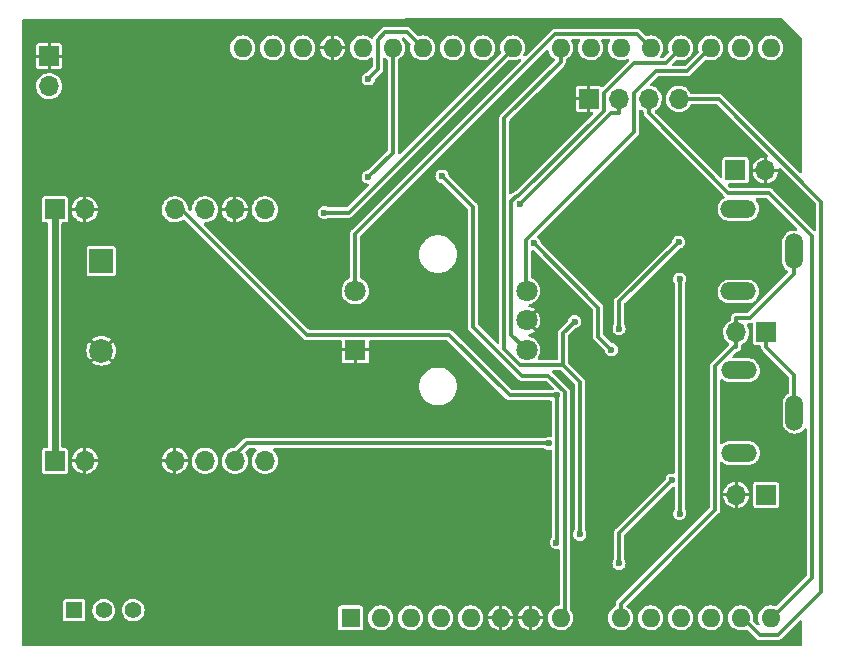
<source format=gbl>
G04 #@! TF.GenerationSoftware,KiCad,Pcbnew,(6.0.4)*
G04 #@! TF.CreationDate,2023-10-19T14:50:22+10:00*
G04 #@! TF.ProjectId,OpenXstim,4f70656e-5873-4746-996d-2e6b69636164,rev?*
G04 #@! TF.SameCoordinates,Original*
G04 #@! TF.FileFunction,Copper,L2,Bot*
G04 #@! TF.FilePolarity,Positive*
%FSLAX46Y46*%
G04 Gerber Fmt 4.6, Leading zero omitted, Abs format (unit mm)*
G04 Created by KiCad (PCBNEW (6.0.4)) date 2023-10-19 14:50:22*
%MOMM*%
%LPD*%
G01*
G04 APERTURE LIST*
G04 #@! TA.AperFunction,ComponentPad*
%ADD10R,1.700000X1.700000*%
G04 #@! TD*
G04 #@! TA.AperFunction,ComponentPad*
%ADD11O,1.700000X1.700000*%
G04 #@! TD*
G04 #@! TA.AperFunction,ComponentPad*
%ADD12C,1.800000*%
G04 #@! TD*
G04 #@! TA.AperFunction,ComponentPad*
%ADD13R,1.800000X1.800000*%
G04 #@! TD*
G04 #@! TA.AperFunction,ComponentPad*
%ADD14O,1.508000X3.016000*%
G04 #@! TD*
G04 #@! TA.AperFunction,ComponentPad*
%ADD15O,3.016000X1.508000*%
G04 #@! TD*
G04 #@! TA.AperFunction,ComponentPad*
%ADD16R,2.000000X2.000000*%
G04 #@! TD*
G04 #@! TA.AperFunction,ComponentPad*
%ADD17C,2.000000*%
G04 #@! TD*
G04 #@! TA.AperFunction,ComponentPad*
%ADD18R,1.408000X1.408000*%
G04 #@! TD*
G04 #@! TA.AperFunction,ComponentPad*
%ADD19C,1.408000*%
G04 #@! TD*
G04 #@! TA.AperFunction,ComponentPad*
%ADD20R,1.600000X1.600000*%
G04 #@! TD*
G04 #@! TA.AperFunction,ComponentPad*
%ADD21O,1.600000X1.600000*%
G04 #@! TD*
G04 #@! TA.AperFunction,ViaPad*
%ADD22C,0.600000*%
G04 #@! TD*
G04 #@! TA.AperFunction,Conductor*
%ADD23C,0.350000*%
G04 #@! TD*
G04 #@! TA.AperFunction,Conductor*
%ADD24C,0.600000*%
G04 #@! TD*
G04 APERTURE END LIST*
D10*
X237241000Y-104292400D03*
D11*
X234701000Y-104292400D03*
D12*
X216948400Y-92009600D03*
X216948400Y-87009600D03*
X216948400Y-89509600D03*
D13*
X202448400Y-92009600D03*
D12*
X202448400Y-87009600D03*
D14*
X239636000Y-97332800D03*
D15*
X234936000Y-100732800D03*
X234936000Y-93732800D03*
D16*
X180949600Y-84490400D03*
D17*
X180949600Y-92090400D03*
D10*
X234640200Y-76809600D03*
D11*
X237180200Y-76809600D03*
D10*
X177008000Y-101396800D03*
D11*
X179548000Y-101396800D03*
X187168000Y-101396800D03*
X189708000Y-101396800D03*
X192248000Y-101396800D03*
X194788000Y-101396800D03*
D10*
X222212800Y-70764400D03*
D11*
X224752800Y-70764400D03*
X227292800Y-70764400D03*
X229832800Y-70764400D03*
D14*
X239585200Y-83667600D03*
D15*
X234885200Y-87067600D03*
X234885200Y-80067600D03*
D10*
X177008000Y-80111600D03*
D11*
X179548000Y-80111600D03*
X187168000Y-80111600D03*
X189708000Y-80111600D03*
X192248000Y-80111600D03*
X194788000Y-80111600D03*
D10*
X176530000Y-67152600D03*
D11*
X176530000Y-69692600D03*
D18*
X178645100Y-114046000D03*
D19*
X181145100Y-114046000D03*
X183645100Y-114046000D03*
D10*
X237241000Y-90525600D03*
D11*
X234701000Y-90525600D03*
D20*
X202057000Y-114706400D03*
D21*
X204597000Y-114706400D03*
X207137000Y-114706400D03*
X209677000Y-114706400D03*
X212217000Y-114706400D03*
X214757000Y-114706400D03*
X217297000Y-114706400D03*
X219837000Y-114706400D03*
X224917000Y-114706400D03*
X227457000Y-114706400D03*
X229997000Y-114706400D03*
X232537000Y-114706400D03*
X235077000Y-114706400D03*
X237617000Y-114706400D03*
X237617000Y-66446400D03*
X235077000Y-66446400D03*
X232537000Y-66446400D03*
X229997000Y-66446400D03*
X227457000Y-66446400D03*
X224917000Y-66446400D03*
X222377000Y-66446400D03*
X219837000Y-66446400D03*
X215777000Y-66446400D03*
X213237000Y-66446400D03*
X210697000Y-66446400D03*
X208157000Y-66446400D03*
X205617000Y-66446400D03*
X203077000Y-66446400D03*
X200537000Y-66446400D03*
X197997000Y-66446400D03*
X195457000Y-66446400D03*
X192917000Y-66446400D03*
D22*
X213614000Y-74726800D03*
X222148400Y-93675200D03*
X227330000Y-101295200D03*
X216408000Y-69697600D03*
X209346800Y-79857600D03*
X231292400Y-91338400D03*
X227482400Y-81483200D03*
X218795600Y-74422000D03*
X226466400Y-95300800D03*
X227584000Y-76403200D03*
X221026100Y-89617200D03*
X221458500Y-107626300D03*
X216366700Y-79696200D03*
X203544200Y-69067200D03*
X219514900Y-95861600D03*
X219484600Y-108332300D03*
X229819200Y-82880400D03*
X224785600Y-90206600D03*
X229920800Y-105867200D03*
X229920800Y-86004400D03*
X218839700Y-99924700D03*
X209796900Y-77304400D03*
X199821500Y-80384700D03*
X203541500Y-77368400D03*
X224780400Y-110083000D03*
X229260600Y-103033300D03*
X224136300Y-92005400D03*
X217585100Y-82997400D03*
D23*
X233222800Y-70764400D02*
X229832800Y-70764400D01*
X241909600Y-79451200D02*
X233222800Y-70764400D01*
X238252000Y-116128800D02*
X241909600Y-112471200D01*
X235254800Y-114706400D02*
X236677200Y-116128800D01*
X241909600Y-112471200D02*
X241909600Y-79451200D01*
X235077000Y-114706400D02*
X235254800Y-114706400D01*
X236677200Y-116128800D02*
X238252000Y-116128800D01*
X237693200Y-114706400D02*
X241096800Y-111302800D01*
X241096800Y-111302800D02*
X241096800Y-82346800D01*
X234043300Y-78740000D02*
X227292800Y-71989500D01*
X237617000Y-114706400D02*
X237693200Y-114706400D01*
X241096800Y-82346800D02*
X237490000Y-78740000D01*
X227292800Y-71989500D02*
X227292800Y-70764400D01*
X237490000Y-78740000D02*
X234043300Y-78740000D01*
X216411300Y-93284800D02*
X215066200Y-91939700D01*
X221026100Y-89617200D02*
X220029400Y-90613900D01*
X221458500Y-94713900D02*
X221458500Y-107626300D01*
X215066200Y-91939700D02*
X215066200Y-72392300D01*
X220029400Y-93284800D02*
X216411300Y-93284800D01*
X219837000Y-66446400D02*
X219837000Y-67621500D01*
X220029400Y-90613900D02*
X220029400Y-93284800D01*
X220029400Y-93284800D02*
X221458500Y-94713900D01*
X215066200Y-72392300D02*
X219837000Y-67621500D01*
X224073400Y-71989500D02*
X216366700Y-79696200D01*
X224752800Y-70764400D02*
X224752800Y-71989500D01*
X224752800Y-71989500D02*
X224073400Y-71989500D01*
X226022900Y-73604900D02*
X216910000Y-82717800D01*
X232511600Y-66446400D02*
X230530400Y-68427600D01*
X216910000Y-86971200D02*
X216948400Y-87009600D01*
X230530400Y-68427600D02*
X227887400Y-68427600D01*
X226022900Y-70292100D02*
X226022900Y-73604900D01*
X216910000Y-82717800D02*
X216910000Y-86971200D01*
X227887400Y-68427600D02*
X226022900Y-70292100D01*
X232537000Y-66446400D02*
X232511600Y-66446400D01*
X223518900Y-70253100D02*
X223518900Y-71747800D01*
X223518900Y-71747800D02*
X216264300Y-79002400D01*
X216264300Y-79002400D02*
X216105800Y-79002400D01*
X229997000Y-66446400D02*
X228727000Y-67716400D01*
X215661300Y-90722500D02*
X216948400Y-92009600D01*
X228727000Y-67716400D02*
X226055600Y-67716400D01*
X216105800Y-79002400D02*
X215661300Y-79446900D01*
X215661300Y-79446900D02*
X215661300Y-90722500D01*
X226055600Y-67716400D02*
X223518900Y-70253100D01*
X208157000Y-66446400D02*
X206836200Y-65125600D01*
X204368400Y-65735200D02*
X204368400Y-68243000D01*
X204368400Y-68243000D02*
X203544200Y-69067200D01*
X206836200Y-65125600D02*
X204978000Y-65125600D01*
X204978000Y-65125600D02*
X204368400Y-65735200D01*
X219514900Y-95861500D02*
X219514900Y-95861600D01*
X198328800Y-90734400D02*
X210379700Y-90734400D01*
X219514900Y-95861600D02*
X219514900Y-108302000D01*
X219514900Y-108302000D02*
X219484600Y-108332300D01*
X215506800Y-95861500D02*
X219514900Y-95861500D01*
X210379700Y-90734400D02*
X215506800Y-95861500D01*
X187168000Y-80111600D02*
X187706000Y-80111600D01*
X187706000Y-80111600D02*
X198328800Y-90734400D01*
X224785600Y-90206600D02*
X224785600Y-87914000D01*
X224785600Y-87914000D02*
X229819200Y-82880400D01*
X229943900Y-105844100D02*
X229943900Y-86027500D01*
X229920800Y-105867200D02*
X229943900Y-105844100D01*
X229943900Y-86027500D02*
X229920800Y-86004400D01*
X192248000Y-100918800D02*
X193242000Y-99924800D01*
X193242000Y-99924800D02*
X218839700Y-99924800D01*
X218839700Y-99924800D02*
X218839700Y-99924700D01*
X192248000Y-101396800D02*
X192248000Y-100918800D01*
D24*
X177008000Y-80111600D02*
X177008000Y-101396800D01*
D23*
X226269100Y-65258500D02*
X219362700Y-65258500D01*
X202448400Y-82172800D02*
X202448400Y-87009600D01*
X227457000Y-66446400D02*
X226269100Y-65258500D01*
X219362700Y-65258500D02*
X202448400Y-82172800D01*
X220190000Y-114353400D02*
X220190000Y-95581900D01*
X212409800Y-90061200D02*
X212409800Y-79917300D01*
X218797500Y-94189400D02*
X216538000Y-94189400D01*
X212409800Y-79917300D02*
X209796900Y-77304400D01*
X216538000Y-94189400D02*
X212409800Y-90061200D01*
X220190000Y-95581900D02*
X218797500Y-94189400D01*
X219837000Y-114706400D02*
X220190000Y-114353400D01*
X234701000Y-91750700D02*
X234547900Y-91750700D01*
X234701000Y-90525600D02*
X234701000Y-91750700D01*
X239585200Y-83667600D02*
X239585200Y-85550700D01*
X232910600Y-105537700D02*
X224917000Y-113531300D01*
X232910600Y-93388000D02*
X232910600Y-105537700D01*
X235835400Y-89300500D02*
X239585200Y-85550700D01*
X234547900Y-91750700D02*
X232910600Y-93388000D01*
X234701000Y-90525600D02*
X234701000Y-89300500D01*
X234701000Y-89300500D02*
X235835400Y-89300500D01*
X224917000Y-114706400D02*
X224917000Y-113531300D01*
X239636000Y-94145700D02*
X239636000Y-97332800D01*
X237241000Y-91750700D02*
X239636000Y-94145700D01*
X237241000Y-90525600D02*
X237241000Y-91750700D01*
X201910900Y-80384700D02*
X199821500Y-80384700D01*
X215777000Y-66446400D02*
X215777000Y-66518600D01*
X215777000Y-66518600D02*
X201910900Y-80384700D01*
X203541500Y-77368400D02*
X203555600Y-77368400D01*
X205617000Y-75307000D02*
X205617000Y-66446400D01*
X203555600Y-77368400D02*
X205617000Y-75307000D01*
X224780400Y-107513500D02*
X229260600Y-103033300D01*
X224780400Y-110083000D02*
X224780400Y-107513500D01*
X223012700Y-90881800D02*
X224136300Y-92005400D01*
X223012700Y-88425000D02*
X223012700Y-90881800D01*
X217585100Y-82997400D02*
X223012700Y-88425000D01*
G04 #@! TA.AperFunction,Conductor*
G36*
X238543614Y-63901678D02*
G01*
X238564797Y-63918715D01*
X240246595Y-65600513D01*
X240280621Y-65662825D01*
X240283500Y-65689608D01*
X240283500Y-76797524D01*
X240281079Y-76822103D01*
X240278514Y-76835000D01*
X240280935Y-76847171D01*
X240280935Y-76847172D01*
X240291266Y-76899111D01*
X240284938Y-76969825D01*
X240241383Y-77025892D01*
X240174430Y-77049511D01*
X240105337Y-77033184D01*
X240078592Y-77012787D01*
X233549814Y-70484009D01*
X233539959Y-70472920D01*
X233525965Y-70455169D01*
X233520134Y-70447772D01*
X233512387Y-70442417D01*
X233512385Y-70442416D01*
X233474215Y-70416036D01*
X233470993Y-70413734D01*
X233469985Y-70412989D01*
X233426046Y-70380535D01*
X233419549Y-70378253D01*
X233413888Y-70374341D01*
X233404914Y-70371503D01*
X233404912Y-70371502D01*
X233360660Y-70357508D01*
X233356903Y-70356254D01*
X233313080Y-70340864D01*
X233313072Y-70340862D01*
X233304189Y-70337743D01*
X233297310Y-70337473D01*
X233290747Y-70335397D01*
X233284433Y-70334900D01*
X233234315Y-70334900D01*
X233229368Y-70334803D01*
X233175137Y-70332672D01*
X233168294Y-70334487D01*
X233160781Y-70334900D01*
X230930935Y-70334900D01*
X230862814Y-70314898D01*
X230817929Y-70264628D01*
X230781131Y-70190009D01*
X230778576Y-70184828D01*
X230657120Y-70022179D01*
X230508058Y-69884387D01*
X230503175Y-69881306D01*
X230503171Y-69881303D01*
X230341264Y-69779148D01*
X230336381Y-69776067D01*
X230147839Y-69700846D01*
X230142179Y-69699720D01*
X230142175Y-69699719D01*
X229954413Y-69662371D01*
X229954410Y-69662371D01*
X229948746Y-69661244D01*
X229942971Y-69661168D01*
X229942967Y-69661168D01*
X229841593Y-69659841D01*
X229745771Y-69658587D01*
X229740074Y-69659566D01*
X229740073Y-69659566D01*
X229551407Y-69691985D01*
X229545710Y-69692964D01*
X229355263Y-69763224D01*
X229180810Y-69867012D01*
X229176470Y-69870818D01*
X229176466Y-69870821D01*
X229062982Y-69970345D01*
X229028192Y-70000855D01*
X228902520Y-70160269D01*
X228899831Y-70165380D01*
X228899829Y-70165383D01*
X228856775Y-70247216D01*
X228808003Y-70339915D01*
X228747807Y-70533778D01*
X228723948Y-70735364D01*
X228737224Y-70937922D01*
X228738645Y-70943518D01*
X228738646Y-70943523D01*
X228758919Y-71023345D01*
X228787192Y-71134669D01*
X228789609Y-71139912D01*
X228826810Y-71220608D01*
X228872177Y-71319016D01*
X228989333Y-71484789D01*
X229134738Y-71626435D01*
X229303520Y-71739212D01*
X229308823Y-71741490D01*
X229308826Y-71741492D01*
X229410299Y-71785088D01*
X229490028Y-71819342D01*
X229563044Y-71835864D01*
X229682379Y-71862867D01*
X229682384Y-71862868D01*
X229688016Y-71864142D01*
X229693787Y-71864369D01*
X229693789Y-71864369D01*
X229753556Y-71866717D01*
X229890853Y-71872112D01*
X230001396Y-71856084D01*
X230086031Y-71843813D01*
X230086036Y-71843812D01*
X230091745Y-71842984D01*
X230097209Y-71841129D01*
X230097214Y-71841128D01*
X230278493Y-71779592D01*
X230278498Y-71779590D01*
X230283965Y-71777734D01*
X230296642Y-71770635D01*
X230420392Y-71701331D01*
X230461076Y-71678547D01*
X230467211Y-71673445D01*
X230612713Y-71552431D01*
X230617145Y-71548745D01*
X230746947Y-71392676D01*
X230822184Y-71258331D01*
X230872918Y-71208672D01*
X230932116Y-71193900D01*
X232992706Y-71193900D01*
X233060827Y-71213902D01*
X233081801Y-71230805D01*
X237353504Y-75502508D01*
X237387530Y-75564820D01*
X237382465Y-75635635D01*
X237339918Y-75692471D01*
X237334148Y-75694682D01*
X237312968Y-75711135D01*
X237307200Y-75728996D01*
X237307200Y-76664485D01*
X237311675Y-76679724D01*
X237313065Y-76680929D01*
X237320748Y-76682600D01*
X238259145Y-76682600D01*
X238274384Y-76678125D01*
X238288984Y-76661275D01*
X238301095Y-76636456D01*
X238361782Y-76599610D01*
X238432755Y-76601424D01*
X238483275Y-76632279D01*
X241443195Y-79592199D01*
X241477221Y-79654511D01*
X241480100Y-79681294D01*
X241480100Y-81818505D01*
X241460098Y-81886626D01*
X241406442Y-81933119D01*
X241336168Y-81943223D01*
X241271588Y-81913729D01*
X241265005Y-81907600D01*
X237817014Y-78459609D01*
X237807159Y-78448520D01*
X237793165Y-78430769D01*
X237787334Y-78423372D01*
X237779587Y-78418017D01*
X237779585Y-78418016D01*
X237741415Y-78391636D01*
X237738193Y-78389334D01*
X237700824Y-78361732D01*
X237700823Y-78361731D01*
X237693246Y-78356135D01*
X237686749Y-78353853D01*
X237681088Y-78349941D01*
X237672114Y-78347103D01*
X237672112Y-78347102D01*
X237627860Y-78333108D01*
X237624103Y-78331854D01*
X237580280Y-78316464D01*
X237580272Y-78316462D01*
X237571389Y-78313343D01*
X237564510Y-78313073D01*
X237557947Y-78310997D01*
X237551633Y-78310500D01*
X237501515Y-78310500D01*
X237496568Y-78310403D01*
X237442337Y-78308272D01*
X237435494Y-78310087D01*
X237427981Y-78310500D01*
X234273395Y-78310500D01*
X234205274Y-78290498D01*
X234184300Y-78273595D01*
X234039900Y-78129195D01*
X234005874Y-78066883D01*
X234010939Y-77996068D01*
X234053486Y-77939232D01*
X234120006Y-77914421D01*
X234128995Y-77914100D01*
X235481558Y-77914099D01*
X235515266Y-77914099D01*
X235558661Y-77905468D01*
X235577326Y-77901756D01*
X235577328Y-77901755D01*
X235589501Y-77899334D01*
X235599821Y-77892439D01*
X235599822Y-77892438D01*
X235663368Y-77849977D01*
X235673684Y-77843084D01*
X235729934Y-77758901D01*
X235744700Y-77684667D01*
X235744700Y-76952202D01*
X236083099Y-76952202D01*
X236084742Y-76977276D01*
X236086543Y-76988646D01*
X236133643Y-77174102D01*
X236137484Y-77184948D01*
X236217594Y-77358720D01*
X236223345Y-77368681D01*
X236333779Y-77524943D01*
X236341257Y-77533698D01*
X236478314Y-77667212D01*
X236487258Y-77674455D01*
X236646356Y-77780761D01*
X236656466Y-77786251D01*
X236832277Y-77861785D01*
X236843220Y-77865340D01*
X237029847Y-77907570D01*
X237036583Y-77908457D01*
X237050502Y-77904957D01*
X237050858Y-77904578D01*
X237053200Y-77894744D01*
X237053200Y-77888695D01*
X237307200Y-77888695D01*
X237311166Y-77902201D01*
X237325166Y-77904205D01*
X237433306Y-77888526D01*
X237444502Y-77885838D01*
X237625697Y-77824330D01*
X237636194Y-77819656D01*
X237803158Y-77726152D01*
X237812630Y-77719642D01*
X237959753Y-77597282D01*
X237967882Y-77589153D01*
X238090242Y-77442030D01*
X238096752Y-77432558D01*
X238190256Y-77265594D01*
X238194930Y-77255097D01*
X238256438Y-77073902D01*
X238259126Y-77062706D01*
X238274810Y-76954529D01*
X238272824Y-76940593D01*
X238259256Y-76936600D01*
X237325315Y-76936600D01*
X237310076Y-76941075D01*
X237308871Y-76942465D01*
X237307200Y-76950148D01*
X237307200Y-77888695D01*
X237053200Y-77888695D01*
X237053200Y-76954715D01*
X237048725Y-76939476D01*
X237047335Y-76938271D01*
X237039652Y-76936600D01*
X236100191Y-76936600D01*
X236085151Y-76941016D01*
X236083099Y-76952202D01*
X235744700Y-76952202D01*
X235744700Y-76664612D01*
X236085575Y-76664612D01*
X236088017Y-76679031D01*
X236100759Y-76682600D01*
X237035085Y-76682600D01*
X237050324Y-76678125D01*
X237051529Y-76676735D01*
X237053200Y-76669052D01*
X237053200Y-75729278D01*
X237049394Y-75716316D01*
X237034478Y-75714380D01*
X236898937Y-75737670D01*
X236887817Y-75740650D01*
X236708295Y-75806879D01*
X236697917Y-75811829D01*
X236533473Y-75909663D01*
X236524161Y-75916429D01*
X236380297Y-76042594D01*
X236372380Y-76050937D01*
X236253918Y-76201205D01*
X236247650Y-76210856D01*
X236158560Y-76380189D01*
X236154151Y-76390832D01*
X236097410Y-76573567D01*
X236095020Y-76584811D01*
X236085575Y-76664612D01*
X235744700Y-76664612D01*
X235744699Y-75934534D01*
X235729934Y-75860299D01*
X235694240Y-75806879D01*
X235680577Y-75786432D01*
X235673684Y-75776116D01*
X235589501Y-75719866D01*
X235515267Y-75705100D01*
X234640342Y-75705100D01*
X233765134Y-75705101D01*
X233729382Y-75712212D01*
X233703074Y-75717444D01*
X233703072Y-75717445D01*
X233690899Y-75719866D01*
X233680579Y-75726761D01*
X233680578Y-75726762D01*
X233659794Y-75740650D01*
X233606716Y-75776116D01*
X233550466Y-75860299D01*
X233535700Y-75934533D01*
X233535701Y-76767332D01*
X233535701Y-77320806D01*
X233515699Y-77388927D01*
X233462043Y-77435420D01*
X233391769Y-77445524D01*
X233327189Y-77416031D01*
X233320606Y-77409901D01*
X227826070Y-71915365D01*
X227792044Y-71853053D01*
X227797109Y-71782238D01*
X227839656Y-71725402D01*
X227853599Y-71716336D01*
X227884669Y-71698936D01*
X227921076Y-71678547D01*
X227927211Y-71673445D01*
X228072713Y-71552431D01*
X228077145Y-71548745D01*
X228206947Y-71392676D01*
X228306134Y-71215565D01*
X228307990Y-71210098D01*
X228307992Y-71210093D01*
X228369528Y-71028814D01*
X228369529Y-71028809D01*
X228371384Y-71023345D01*
X228372212Y-71017636D01*
X228372213Y-71017631D01*
X228399979Y-70826127D01*
X228400512Y-70822453D01*
X228402032Y-70764400D01*
X228388698Y-70619285D01*
X228383987Y-70568013D01*
X228383986Y-70568010D01*
X228383458Y-70562259D01*
X228380170Y-70550602D01*
X228329925Y-70372446D01*
X228329924Y-70372444D01*
X228328357Y-70366887D01*
X228323436Y-70356907D01*
X228241131Y-70190009D01*
X228238576Y-70184828D01*
X228117120Y-70022179D01*
X227968058Y-69884387D01*
X227963175Y-69881306D01*
X227963171Y-69881303D01*
X227801264Y-69779148D01*
X227796381Y-69776067D01*
X227607839Y-69700846D01*
X227555135Y-69690363D01*
X227516845Y-69682746D01*
X227453936Y-69649838D01*
X227418804Y-69588143D01*
X227422604Y-69517248D01*
X227452332Y-69470072D01*
X228028399Y-68894005D01*
X228090711Y-68859979D01*
X228117494Y-68857100D01*
X230497431Y-68857100D01*
X230512241Y-68857973D01*
X230544043Y-68861737D01*
X230553307Y-68860045D01*
X230553308Y-68860045D01*
X230598983Y-68851703D01*
X230602889Y-68851053D01*
X230648805Y-68844150D01*
X230658117Y-68842750D01*
X230664324Y-68839769D01*
X230671094Y-68838533D01*
X230679450Y-68834193D01*
X230679457Y-68834190D01*
X230720673Y-68812779D01*
X230724150Y-68811041D01*
X230774541Y-68786843D01*
X230779596Y-68782171D01*
X230785705Y-68778997D01*
X230790521Y-68774883D01*
X230825945Y-68739459D01*
X230829512Y-68736029D01*
X230862461Y-68705572D01*
X230862462Y-68705571D01*
X230869381Y-68699175D01*
X230872940Y-68693049D01*
X230877964Y-68687440D01*
X232084786Y-67480619D01*
X232147098Y-67446593D01*
X232212817Y-67449881D01*
X232221869Y-67452822D01*
X232309466Y-67481284D01*
X232514809Y-67505770D01*
X232520944Y-67505298D01*
X232520946Y-67505298D01*
X232714856Y-67490377D01*
X232714860Y-67490376D01*
X232720998Y-67489904D01*
X232920178Y-67434292D01*
X232925682Y-67431512D01*
X232925684Y-67431511D01*
X233099262Y-67343831D01*
X233099264Y-67343830D01*
X233104763Y-67341052D01*
X233267722Y-67213734D01*
X233271748Y-67209070D01*
X233271751Y-67209067D01*
X233398819Y-67061857D01*
X233398820Y-67061855D01*
X233402848Y-67057189D01*
X233453921Y-66967284D01*
X233501950Y-66882740D01*
X233501952Y-66882736D01*
X233504995Y-66877379D01*
X233570270Y-66681153D01*
X233596189Y-66475986D01*
X233596602Y-66446400D01*
X233595151Y-66431606D01*
X234017501Y-66431606D01*
X234019038Y-66449905D01*
X234030918Y-66591373D01*
X234034806Y-66637678D01*
X234091807Y-66836466D01*
X234094625Y-66841948D01*
X234094626Y-66841952D01*
X234183514Y-67014909D01*
X234183517Y-67014913D01*
X234186334Y-67020395D01*
X234314786Y-67182461D01*
X234319479Y-67186455D01*
X234319480Y-67186456D01*
X234463829Y-67309306D01*
X234472271Y-67316491D01*
X234652789Y-67417380D01*
X234849466Y-67481284D01*
X235054809Y-67505770D01*
X235060944Y-67505298D01*
X235060946Y-67505298D01*
X235254856Y-67490377D01*
X235254860Y-67490376D01*
X235260998Y-67489904D01*
X235460178Y-67434292D01*
X235465682Y-67431512D01*
X235465684Y-67431511D01*
X235639262Y-67343831D01*
X235639264Y-67343830D01*
X235644763Y-67341052D01*
X235807722Y-67213734D01*
X235811748Y-67209070D01*
X235811751Y-67209067D01*
X235938819Y-67061857D01*
X235938820Y-67061855D01*
X235942848Y-67057189D01*
X235993921Y-66967284D01*
X236041950Y-66882740D01*
X236041952Y-66882736D01*
X236044995Y-66877379D01*
X236110270Y-66681153D01*
X236136189Y-66475986D01*
X236136602Y-66446400D01*
X236135151Y-66431606D01*
X236557501Y-66431606D01*
X236559038Y-66449905D01*
X236570918Y-66591373D01*
X236574806Y-66637678D01*
X236631807Y-66836466D01*
X236634625Y-66841948D01*
X236634626Y-66841952D01*
X236723514Y-67014909D01*
X236723517Y-67014913D01*
X236726334Y-67020395D01*
X236854786Y-67182461D01*
X236859479Y-67186455D01*
X236859480Y-67186456D01*
X237003829Y-67309306D01*
X237012271Y-67316491D01*
X237192789Y-67417380D01*
X237389466Y-67481284D01*
X237594809Y-67505770D01*
X237600944Y-67505298D01*
X237600946Y-67505298D01*
X237794856Y-67490377D01*
X237794860Y-67490376D01*
X237800998Y-67489904D01*
X238000178Y-67434292D01*
X238005682Y-67431512D01*
X238005684Y-67431511D01*
X238179262Y-67343831D01*
X238179264Y-67343830D01*
X238184763Y-67341052D01*
X238347722Y-67213734D01*
X238351748Y-67209070D01*
X238351751Y-67209067D01*
X238478819Y-67061857D01*
X238478820Y-67061855D01*
X238482848Y-67057189D01*
X238533921Y-66967284D01*
X238581950Y-66882740D01*
X238581952Y-66882736D01*
X238584995Y-66877379D01*
X238650270Y-66681153D01*
X238676189Y-66475986D01*
X238676602Y-66446400D01*
X238656422Y-66240589D01*
X238596651Y-66042617D01*
X238548108Y-65951321D01*
X238502459Y-65865467D01*
X238502457Y-65865464D01*
X238499565Y-65860025D01*
X238495674Y-65855255D01*
X238495672Y-65855251D01*
X238372758Y-65704543D01*
X238372755Y-65704540D01*
X238368863Y-65699768D01*
X238356582Y-65689608D01*
X238214271Y-65571878D01*
X238214266Y-65571875D01*
X238209522Y-65567950D01*
X238204103Y-65565020D01*
X238204100Y-65565018D01*
X238033032Y-65472522D01*
X238033027Y-65472520D01*
X238027612Y-65469592D01*
X237830063Y-65408440D01*
X237823938Y-65407796D01*
X237823937Y-65407796D01*
X237630526Y-65387468D01*
X237630524Y-65387468D01*
X237624397Y-65386824D01*
X237498229Y-65398306D01*
X237424591Y-65405007D01*
X237424590Y-65405007D01*
X237418450Y-65405566D01*
X237220066Y-65463954D01*
X237214601Y-65466811D01*
X237042261Y-65556908D01*
X237042257Y-65556911D01*
X237036801Y-65559763D01*
X236875635Y-65689343D01*
X236742708Y-65847760D01*
X236643082Y-66028978D01*
X236580553Y-66226096D01*
X236579867Y-66232213D01*
X236579866Y-66232217D01*
X236570087Y-66319400D01*
X236557501Y-66431606D01*
X236135151Y-66431606D01*
X236116422Y-66240589D01*
X236056651Y-66042617D01*
X236008108Y-65951321D01*
X235962459Y-65865467D01*
X235962457Y-65865464D01*
X235959565Y-65860025D01*
X235955674Y-65855255D01*
X235955672Y-65855251D01*
X235832758Y-65704543D01*
X235832755Y-65704540D01*
X235828863Y-65699768D01*
X235816582Y-65689608D01*
X235674271Y-65571878D01*
X235674266Y-65571875D01*
X235669522Y-65567950D01*
X235664103Y-65565020D01*
X235664100Y-65565018D01*
X235493032Y-65472522D01*
X235493027Y-65472520D01*
X235487612Y-65469592D01*
X235290063Y-65408440D01*
X235283938Y-65407796D01*
X235283937Y-65407796D01*
X235090526Y-65387468D01*
X235090524Y-65387468D01*
X235084397Y-65386824D01*
X234958229Y-65398306D01*
X234884591Y-65405007D01*
X234884590Y-65405007D01*
X234878450Y-65405566D01*
X234680066Y-65463954D01*
X234674601Y-65466811D01*
X234502261Y-65556908D01*
X234502257Y-65556911D01*
X234496801Y-65559763D01*
X234335635Y-65689343D01*
X234202708Y-65847760D01*
X234103082Y-66028978D01*
X234040553Y-66226096D01*
X234039867Y-66232213D01*
X234039866Y-66232217D01*
X234030087Y-66319400D01*
X234017501Y-66431606D01*
X233595151Y-66431606D01*
X233576422Y-66240589D01*
X233516651Y-66042617D01*
X233468108Y-65951321D01*
X233422459Y-65865467D01*
X233422457Y-65865464D01*
X233419565Y-65860025D01*
X233415674Y-65855255D01*
X233415672Y-65855251D01*
X233292758Y-65704543D01*
X233292755Y-65704540D01*
X233288863Y-65699768D01*
X233276582Y-65689608D01*
X233134271Y-65571878D01*
X233134266Y-65571875D01*
X233129522Y-65567950D01*
X233124103Y-65565020D01*
X233124100Y-65565018D01*
X232953032Y-65472522D01*
X232953027Y-65472520D01*
X232947612Y-65469592D01*
X232750063Y-65408440D01*
X232743938Y-65407796D01*
X232743937Y-65407796D01*
X232550526Y-65387468D01*
X232550524Y-65387468D01*
X232544397Y-65386824D01*
X232418229Y-65398306D01*
X232344591Y-65405007D01*
X232344590Y-65405007D01*
X232338450Y-65405566D01*
X232140066Y-65463954D01*
X232134601Y-65466811D01*
X231962261Y-65556908D01*
X231962257Y-65556911D01*
X231956801Y-65559763D01*
X231795635Y-65689343D01*
X231662708Y-65847760D01*
X231563082Y-66028978D01*
X231500553Y-66226096D01*
X231499867Y-66232213D01*
X231499866Y-66232217D01*
X231490087Y-66319400D01*
X231477501Y-66431606D01*
X231479038Y-66449905D01*
X231490918Y-66591373D01*
X231494806Y-66637678D01*
X231522954Y-66735842D01*
X231522504Y-66806834D01*
X231490930Y-66859665D01*
X230389400Y-67961195D01*
X230327088Y-67995221D01*
X230300305Y-67998100D01*
X229356894Y-67998100D01*
X229288773Y-67978098D01*
X229242280Y-67924442D01*
X229232176Y-67854168D01*
X229261670Y-67789588D01*
X229267799Y-67783005D01*
X229563956Y-67486848D01*
X229626268Y-67452822D01*
X229691987Y-67456110D01*
X229751446Y-67475429D01*
X229769466Y-67481284D01*
X229974809Y-67505770D01*
X229980944Y-67505298D01*
X229980946Y-67505298D01*
X230174856Y-67490377D01*
X230174860Y-67490376D01*
X230180998Y-67489904D01*
X230380178Y-67434292D01*
X230385682Y-67431512D01*
X230385684Y-67431511D01*
X230559262Y-67343831D01*
X230559264Y-67343830D01*
X230564763Y-67341052D01*
X230727722Y-67213734D01*
X230731748Y-67209070D01*
X230731751Y-67209067D01*
X230858819Y-67061857D01*
X230858820Y-67061855D01*
X230862848Y-67057189D01*
X230913921Y-66967284D01*
X230961950Y-66882740D01*
X230961952Y-66882736D01*
X230964995Y-66877379D01*
X231030270Y-66681153D01*
X231056189Y-66475986D01*
X231056602Y-66446400D01*
X231036422Y-66240589D01*
X230976651Y-66042617D01*
X230928108Y-65951321D01*
X230882459Y-65865467D01*
X230882457Y-65865464D01*
X230879565Y-65860025D01*
X230875674Y-65855255D01*
X230875672Y-65855251D01*
X230752758Y-65704543D01*
X230752755Y-65704540D01*
X230748863Y-65699768D01*
X230736582Y-65689608D01*
X230594271Y-65571878D01*
X230594266Y-65571875D01*
X230589522Y-65567950D01*
X230584103Y-65565020D01*
X230584100Y-65565018D01*
X230413032Y-65472522D01*
X230413027Y-65472520D01*
X230407612Y-65469592D01*
X230210063Y-65408440D01*
X230203938Y-65407796D01*
X230203937Y-65407796D01*
X230010526Y-65387468D01*
X230010524Y-65387468D01*
X230004397Y-65386824D01*
X229878229Y-65398306D01*
X229804591Y-65405007D01*
X229804590Y-65405007D01*
X229798450Y-65405566D01*
X229600066Y-65463954D01*
X229594601Y-65466811D01*
X229422261Y-65556908D01*
X229422257Y-65556911D01*
X229416801Y-65559763D01*
X229255635Y-65689343D01*
X229122708Y-65847760D01*
X229023082Y-66028978D01*
X228960553Y-66226096D01*
X228959867Y-66232213D01*
X228959866Y-66232217D01*
X228950087Y-66319400D01*
X228937501Y-66431606D01*
X228939038Y-66449905D01*
X228950918Y-66591373D01*
X228954806Y-66637678D01*
X228968918Y-66686891D01*
X228988614Y-66755580D01*
X228988163Y-66826575D01*
X228956590Y-66879405D01*
X228586000Y-67249995D01*
X228523688Y-67284021D01*
X228496905Y-67286900D01*
X228399774Y-67286900D01*
X228331653Y-67266898D01*
X228285160Y-67213242D01*
X228275056Y-67142968D01*
X228304392Y-67078571D01*
X228322848Y-67057189D01*
X228373921Y-66967284D01*
X228421950Y-66882740D01*
X228421952Y-66882736D01*
X228424995Y-66877379D01*
X228490270Y-66681153D01*
X228516189Y-66475986D01*
X228516602Y-66446400D01*
X228496422Y-66240589D01*
X228436651Y-66042617D01*
X228388108Y-65951321D01*
X228342459Y-65865467D01*
X228342457Y-65865464D01*
X228339565Y-65860025D01*
X228335674Y-65855255D01*
X228335672Y-65855251D01*
X228212758Y-65704543D01*
X228212755Y-65704540D01*
X228208863Y-65699768D01*
X228196582Y-65689608D01*
X228054271Y-65571878D01*
X228054266Y-65571875D01*
X228049522Y-65567950D01*
X228044103Y-65565020D01*
X228044100Y-65565018D01*
X227873032Y-65472522D01*
X227873027Y-65472520D01*
X227867612Y-65469592D01*
X227670063Y-65408440D01*
X227663938Y-65407796D01*
X227663937Y-65407796D01*
X227470526Y-65387468D01*
X227470524Y-65387468D01*
X227464397Y-65386824D01*
X227338229Y-65398306D01*
X227264591Y-65405007D01*
X227264590Y-65405007D01*
X227258450Y-65405566D01*
X227250863Y-65407799D01*
X227148749Y-65437853D01*
X227077753Y-65437899D01*
X227024079Y-65406075D01*
X226596112Y-64978108D01*
X226586256Y-64967017D01*
X226566434Y-64941872D01*
X226520505Y-64910129D01*
X226517293Y-64907834D01*
X226508147Y-64901078D01*
X226472346Y-64874635D01*
X226465849Y-64872353D01*
X226460188Y-64868441D01*
X226451214Y-64865603D01*
X226451212Y-64865602D01*
X226406960Y-64851608D01*
X226403203Y-64850354D01*
X226359380Y-64834964D01*
X226359372Y-64834962D01*
X226350489Y-64831843D01*
X226343610Y-64831573D01*
X226337047Y-64829497D01*
X226330733Y-64829000D01*
X226280615Y-64829000D01*
X226275668Y-64828903D01*
X226221437Y-64826772D01*
X226214594Y-64828587D01*
X226207081Y-64829000D01*
X219395660Y-64829000D01*
X219380851Y-64828127D01*
X219358410Y-64825471D01*
X219349057Y-64824364D01*
X219339792Y-64826056D01*
X219339789Y-64826056D01*
X219294147Y-64834391D01*
X219290246Y-64835040D01*
X219244308Y-64841947D01*
X219244302Y-64841949D01*
X219234983Y-64843350D01*
X219228776Y-64846331D01*
X219222006Y-64847567D01*
X219213648Y-64851909D01*
X219213644Y-64851910D01*
X219172462Y-64873303D01*
X219168923Y-64875071D01*
X219127052Y-64895178D01*
X219127049Y-64895180D01*
X219118559Y-64899257D01*
X219113502Y-64903932D01*
X219107395Y-64907104D01*
X219102578Y-64911217D01*
X219067142Y-64946653D01*
X219063576Y-64950082D01*
X219023719Y-64986925D01*
X219020163Y-64993047D01*
X219015143Y-64998652D01*
X216889144Y-67124651D01*
X216826832Y-67158677D01*
X216756017Y-67153612D01*
X216699181Y-67111065D01*
X216674370Y-67044545D01*
X216690493Y-66973319D01*
X216741950Y-66882740D01*
X216741952Y-66882736D01*
X216744995Y-66877379D01*
X216810270Y-66681153D01*
X216836189Y-66475986D01*
X216836602Y-66446400D01*
X216816422Y-66240589D01*
X216756651Y-66042617D01*
X216708108Y-65951321D01*
X216662459Y-65865467D01*
X216662457Y-65865464D01*
X216659565Y-65860025D01*
X216655674Y-65855255D01*
X216655672Y-65855251D01*
X216532758Y-65704543D01*
X216532755Y-65704540D01*
X216528863Y-65699768D01*
X216516582Y-65689608D01*
X216374271Y-65571878D01*
X216374266Y-65571875D01*
X216369522Y-65567950D01*
X216364103Y-65565020D01*
X216364100Y-65565018D01*
X216193032Y-65472522D01*
X216193027Y-65472520D01*
X216187612Y-65469592D01*
X215990063Y-65408440D01*
X215983938Y-65407796D01*
X215983937Y-65407796D01*
X215790526Y-65387468D01*
X215790524Y-65387468D01*
X215784397Y-65386824D01*
X215658229Y-65398306D01*
X215584591Y-65405007D01*
X215584590Y-65405007D01*
X215578450Y-65405566D01*
X215380066Y-65463954D01*
X215374601Y-65466811D01*
X215202261Y-65556908D01*
X215202257Y-65556911D01*
X215196801Y-65559763D01*
X215035635Y-65689343D01*
X214902708Y-65847760D01*
X214803082Y-66028978D01*
X214740553Y-66226096D01*
X214739867Y-66232213D01*
X214739866Y-66232217D01*
X214730087Y-66319400D01*
X214717501Y-66431606D01*
X214719038Y-66449905D01*
X214730918Y-66591373D01*
X214734806Y-66637678D01*
X214748949Y-66687001D01*
X214784703Y-66811691D01*
X214784252Y-66882686D01*
X214752679Y-66935516D01*
X206261595Y-75426600D01*
X206199283Y-75460626D01*
X206128468Y-75455561D01*
X206071632Y-75413014D01*
X206046821Y-75346494D01*
X206046500Y-75337505D01*
X206046500Y-75318515D01*
X206046597Y-75313568D01*
X206048358Y-75268746D01*
X206048728Y-75259337D01*
X206046913Y-75252494D01*
X206046500Y-75244981D01*
X206046500Y-67488409D01*
X206066502Y-67420288D01*
X206115690Y-67375943D01*
X206179262Y-67343831D01*
X206179264Y-67343830D01*
X206184763Y-67341052D01*
X206347722Y-67213734D01*
X206351748Y-67209070D01*
X206351751Y-67209067D01*
X206478819Y-67061857D01*
X206478820Y-67061855D01*
X206482848Y-67057189D01*
X206533921Y-66967284D01*
X206581950Y-66882740D01*
X206581952Y-66882736D01*
X206584995Y-66877379D01*
X206650270Y-66681153D01*
X206676189Y-66475986D01*
X206676602Y-66446400D01*
X206656422Y-66240589D01*
X206596651Y-66042617D01*
X206548108Y-65951321D01*
X206502459Y-65865467D01*
X206502457Y-65865464D01*
X206499565Y-65860025D01*
X206495674Y-65855255D01*
X206495672Y-65855251D01*
X206418587Y-65760736D01*
X206391033Y-65695304D01*
X206403229Y-65625363D01*
X206451301Y-65573117D01*
X206516230Y-65555100D01*
X206606106Y-65555100D01*
X206674227Y-65575102D01*
X206695201Y-65592005D01*
X207116651Y-66013455D01*
X207150677Y-66075767D01*
X207147658Y-66140648D01*
X207122416Y-66220222D01*
X207120553Y-66226096D01*
X207119867Y-66232213D01*
X207119866Y-66232217D01*
X207110087Y-66319400D01*
X207097501Y-66431606D01*
X207099038Y-66449905D01*
X207110918Y-66591373D01*
X207114806Y-66637678D01*
X207171807Y-66836466D01*
X207174625Y-66841948D01*
X207174626Y-66841952D01*
X207263514Y-67014909D01*
X207263517Y-67014913D01*
X207266334Y-67020395D01*
X207394786Y-67182461D01*
X207399479Y-67186455D01*
X207399480Y-67186456D01*
X207543829Y-67309306D01*
X207552271Y-67316491D01*
X207732789Y-67417380D01*
X207929466Y-67481284D01*
X208134809Y-67505770D01*
X208140944Y-67505298D01*
X208140946Y-67505298D01*
X208334856Y-67490377D01*
X208334860Y-67490376D01*
X208340998Y-67489904D01*
X208540178Y-67434292D01*
X208545682Y-67431512D01*
X208545684Y-67431511D01*
X208719262Y-67343831D01*
X208719264Y-67343830D01*
X208724763Y-67341052D01*
X208887722Y-67213734D01*
X208891748Y-67209070D01*
X208891751Y-67209067D01*
X209018819Y-67061857D01*
X209018820Y-67061855D01*
X209022848Y-67057189D01*
X209073921Y-66967284D01*
X209121950Y-66882740D01*
X209121952Y-66882736D01*
X209124995Y-66877379D01*
X209190270Y-66681153D01*
X209216189Y-66475986D01*
X209216602Y-66446400D01*
X209215151Y-66431606D01*
X209637501Y-66431606D01*
X209639038Y-66449905D01*
X209650918Y-66591373D01*
X209654806Y-66637678D01*
X209711807Y-66836466D01*
X209714625Y-66841948D01*
X209714626Y-66841952D01*
X209803514Y-67014909D01*
X209803517Y-67014913D01*
X209806334Y-67020395D01*
X209934786Y-67182461D01*
X209939479Y-67186455D01*
X209939480Y-67186456D01*
X210083829Y-67309306D01*
X210092271Y-67316491D01*
X210272789Y-67417380D01*
X210469466Y-67481284D01*
X210674809Y-67505770D01*
X210680944Y-67505298D01*
X210680946Y-67505298D01*
X210874856Y-67490377D01*
X210874860Y-67490376D01*
X210880998Y-67489904D01*
X211080178Y-67434292D01*
X211085682Y-67431512D01*
X211085684Y-67431511D01*
X211259262Y-67343831D01*
X211259264Y-67343830D01*
X211264763Y-67341052D01*
X211427722Y-67213734D01*
X211431748Y-67209070D01*
X211431751Y-67209067D01*
X211558819Y-67061857D01*
X211558820Y-67061855D01*
X211562848Y-67057189D01*
X211613921Y-66967284D01*
X211661950Y-66882740D01*
X211661952Y-66882736D01*
X211664995Y-66877379D01*
X211730270Y-66681153D01*
X211756189Y-66475986D01*
X211756602Y-66446400D01*
X211755151Y-66431606D01*
X212177501Y-66431606D01*
X212179038Y-66449905D01*
X212190918Y-66591373D01*
X212194806Y-66637678D01*
X212251807Y-66836466D01*
X212254625Y-66841948D01*
X212254626Y-66841952D01*
X212343514Y-67014909D01*
X212343517Y-67014913D01*
X212346334Y-67020395D01*
X212474786Y-67182461D01*
X212479479Y-67186455D01*
X212479480Y-67186456D01*
X212623829Y-67309306D01*
X212632271Y-67316491D01*
X212812789Y-67417380D01*
X213009466Y-67481284D01*
X213214809Y-67505770D01*
X213220944Y-67505298D01*
X213220946Y-67505298D01*
X213414856Y-67490377D01*
X213414860Y-67490376D01*
X213420998Y-67489904D01*
X213620178Y-67434292D01*
X213625682Y-67431512D01*
X213625684Y-67431511D01*
X213799262Y-67343831D01*
X213799264Y-67343830D01*
X213804763Y-67341052D01*
X213967722Y-67213734D01*
X213971748Y-67209070D01*
X213971751Y-67209067D01*
X214098819Y-67061857D01*
X214098820Y-67061855D01*
X214102848Y-67057189D01*
X214153921Y-66967284D01*
X214201950Y-66882740D01*
X214201952Y-66882736D01*
X214204995Y-66877379D01*
X214270270Y-66681153D01*
X214296189Y-66475986D01*
X214296602Y-66446400D01*
X214276422Y-66240589D01*
X214216651Y-66042617D01*
X214168108Y-65951321D01*
X214122459Y-65865467D01*
X214122457Y-65865464D01*
X214119565Y-65860025D01*
X214115674Y-65855255D01*
X214115672Y-65855251D01*
X213992758Y-65704543D01*
X213992755Y-65704540D01*
X213988863Y-65699768D01*
X213976582Y-65689608D01*
X213834271Y-65571878D01*
X213834266Y-65571875D01*
X213829522Y-65567950D01*
X213824103Y-65565020D01*
X213824100Y-65565018D01*
X213653032Y-65472522D01*
X213653027Y-65472520D01*
X213647612Y-65469592D01*
X213450063Y-65408440D01*
X213443938Y-65407796D01*
X213443937Y-65407796D01*
X213250526Y-65387468D01*
X213250524Y-65387468D01*
X213244397Y-65386824D01*
X213118229Y-65398306D01*
X213044591Y-65405007D01*
X213044590Y-65405007D01*
X213038450Y-65405566D01*
X212840066Y-65463954D01*
X212834601Y-65466811D01*
X212662261Y-65556908D01*
X212662257Y-65556911D01*
X212656801Y-65559763D01*
X212495635Y-65689343D01*
X212362708Y-65847760D01*
X212263082Y-66028978D01*
X212200553Y-66226096D01*
X212199867Y-66232213D01*
X212199866Y-66232217D01*
X212190087Y-66319400D01*
X212177501Y-66431606D01*
X211755151Y-66431606D01*
X211736422Y-66240589D01*
X211676651Y-66042617D01*
X211628108Y-65951321D01*
X211582459Y-65865467D01*
X211582457Y-65865464D01*
X211579565Y-65860025D01*
X211575674Y-65855255D01*
X211575672Y-65855251D01*
X211452758Y-65704543D01*
X211452755Y-65704540D01*
X211448863Y-65699768D01*
X211436582Y-65689608D01*
X211294271Y-65571878D01*
X211294266Y-65571875D01*
X211289522Y-65567950D01*
X211284103Y-65565020D01*
X211284100Y-65565018D01*
X211113032Y-65472522D01*
X211113027Y-65472520D01*
X211107612Y-65469592D01*
X210910063Y-65408440D01*
X210903938Y-65407796D01*
X210903937Y-65407796D01*
X210710526Y-65387468D01*
X210710524Y-65387468D01*
X210704397Y-65386824D01*
X210578229Y-65398306D01*
X210504591Y-65405007D01*
X210504590Y-65405007D01*
X210498450Y-65405566D01*
X210300066Y-65463954D01*
X210294601Y-65466811D01*
X210122261Y-65556908D01*
X210122257Y-65556911D01*
X210116801Y-65559763D01*
X209955635Y-65689343D01*
X209822708Y-65847760D01*
X209723082Y-66028978D01*
X209660553Y-66226096D01*
X209659867Y-66232213D01*
X209659866Y-66232217D01*
X209650087Y-66319400D01*
X209637501Y-66431606D01*
X209215151Y-66431606D01*
X209196422Y-66240589D01*
X209136651Y-66042617D01*
X209088108Y-65951321D01*
X209042459Y-65865467D01*
X209042457Y-65865464D01*
X209039565Y-65860025D01*
X209035674Y-65855255D01*
X209035672Y-65855251D01*
X208912758Y-65704543D01*
X208912755Y-65704540D01*
X208908863Y-65699768D01*
X208896582Y-65689608D01*
X208754271Y-65571878D01*
X208754266Y-65571875D01*
X208749522Y-65567950D01*
X208744103Y-65565020D01*
X208744100Y-65565018D01*
X208573032Y-65472522D01*
X208573027Y-65472520D01*
X208567612Y-65469592D01*
X208370063Y-65408440D01*
X208363938Y-65407796D01*
X208363937Y-65407796D01*
X208170526Y-65387468D01*
X208170524Y-65387468D01*
X208164397Y-65386824D01*
X208038229Y-65398306D01*
X207964591Y-65405007D01*
X207964590Y-65405007D01*
X207958450Y-65405566D01*
X207950863Y-65407799D01*
X207848749Y-65437853D01*
X207777753Y-65437899D01*
X207724079Y-65406075D01*
X207163212Y-64845208D01*
X207153356Y-64834117D01*
X207151563Y-64831843D01*
X207133534Y-64808972D01*
X207087605Y-64777229D01*
X207084393Y-64774934D01*
X207083404Y-64774203D01*
X207039446Y-64741735D01*
X207032949Y-64739453D01*
X207027288Y-64735541D01*
X207018314Y-64732703D01*
X207018312Y-64732702D01*
X206974060Y-64718708D01*
X206970303Y-64717454D01*
X206926480Y-64702064D01*
X206926472Y-64702062D01*
X206917589Y-64698943D01*
X206910710Y-64698673D01*
X206904147Y-64696597D01*
X206897833Y-64696100D01*
X206847715Y-64696100D01*
X206842768Y-64696003D01*
X206788537Y-64693872D01*
X206781694Y-64695687D01*
X206774181Y-64696100D01*
X205010969Y-64696100D01*
X204996159Y-64695227D01*
X204964357Y-64691463D01*
X204955094Y-64693155D01*
X204955087Y-64693155D01*
X204909410Y-64701498D01*
X204905517Y-64702147D01*
X204880137Y-64705962D01*
X204859601Y-64709049D01*
X204859600Y-64709049D01*
X204850283Y-64710450D01*
X204844076Y-64713431D01*
X204837307Y-64714667D01*
X204802588Y-64732702D01*
X204787770Y-64740399D01*
X204784233Y-64742166D01*
X204742355Y-64762276D01*
X204742349Y-64762280D01*
X204733859Y-64766357D01*
X204728804Y-64771030D01*
X204722695Y-64774203D01*
X204717879Y-64778316D01*
X204682442Y-64813753D01*
X204678876Y-64817182D01*
X204639019Y-64854025D01*
X204635463Y-64860147D01*
X204630443Y-64865752D01*
X204088009Y-65408186D01*
X204076920Y-65418041D01*
X204051772Y-65437866D01*
X204046417Y-65445613D01*
X204046416Y-65445615D01*
X204020036Y-65483785D01*
X204017741Y-65486997D01*
X203984535Y-65531954D01*
X203982253Y-65538451D01*
X203978341Y-65544112D01*
X203975503Y-65553086D01*
X203964706Y-65587228D01*
X203925094Y-65646147D01*
X203859917Y-65674297D01*
X203789867Y-65662741D01*
X203764255Y-65646320D01*
X203753495Y-65637418D01*
X203708884Y-65600513D01*
X203674271Y-65571878D01*
X203674266Y-65571875D01*
X203669522Y-65567950D01*
X203664103Y-65565020D01*
X203664100Y-65565018D01*
X203493032Y-65472522D01*
X203493027Y-65472520D01*
X203487612Y-65469592D01*
X203290063Y-65408440D01*
X203283938Y-65407796D01*
X203283937Y-65407796D01*
X203090526Y-65387468D01*
X203090524Y-65387468D01*
X203084397Y-65386824D01*
X202958229Y-65398306D01*
X202884591Y-65405007D01*
X202884590Y-65405007D01*
X202878450Y-65405566D01*
X202680066Y-65463954D01*
X202674601Y-65466811D01*
X202502261Y-65556908D01*
X202502257Y-65556911D01*
X202496801Y-65559763D01*
X202335635Y-65689343D01*
X202202708Y-65847760D01*
X202103082Y-66028978D01*
X202040553Y-66226096D01*
X202039867Y-66232213D01*
X202039866Y-66232217D01*
X202030087Y-66319400D01*
X202017501Y-66431606D01*
X202019038Y-66449905D01*
X202030918Y-66591373D01*
X202034806Y-66637678D01*
X202091807Y-66836466D01*
X202094625Y-66841948D01*
X202094626Y-66841952D01*
X202183514Y-67014909D01*
X202183517Y-67014913D01*
X202186334Y-67020395D01*
X202314786Y-67182461D01*
X202319479Y-67186455D01*
X202319480Y-67186456D01*
X202463829Y-67309306D01*
X202472271Y-67316491D01*
X202652789Y-67417380D01*
X202849466Y-67481284D01*
X203054809Y-67505770D01*
X203060944Y-67505298D01*
X203060946Y-67505298D01*
X203254856Y-67490377D01*
X203254860Y-67490376D01*
X203260998Y-67489904D01*
X203460178Y-67434292D01*
X203465682Y-67431512D01*
X203465684Y-67431511D01*
X203639262Y-67343831D01*
X203639264Y-67343830D01*
X203644763Y-67341052D01*
X203735326Y-67270296D01*
X203801321Y-67244118D01*
X203870991Y-67257775D01*
X203922218Y-67306931D01*
X203938900Y-67369585D01*
X203938900Y-68012905D01*
X203918898Y-68081026D01*
X203901995Y-68102000D01*
X203519029Y-68484966D01*
X203456717Y-68518992D01*
X203446380Y-68520793D01*
X203407632Y-68525894D01*
X203407629Y-68525895D01*
X203399446Y-68526972D01*
X203367188Y-68540334D01*
X203272186Y-68579685D01*
X203272184Y-68579686D01*
X203264558Y-68582845D01*
X203148726Y-68671726D01*
X203059845Y-68787558D01*
X203056686Y-68795184D01*
X203056685Y-68795186D01*
X203033544Y-68851053D01*
X203003972Y-68922446D01*
X203002895Y-68930630D01*
X203002894Y-68930632D01*
X202999685Y-68955009D01*
X202984915Y-69067200D01*
X203003972Y-69211954D01*
X203007131Y-69219580D01*
X203036262Y-69289907D01*
X203059845Y-69346842D01*
X203148726Y-69462674D01*
X203155276Y-69467700D01*
X203155279Y-69467703D01*
X203258004Y-69546527D01*
X203264557Y-69551555D01*
X203399446Y-69607428D01*
X203544200Y-69626485D01*
X203552388Y-69625407D01*
X203680766Y-69608506D01*
X203688954Y-69607428D01*
X203823843Y-69551555D01*
X203830396Y-69546527D01*
X203933121Y-69467703D01*
X203933124Y-69467700D01*
X203939674Y-69462674D01*
X204028555Y-69346842D01*
X204047691Y-69300646D01*
X204081269Y-69219581D01*
X204081269Y-69219579D01*
X204084428Y-69211954D01*
X204090607Y-69165020D01*
X204119329Y-69100093D01*
X204126434Y-69092371D01*
X204648790Y-68570015D01*
X204659879Y-68560160D01*
X204677631Y-68546165D01*
X204685028Y-68540334D01*
X204698534Y-68520793D01*
X204716764Y-68494415D01*
X204719066Y-68491193D01*
X204723666Y-68484966D01*
X204752265Y-68446246D01*
X204754547Y-68439749D01*
X204758459Y-68434088D01*
X204775295Y-68380852D01*
X204776546Y-68377103D01*
X204791936Y-68333280D01*
X204791938Y-68333272D01*
X204795057Y-68324389D01*
X204795327Y-68317510D01*
X204797403Y-68310947D01*
X204797900Y-68304633D01*
X204797900Y-68254515D01*
X204797997Y-68249568D01*
X204798253Y-68243052D01*
X204800128Y-68195337D01*
X204798313Y-68188494D01*
X204797900Y-68180981D01*
X204797900Y-67406736D01*
X204817902Y-67338615D01*
X204871558Y-67292122D01*
X204941832Y-67282018D01*
X205002293Y-67309306D01*
X205002519Y-67308981D01*
X205004272Y-67310199D01*
X205005563Y-67310782D01*
X205012271Y-67316491D01*
X205060426Y-67343404D01*
X205122971Y-67378360D01*
X205172677Y-67429054D01*
X205187500Y-67488348D01*
X205187500Y-75076905D01*
X205167498Y-75145026D01*
X205150595Y-75166000D01*
X203532566Y-76784029D01*
X203470254Y-76818055D01*
X203459923Y-76819855D01*
X203437324Y-76822830D01*
X203404932Y-76827094D01*
X203404930Y-76827095D01*
X203396746Y-76828172D01*
X203389119Y-76831331D01*
X203389120Y-76831331D01*
X203269486Y-76880885D01*
X203269484Y-76880886D01*
X203261858Y-76884045D01*
X203146026Y-76972926D01*
X203141003Y-76979472D01*
X203121668Y-77004670D01*
X203057145Y-77088758D01*
X203001272Y-77223646D01*
X203000195Y-77231830D01*
X203000194Y-77231832D01*
X202990641Y-77304400D01*
X202982215Y-77368400D01*
X203001272Y-77513154D01*
X203004431Y-77520780D01*
X203033349Y-77590593D01*
X203057145Y-77648042D01*
X203146026Y-77763874D01*
X203152576Y-77768900D01*
X203152579Y-77768903D01*
X203255304Y-77847727D01*
X203261857Y-77852755D01*
X203396746Y-77908628D01*
X203481716Y-77919814D01*
X203546642Y-77948536D01*
X203585734Y-78007801D01*
X203586579Y-78078793D01*
X203554364Y-78133831D01*
X201769900Y-79918295D01*
X201707588Y-79952321D01*
X201680805Y-79955200D01*
X200215402Y-79955200D01*
X200147281Y-79935198D01*
X200138698Y-79929162D01*
X200133459Y-79925142D01*
X200101143Y-79900345D01*
X199966254Y-79844472D01*
X199821500Y-79825415D01*
X199813312Y-79826493D01*
X199684932Y-79843394D01*
X199684930Y-79843395D01*
X199676746Y-79844472D01*
X199666826Y-79848581D01*
X199549486Y-79897185D01*
X199549484Y-79897186D01*
X199541858Y-79900345D01*
X199426026Y-79989226D01*
X199337145Y-80105058D01*
X199281272Y-80239946D01*
X199280195Y-80248130D01*
X199280194Y-80248132D01*
X199274597Y-80290646D01*
X199262215Y-80384700D01*
X199263293Y-80392888D01*
X199275698Y-80487112D01*
X199281272Y-80529454D01*
X199284431Y-80537080D01*
X199333804Y-80656275D01*
X199337145Y-80664342D01*
X199342172Y-80670893D01*
X199392205Y-80736097D01*
X199426026Y-80780174D01*
X199432576Y-80785200D01*
X199432579Y-80785203D01*
X199504302Y-80840238D01*
X199541857Y-80869055D01*
X199676746Y-80924928D01*
X199821500Y-80943985D01*
X199829688Y-80942907D01*
X199958066Y-80926006D01*
X199966254Y-80924928D01*
X200101143Y-80869055D01*
X200138698Y-80840238D01*
X200204918Y-80814637D01*
X200215402Y-80814200D01*
X201877931Y-80814200D01*
X201892741Y-80815073D01*
X201924543Y-80818837D01*
X201933807Y-80817145D01*
X201933808Y-80817145D01*
X201979483Y-80808803D01*
X201983389Y-80808153D01*
X202029305Y-80801250D01*
X202038617Y-80799850D01*
X202044824Y-80796869D01*
X202051594Y-80795633D01*
X202059950Y-80791293D01*
X202059957Y-80791290D01*
X202101173Y-80769879D01*
X202104650Y-80768141D01*
X202155041Y-80743943D01*
X202160096Y-80739271D01*
X202166205Y-80736097D01*
X202171021Y-80731983D01*
X202206445Y-80696559D01*
X202210012Y-80693129D01*
X202242961Y-80662672D01*
X202242962Y-80662671D01*
X202249881Y-80656275D01*
X202253440Y-80650149D01*
X202258464Y-80644540D01*
X215398451Y-67504554D01*
X215460763Y-67470528D01*
X215526482Y-67473816D01*
X215549466Y-67481284D01*
X215754809Y-67505770D01*
X215760944Y-67505298D01*
X215760946Y-67505298D01*
X215954856Y-67490377D01*
X215954860Y-67490376D01*
X215960998Y-67489904D01*
X216160178Y-67434292D01*
X216165682Y-67431512D01*
X216165684Y-67431511D01*
X216305387Y-67360942D01*
X216375209Y-67348082D01*
X216440900Y-67375011D01*
X216481603Y-67433181D01*
X216484396Y-67504123D01*
X216451292Y-67562503D01*
X202168009Y-81845786D01*
X202156920Y-81855641D01*
X202131772Y-81875466D01*
X202126417Y-81883213D01*
X202126416Y-81883215D01*
X202100036Y-81921385D01*
X202097741Y-81924597D01*
X202064535Y-81969554D01*
X202062253Y-81976051D01*
X202058341Y-81981712D01*
X202055503Y-81990686D01*
X202055502Y-81990688D01*
X202041508Y-82034940D01*
X202040254Y-82038697D01*
X202024864Y-82082520D01*
X202024862Y-82082528D01*
X202021743Y-82091411D01*
X202021473Y-82098290D01*
X202019397Y-82104853D01*
X202018900Y-82111167D01*
X202018900Y-82161285D01*
X202018803Y-82166231D01*
X202016672Y-82220463D01*
X202018487Y-82227306D01*
X202018900Y-82234819D01*
X202018900Y-85850963D01*
X201998898Y-85919084D01*
X201949144Y-85962929D01*
X201949246Y-85963101D01*
X201861192Y-86015488D01*
X201771863Y-86068632D01*
X201771860Y-86068634D01*
X201766895Y-86071588D01*
X201762555Y-86075394D01*
X201762551Y-86075397D01*
X201611709Y-86207683D01*
X201607368Y-86211490D01*
X201603793Y-86216025D01*
X201603792Y-86216026D01*
X201496833Y-86351703D01*
X201476007Y-86378120D01*
X201377212Y-86565899D01*
X201314291Y-86768538D01*
X201289351Y-86979249D01*
X201303229Y-87190977D01*
X201355458Y-87396631D01*
X201444290Y-87589323D01*
X201566750Y-87762600D01*
X201595452Y-87790560D01*
X201707577Y-87899787D01*
X201718737Y-87910659D01*
X201723533Y-87913864D01*
X201723536Y-87913866D01*
X201807646Y-87970066D01*
X201895160Y-88028541D01*
X201900463Y-88030819D01*
X201900466Y-88030821D01*
X202045040Y-88092935D01*
X202090111Y-88112299D01*
X202150109Y-88125875D01*
X202291425Y-88157852D01*
X202291430Y-88157853D01*
X202297062Y-88159127D01*
X202302833Y-88159354D01*
X202302835Y-88159354D01*
X202368311Y-88161926D01*
X202509081Y-88167457D01*
X202614074Y-88152234D01*
X202713353Y-88137839D01*
X202713358Y-88137838D01*
X202719067Y-88137010D01*
X202724531Y-88135155D01*
X202724536Y-88135154D01*
X202848909Y-88092935D01*
X202919989Y-88068807D01*
X202931642Y-88062281D01*
X203100070Y-87967957D01*
X203100074Y-87967954D01*
X203105117Y-87965130D01*
X203268252Y-87829452D01*
X203403930Y-87666317D01*
X203406754Y-87661274D01*
X203406757Y-87661270D01*
X203504783Y-87486232D01*
X203504784Y-87486230D01*
X203507607Y-87481189D01*
X203575810Y-87280267D01*
X203577101Y-87271368D01*
X203605724Y-87073955D01*
X203606257Y-87070281D01*
X203607846Y-87009600D01*
X203588431Y-86798308D01*
X203557316Y-86687981D01*
X203532404Y-86599651D01*
X203532403Y-86599649D01*
X203530836Y-86594092D01*
X203493395Y-86518168D01*
X203439545Y-86408972D01*
X203436990Y-86403791D01*
X203410412Y-86368198D01*
X203313489Y-86238403D01*
X203313488Y-86238402D01*
X203310036Y-86233779D01*
X203298953Y-86223534D01*
X203158466Y-86093669D01*
X203158463Y-86093667D01*
X203154226Y-86089750D01*
X202974777Y-85976526D01*
X202968649Y-85974081D01*
X202957207Y-85969516D01*
X202901349Y-85925694D01*
X202877900Y-85852487D01*
X202877900Y-83909600D01*
X207842951Y-83909600D01*
X207862717Y-84160748D01*
X207921527Y-84405711D01*
X207923420Y-84410282D01*
X207923421Y-84410284D01*
X207947447Y-84468287D01*
X208017934Y-84638459D01*
X208149564Y-84853259D01*
X208152776Y-84857019D01*
X208152779Y-84857024D01*
X208265258Y-84988719D01*
X208313176Y-85044824D01*
X208316938Y-85048037D01*
X208500976Y-85205221D01*
X208500981Y-85205224D01*
X208504741Y-85208436D01*
X208719541Y-85340066D01*
X208724111Y-85341959D01*
X208724115Y-85341961D01*
X208947716Y-85434579D01*
X208952289Y-85436473D01*
X209026869Y-85454378D01*
X209192439Y-85494128D01*
X209192445Y-85494129D01*
X209197252Y-85495283D01*
X209285549Y-85502232D01*
X209383061Y-85509907D01*
X209383070Y-85509907D01*
X209385518Y-85510100D01*
X209511282Y-85510100D01*
X209513730Y-85509907D01*
X209513739Y-85509907D01*
X209611251Y-85502232D01*
X209699548Y-85495283D01*
X209704355Y-85494129D01*
X209704361Y-85494128D01*
X209869931Y-85454378D01*
X209944511Y-85436473D01*
X209949084Y-85434579D01*
X210172685Y-85341961D01*
X210172689Y-85341959D01*
X210177259Y-85340066D01*
X210392059Y-85208436D01*
X210395819Y-85205224D01*
X210395824Y-85205221D01*
X210579862Y-85048037D01*
X210583624Y-85044824D01*
X210631542Y-84988719D01*
X210744021Y-84857024D01*
X210744024Y-84857019D01*
X210747236Y-84853259D01*
X210878866Y-84638459D01*
X210949354Y-84468287D01*
X210973379Y-84410284D01*
X210973380Y-84410282D01*
X210975273Y-84405711D01*
X211034083Y-84160748D01*
X211053849Y-83909600D01*
X211034083Y-83658452D01*
X211020028Y-83599906D01*
X210987720Y-83465334D01*
X210975273Y-83413489D01*
X210928274Y-83300023D01*
X210880761Y-83185315D01*
X210880759Y-83185311D01*
X210878866Y-83180741D01*
X210747236Y-82965941D01*
X210744024Y-82962181D01*
X210744021Y-82962176D01*
X210586837Y-82778138D01*
X210583624Y-82774376D01*
X210503900Y-82706285D01*
X210395824Y-82613979D01*
X210395819Y-82613976D01*
X210392059Y-82610764D01*
X210177259Y-82479134D01*
X210172689Y-82477241D01*
X210172685Y-82477239D01*
X209949084Y-82384621D01*
X209949082Y-82384620D01*
X209944511Y-82382727D01*
X209811125Y-82350704D01*
X209704361Y-82325072D01*
X209704355Y-82325071D01*
X209699548Y-82323917D01*
X209611251Y-82316968D01*
X209513739Y-82309293D01*
X209513730Y-82309293D01*
X209511282Y-82309100D01*
X209385518Y-82309100D01*
X209383070Y-82309293D01*
X209383061Y-82309293D01*
X209285549Y-82316968D01*
X209197252Y-82323917D01*
X209192445Y-82325071D01*
X209192439Y-82325072D01*
X209085675Y-82350704D01*
X208952289Y-82382727D01*
X208947718Y-82384620D01*
X208947716Y-82384621D01*
X208724115Y-82477239D01*
X208724111Y-82477241D01*
X208719541Y-82479134D01*
X208504741Y-82610764D01*
X208500981Y-82613976D01*
X208500976Y-82613979D01*
X208392900Y-82706285D01*
X208313176Y-82774376D01*
X208309963Y-82778138D01*
X208152779Y-82962176D01*
X208152776Y-82962181D01*
X208149564Y-82965941D01*
X208017934Y-83180741D01*
X208016041Y-83185311D01*
X208016039Y-83185315D01*
X207968526Y-83300023D01*
X207921527Y-83413489D01*
X207909080Y-83465334D01*
X207876773Y-83599906D01*
X207862717Y-83658452D01*
X207842951Y-83909600D01*
X202877900Y-83909600D01*
X202877900Y-82402894D01*
X202897902Y-82334773D01*
X202914805Y-82313799D01*
X218598118Y-66630486D01*
X218660430Y-66596460D01*
X218731245Y-66601525D01*
X218788081Y-66644072D01*
X218808332Y-66684851D01*
X218836881Y-66784411D01*
X218851807Y-66836466D01*
X218854625Y-66841948D01*
X218854626Y-66841952D01*
X218943514Y-67014909D01*
X218943517Y-67014913D01*
X218946334Y-67020395D01*
X219074786Y-67182461D01*
X219079479Y-67186455D01*
X219079480Y-67186456D01*
X219223829Y-67309306D01*
X219232271Y-67316491D01*
X219237647Y-67319496D01*
X219237652Y-67319499D01*
X219280783Y-67343604D01*
X219330489Y-67394297D01*
X219344897Y-67463817D01*
X219319434Y-67530090D01*
X219308408Y-67542687D01*
X214785809Y-72065286D01*
X214774720Y-72075141D01*
X214749572Y-72094966D01*
X214744217Y-72102713D01*
X214744216Y-72102715D01*
X214717836Y-72140885D01*
X214715534Y-72144107D01*
X214700671Y-72164230D01*
X214682335Y-72189054D01*
X214680053Y-72195551D01*
X214676141Y-72201212D01*
X214673303Y-72210186D01*
X214673302Y-72210188D01*
X214659308Y-72254440D01*
X214658054Y-72258197D01*
X214642664Y-72302020D01*
X214642662Y-72302028D01*
X214639543Y-72310911D01*
X214639273Y-72317790D01*
X214637197Y-72324353D01*
X214636700Y-72330667D01*
X214636700Y-72380785D01*
X214636603Y-72385731D01*
X214634472Y-72439963D01*
X214636287Y-72446806D01*
X214636700Y-72454319D01*
X214636700Y-91376505D01*
X214616698Y-91444626D01*
X214563042Y-91491119D01*
X214492768Y-91501223D01*
X214428188Y-91471729D01*
X214421605Y-91465600D01*
X212876205Y-89920200D01*
X212842179Y-89857888D01*
X212839300Y-89831105D01*
X212839300Y-79950269D01*
X212840173Y-79935459D01*
X212842830Y-79913009D01*
X212843937Y-79903657D01*
X212842245Y-79894394D01*
X212842245Y-79894387D01*
X212833902Y-79848710D01*
X212833251Y-79844802D01*
X212833202Y-79844472D01*
X212824950Y-79789583D01*
X212821969Y-79783376D01*
X212820733Y-79776607D01*
X212795001Y-79727070D01*
X212793234Y-79723533D01*
X212773124Y-79681655D01*
X212773120Y-79681649D01*
X212769043Y-79673159D01*
X212764370Y-79668104D01*
X212761197Y-79661995D01*
X212757084Y-79657179D01*
X212721647Y-79621742D01*
X212718217Y-79618175D01*
X212687768Y-79585235D01*
X212681375Y-79578319D01*
X212675253Y-79574763D01*
X212669648Y-79569743D01*
X210379134Y-77279229D01*
X210345108Y-77216917D01*
X210343307Y-77206580D01*
X210338206Y-77167832D01*
X210338205Y-77167829D01*
X210337128Y-77159646D01*
X210307765Y-77088758D01*
X210284415Y-77032386D01*
X210284414Y-77032384D01*
X210281255Y-77024758D01*
X210192374Y-76908926D01*
X210185824Y-76903900D01*
X210185821Y-76903897D01*
X210083096Y-76825073D01*
X210083094Y-76825072D01*
X210076543Y-76820045D01*
X209941654Y-76764172D01*
X209796900Y-76745115D01*
X209788712Y-76746193D01*
X209660332Y-76763094D01*
X209660330Y-76763095D01*
X209652146Y-76764172D01*
X209604330Y-76783978D01*
X209524886Y-76816885D01*
X209524884Y-76816886D01*
X209517258Y-76820045D01*
X209401426Y-76908926D01*
X209312545Y-77024758D01*
X209309386Y-77032384D01*
X209309385Y-77032386D01*
X209286035Y-77088758D01*
X209256672Y-77159646D01*
X209255595Y-77167830D01*
X209255594Y-77167832D01*
X209244106Y-77255097D01*
X209237615Y-77304400D01*
X209238693Y-77312588D01*
X209255474Y-77440052D01*
X209256672Y-77449154D01*
X209259831Y-77456780D01*
X209291692Y-77533698D01*
X209312545Y-77584042D01*
X209343970Y-77624996D01*
X209376364Y-77667212D01*
X209401426Y-77699874D01*
X209407976Y-77704900D01*
X209407979Y-77704903D01*
X209506839Y-77780761D01*
X209517257Y-77788755D01*
X209652146Y-77844628D01*
X209699082Y-77850807D01*
X209764008Y-77879529D01*
X209771730Y-77886634D01*
X211943395Y-80058300D01*
X211977421Y-80120612D01*
X211980300Y-80147395D01*
X211980300Y-90028231D01*
X211979427Y-90043041D01*
X211975663Y-90074843D01*
X211977355Y-90084107D01*
X211977355Y-90084108D01*
X211985697Y-90129783D01*
X211986347Y-90133687D01*
X211994650Y-90188917D01*
X211997631Y-90195124D01*
X211998867Y-90201894D01*
X212003207Y-90210250D01*
X212003210Y-90210257D01*
X212024621Y-90251473D01*
X212026359Y-90254950D01*
X212050557Y-90305341D01*
X212055229Y-90310396D01*
X212058403Y-90316505D01*
X212062517Y-90321321D01*
X212097941Y-90356745D01*
X212101371Y-90360312D01*
X212125150Y-90386036D01*
X212138225Y-90400181D01*
X212144351Y-90403740D01*
X212149960Y-90408764D01*
X216210982Y-94469786D01*
X216220837Y-94480875D01*
X216240666Y-94506028D01*
X216286620Y-94537788D01*
X216289825Y-94540079D01*
X216334754Y-94573265D01*
X216341251Y-94575547D01*
X216346912Y-94579459D01*
X216355887Y-94582297D01*
X216355886Y-94582297D01*
X216400146Y-94596295D01*
X216403897Y-94597547D01*
X216447723Y-94612937D01*
X216447728Y-94612938D01*
X216456610Y-94616057D01*
X216463490Y-94616327D01*
X216470053Y-94618403D01*
X216476367Y-94618900D01*
X216526484Y-94618900D01*
X216531430Y-94618997D01*
X216585663Y-94621128D01*
X216592506Y-94619313D01*
X216600019Y-94618900D01*
X218567406Y-94618900D01*
X218635527Y-94638902D01*
X218656501Y-94655805D01*
X219214398Y-95213702D01*
X219248424Y-95276014D01*
X219243359Y-95346829D01*
X219202010Y-95402757D01*
X219197836Y-95405960D01*
X219131616Y-95431563D01*
X219121129Y-95432000D01*
X215736895Y-95432000D01*
X215668774Y-95411998D01*
X215647800Y-95395095D01*
X210706714Y-90454009D01*
X210696859Y-90442920D01*
X210682865Y-90425169D01*
X210677034Y-90417772D01*
X210669287Y-90412417D01*
X210669285Y-90412416D01*
X210631115Y-90386036D01*
X210627893Y-90383734D01*
X210590524Y-90356132D01*
X210590523Y-90356131D01*
X210582946Y-90350535D01*
X210576449Y-90348253D01*
X210570788Y-90344341D01*
X210561814Y-90341503D01*
X210561812Y-90341502D01*
X210517560Y-90327508D01*
X210513803Y-90326254D01*
X210469980Y-90310864D01*
X210469972Y-90310862D01*
X210461089Y-90307743D01*
X210454210Y-90307473D01*
X210447647Y-90305397D01*
X210441333Y-90304900D01*
X210391215Y-90304900D01*
X210386268Y-90304803D01*
X210332037Y-90302672D01*
X210325194Y-90304487D01*
X210317681Y-90304900D01*
X198558895Y-90304900D01*
X198490774Y-90284898D01*
X198469800Y-90267995D01*
X189634647Y-81432842D01*
X189600621Y-81370530D01*
X189605686Y-81299715D01*
X189648233Y-81242879D01*
X189714753Y-81218068D01*
X189728689Y-81217844D01*
X189737069Y-81218173D01*
X189766053Y-81219312D01*
X189873348Y-81203755D01*
X189961231Y-81191013D01*
X189961236Y-81191012D01*
X189966945Y-81190184D01*
X189972409Y-81188329D01*
X189972414Y-81188328D01*
X190153693Y-81126792D01*
X190153698Y-81126790D01*
X190159165Y-81124934D01*
X190165019Y-81121656D01*
X190247066Y-81075707D01*
X190336276Y-81025747D01*
X190361804Y-81004516D01*
X190478127Y-80907770D01*
X190492345Y-80895945D01*
X190549734Y-80826943D01*
X190618453Y-80744318D01*
X190618455Y-80744315D01*
X190622147Y-80739876D01*
X190721334Y-80562765D01*
X190723190Y-80557298D01*
X190723192Y-80557293D01*
X190784728Y-80376014D01*
X190784729Y-80376009D01*
X190786584Y-80370545D01*
X190787412Y-80364836D01*
X190787413Y-80364831D01*
X190803453Y-80254202D01*
X191150899Y-80254202D01*
X191152542Y-80279276D01*
X191154343Y-80290646D01*
X191201443Y-80476102D01*
X191205284Y-80486948D01*
X191285394Y-80660720D01*
X191291145Y-80670681D01*
X191401579Y-80826943D01*
X191409057Y-80835698D01*
X191546114Y-80969212D01*
X191555058Y-80976455D01*
X191714156Y-81082761D01*
X191724266Y-81088251D01*
X191900077Y-81163785D01*
X191911020Y-81167340D01*
X192097647Y-81209570D01*
X192104383Y-81210457D01*
X192118302Y-81206957D01*
X192118658Y-81206578D01*
X192121000Y-81196744D01*
X192121000Y-81190695D01*
X192375000Y-81190695D01*
X192378966Y-81204201D01*
X192392966Y-81206205D01*
X192501106Y-81190526D01*
X192512302Y-81187838D01*
X192693497Y-81126330D01*
X192703994Y-81121656D01*
X192870958Y-81028152D01*
X192880430Y-81021642D01*
X193027553Y-80899282D01*
X193035682Y-80891153D01*
X193158042Y-80744030D01*
X193164552Y-80734558D01*
X193258056Y-80567594D01*
X193262730Y-80557097D01*
X193324238Y-80375902D01*
X193326926Y-80364706D01*
X193342610Y-80256529D01*
X193340624Y-80242593D01*
X193327056Y-80238600D01*
X192393115Y-80238600D01*
X192377876Y-80243075D01*
X192376671Y-80244465D01*
X192375000Y-80252148D01*
X192375000Y-81190695D01*
X192121000Y-81190695D01*
X192121000Y-80256715D01*
X192116525Y-80241476D01*
X192115135Y-80240271D01*
X192107452Y-80238600D01*
X191167991Y-80238600D01*
X191152951Y-80243016D01*
X191150899Y-80254202D01*
X190803453Y-80254202D01*
X190806626Y-80232320D01*
X190815712Y-80169653D01*
X190817232Y-80111600D01*
X190814564Y-80082564D01*
X193679148Y-80082564D01*
X193692424Y-80285122D01*
X193693845Y-80290718D01*
X193693846Y-80290723D01*
X193714119Y-80370545D01*
X193742392Y-80481869D01*
X193744809Y-80487112D01*
X193824843Y-80660720D01*
X193827377Y-80666216D01*
X193830710Y-80670932D01*
X193921820Y-80799850D01*
X193944533Y-80831989D01*
X193948675Y-80836024D01*
X194005267Y-80891153D01*
X194089938Y-80973635D01*
X194258720Y-81086412D01*
X194264023Y-81088690D01*
X194264026Y-81088692D01*
X194395283Y-81145084D01*
X194445228Y-81166542D01*
X194518244Y-81183064D01*
X194637579Y-81210067D01*
X194637584Y-81210068D01*
X194643216Y-81211342D01*
X194648987Y-81211569D01*
X194648989Y-81211569D01*
X194708756Y-81213917D01*
X194846053Y-81219312D01*
X194953348Y-81203755D01*
X195041231Y-81191013D01*
X195041236Y-81191012D01*
X195046945Y-81190184D01*
X195052409Y-81188329D01*
X195052414Y-81188328D01*
X195233693Y-81126792D01*
X195233698Y-81126790D01*
X195239165Y-81124934D01*
X195245019Y-81121656D01*
X195327066Y-81075707D01*
X195416276Y-81025747D01*
X195441804Y-81004516D01*
X195558127Y-80907770D01*
X195572345Y-80895945D01*
X195629734Y-80826943D01*
X195698453Y-80744318D01*
X195698455Y-80744315D01*
X195702147Y-80739876D01*
X195801334Y-80562765D01*
X195803190Y-80557298D01*
X195803192Y-80557293D01*
X195864728Y-80376014D01*
X195864729Y-80376009D01*
X195866584Y-80370545D01*
X195867412Y-80364836D01*
X195867413Y-80364831D01*
X195886626Y-80232320D01*
X195895712Y-80169653D01*
X195897232Y-80111600D01*
X195885298Y-79981724D01*
X195879187Y-79915213D01*
X195879186Y-79915210D01*
X195878658Y-79909459D01*
X195872271Y-79886811D01*
X195825125Y-79719646D01*
X195825124Y-79719644D01*
X195823557Y-79714087D01*
X195813076Y-79692832D01*
X195736331Y-79537209D01*
X195733776Y-79532028D01*
X195612320Y-79369379D01*
X195463258Y-79231587D01*
X195458375Y-79228506D01*
X195458371Y-79228503D01*
X195303336Y-79130684D01*
X195291581Y-79123267D01*
X195103039Y-79048046D01*
X195097379Y-79046920D01*
X195097375Y-79046919D01*
X194909613Y-79009571D01*
X194909610Y-79009571D01*
X194903946Y-79008444D01*
X194898171Y-79008368D01*
X194898167Y-79008368D01*
X194796793Y-79007041D01*
X194700971Y-79005787D01*
X194695274Y-79006766D01*
X194695273Y-79006766D01*
X194567271Y-79028761D01*
X194500910Y-79040164D01*
X194310463Y-79110424D01*
X194136010Y-79214212D01*
X194131670Y-79218018D01*
X194131666Y-79218021D01*
X194016195Y-79319287D01*
X193983392Y-79348055D01*
X193857720Y-79507469D01*
X193855031Y-79512580D01*
X193855029Y-79512583D01*
X193842073Y-79537209D01*
X193763203Y-79687115D01*
X193703007Y-79880978D01*
X193679148Y-80082564D01*
X190814564Y-80082564D01*
X190805298Y-79981724D01*
X190803910Y-79966612D01*
X191153375Y-79966612D01*
X191155817Y-79981031D01*
X191168559Y-79984600D01*
X192102885Y-79984600D01*
X192118124Y-79980125D01*
X192119329Y-79978735D01*
X192121000Y-79971052D01*
X192121000Y-79966485D01*
X192375000Y-79966485D01*
X192379475Y-79981724D01*
X192380865Y-79982929D01*
X192388548Y-79984600D01*
X193326945Y-79984600D01*
X193341490Y-79980329D01*
X193343553Y-79968195D01*
X193338693Y-79915307D01*
X193336595Y-79903986D01*
X193284658Y-79719831D01*
X193280533Y-79709084D01*
X193195903Y-79537471D01*
X193189893Y-79527663D01*
X193075400Y-79374339D01*
X193067710Y-79365799D01*
X192927192Y-79235904D01*
X192918067Y-79228903D01*
X192756236Y-79126795D01*
X192745989Y-79121574D01*
X192568260Y-79050668D01*
X192557232Y-79047401D01*
X192392769Y-79014688D01*
X192379894Y-79015840D01*
X192375000Y-79030996D01*
X192375000Y-79966485D01*
X192121000Y-79966485D01*
X192121000Y-79031278D01*
X192117194Y-79018316D01*
X192102278Y-79016380D01*
X191966737Y-79039670D01*
X191955617Y-79042650D01*
X191776095Y-79108879D01*
X191765717Y-79113829D01*
X191601273Y-79211663D01*
X191591961Y-79218429D01*
X191448097Y-79344594D01*
X191440180Y-79352937D01*
X191321718Y-79503205D01*
X191315450Y-79512856D01*
X191226360Y-79682189D01*
X191221951Y-79692832D01*
X191165210Y-79875567D01*
X191162820Y-79886811D01*
X191153375Y-79966612D01*
X190803910Y-79966612D01*
X190799187Y-79915213D01*
X190799186Y-79915210D01*
X190798658Y-79909459D01*
X190792271Y-79886811D01*
X190745125Y-79719646D01*
X190745124Y-79719644D01*
X190743557Y-79714087D01*
X190733076Y-79692832D01*
X190656331Y-79537209D01*
X190653776Y-79532028D01*
X190532320Y-79369379D01*
X190383258Y-79231587D01*
X190378375Y-79228506D01*
X190378371Y-79228503D01*
X190223336Y-79130684D01*
X190211581Y-79123267D01*
X190023039Y-79048046D01*
X190017379Y-79046920D01*
X190017375Y-79046919D01*
X189829613Y-79009571D01*
X189829610Y-79009571D01*
X189823946Y-79008444D01*
X189818171Y-79008368D01*
X189818167Y-79008368D01*
X189716793Y-79007041D01*
X189620971Y-79005787D01*
X189615274Y-79006766D01*
X189615273Y-79006766D01*
X189487271Y-79028761D01*
X189420910Y-79040164D01*
X189230463Y-79110424D01*
X189056010Y-79214212D01*
X189051670Y-79218018D01*
X189051666Y-79218021D01*
X188936195Y-79319287D01*
X188903392Y-79348055D01*
X188777720Y-79507469D01*
X188775031Y-79512580D01*
X188775029Y-79512583D01*
X188762073Y-79537209D01*
X188683203Y-79687115D01*
X188623007Y-79880978D01*
X188599148Y-80082564D01*
X188599526Y-80088330D01*
X188599375Y-80094100D01*
X188597386Y-80094048D01*
X188583836Y-80154636D01*
X188533342Y-80204545D01*
X188463881Y-80219231D01*
X188397507Y-80194034D01*
X188384507Y-80182702D01*
X188305780Y-80103975D01*
X188271754Y-80041663D01*
X188269404Y-80026409D01*
X188259187Y-79915213D01*
X188259186Y-79915210D01*
X188258658Y-79909459D01*
X188252271Y-79886811D01*
X188205125Y-79719646D01*
X188205124Y-79719644D01*
X188203557Y-79714087D01*
X188193076Y-79692832D01*
X188116331Y-79537209D01*
X188113776Y-79532028D01*
X187992320Y-79369379D01*
X187843258Y-79231587D01*
X187838375Y-79228506D01*
X187838371Y-79228503D01*
X187683336Y-79130684D01*
X187671581Y-79123267D01*
X187483039Y-79048046D01*
X187477379Y-79046920D01*
X187477375Y-79046919D01*
X187289613Y-79009571D01*
X187289610Y-79009571D01*
X187283946Y-79008444D01*
X187278171Y-79008368D01*
X187278167Y-79008368D01*
X187176793Y-79007041D01*
X187080971Y-79005787D01*
X187075274Y-79006766D01*
X187075273Y-79006766D01*
X186947271Y-79028761D01*
X186880910Y-79040164D01*
X186690463Y-79110424D01*
X186516010Y-79214212D01*
X186511670Y-79218018D01*
X186511666Y-79218021D01*
X186396195Y-79319287D01*
X186363392Y-79348055D01*
X186237720Y-79507469D01*
X186235031Y-79512580D01*
X186235029Y-79512583D01*
X186222073Y-79537209D01*
X186143203Y-79687115D01*
X186083007Y-79880978D01*
X186059148Y-80082564D01*
X186072424Y-80285122D01*
X186073845Y-80290718D01*
X186073846Y-80290723D01*
X186094119Y-80370545D01*
X186122392Y-80481869D01*
X186124809Y-80487112D01*
X186204843Y-80660720D01*
X186207377Y-80666216D01*
X186210710Y-80670932D01*
X186301820Y-80799850D01*
X186324533Y-80831989D01*
X186328675Y-80836024D01*
X186385267Y-80891153D01*
X186469938Y-80973635D01*
X186638720Y-81086412D01*
X186644023Y-81088690D01*
X186644026Y-81088692D01*
X186775283Y-81145084D01*
X186825228Y-81166542D01*
X186898244Y-81183064D01*
X187017579Y-81210067D01*
X187017584Y-81210068D01*
X187023216Y-81211342D01*
X187028987Y-81211569D01*
X187028989Y-81211569D01*
X187088756Y-81213917D01*
X187226053Y-81219312D01*
X187333348Y-81203755D01*
X187421231Y-81191013D01*
X187421236Y-81191012D01*
X187426945Y-81190184D01*
X187432409Y-81188329D01*
X187432414Y-81188328D01*
X187613693Y-81126792D01*
X187613698Y-81126790D01*
X187619165Y-81124934D01*
X187625019Y-81121656D01*
X187707066Y-81075707D01*
X187796276Y-81025747D01*
X187800715Y-81022055D01*
X187800718Y-81022053D01*
X187826074Y-81000964D01*
X187891238Y-80972783D01*
X187961293Y-80984306D01*
X187995739Y-81008743D01*
X192999583Y-86012588D01*
X198001786Y-91014791D01*
X198011641Y-91025880D01*
X198031466Y-91051028D01*
X198039213Y-91056383D01*
X198039215Y-91056384D01*
X198077385Y-91082764D01*
X198080607Y-91085066D01*
X198108474Y-91105649D01*
X198125554Y-91118265D01*
X198132051Y-91120547D01*
X198137712Y-91124459D01*
X198146686Y-91127297D01*
X198146688Y-91127298D01*
X198190940Y-91141292D01*
X198194697Y-91142546D01*
X198238520Y-91157936D01*
X198238528Y-91157938D01*
X198247411Y-91161057D01*
X198254290Y-91161327D01*
X198260853Y-91163403D01*
X198267167Y-91163900D01*
X198317285Y-91163900D01*
X198322231Y-91163997D01*
X198376463Y-91166128D01*
X198383306Y-91164313D01*
X198390819Y-91163900D01*
X201168400Y-91163900D01*
X201236521Y-91183902D01*
X201283014Y-91237558D01*
X201294400Y-91289900D01*
X201294400Y-91864485D01*
X201298875Y-91879724D01*
X201300265Y-91880929D01*
X201307948Y-91882600D01*
X203584284Y-91882600D01*
X203599523Y-91878125D01*
X203600728Y-91876735D01*
X203602399Y-91869052D01*
X203602399Y-91289900D01*
X203622401Y-91221779D01*
X203676057Y-91175286D01*
X203728399Y-91163900D01*
X210149606Y-91163900D01*
X210217727Y-91183902D01*
X210238701Y-91200805D01*
X215179782Y-96141886D01*
X215189637Y-96152975D01*
X215209466Y-96178128D01*
X215255420Y-96209888D01*
X215258625Y-96212179D01*
X215303554Y-96245365D01*
X215310051Y-96247647D01*
X215315712Y-96251559D01*
X215324687Y-96254397D01*
X215324686Y-96254397D01*
X215368946Y-96268395D01*
X215372697Y-96269647D01*
X215416523Y-96285037D01*
X215416528Y-96285038D01*
X215425410Y-96288157D01*
X215432290Y-96288427D01*
X215438853Y-96290503D01*
X215445167Y-96291000D01*
X215495284Y-96291000D01*
X215500230Y-96291097D01*
X215554463Y-96293228D01*
X215561306Y-96291413D01*
X215568819Y-96291000D01*
X218959400Y-96291000D01*
X219027521Y-96311002D01*
X219074014Y-96364658D01*
X219085400Y-96417000D01*
X219085400Y-99254086D01*
X219065398Y-99322207D01*
X219011742Y-99368700D01*
X218942954Y-99379008D01*
X218847889Y-99366493D01*
X218847888Y-99366493D01*
X218839700Y-99365415D01*
X218831512Y-99366493D01*
X218703132Y-99383394D01*
X218703130Y-99383395D01*
X218694946Y-99384472D01*
X218687319Y-99387631D01*
X218687320Y-99387631D01*
X218567686Y-99437185D01*
X218567684Y-99437186D01*
X218560058Y-99440345D01*
X218553507Y-99445372D01*
X218522371Y-99469263D01*
X218456150Y-99494863D01*
X218445667Y-99495300D01*
X193274960Y-99495300D01*
X193260151Y-99494427D01*
X193237710Y-99491771D01*
X193228357Y-99490664D01*
X193219092Y-99492356D01*
X193219089Y-99492356D01*
X193173447Y-99500691D01*
X193169546Y-99501340D01*
X193123608Y-99508247D01*
X193123602Y-99508249D01*
X193114283Y-99509650D01*
X193108076Y-99512631D01*
X193101306Y-99513867D01*
X193092950Y-99518207D01*
X193092943Y-99518210D01*
X193051727Y-99539621D01*
X193048250Y-99541359D01*
X192997859Y-99565557D01*
X192992804Y-99570229D01*
X192986695Y-99573403D01*
X192981879Y-99577517D01*
X192980131Y-99579265D01*
X192946439Y-99612956D01*
X192942874Y-99616383D01*
X192903019Y-99653225D01*
X192899462Y-99659349D01*
X192894439Y-99664957D01*
X192304609Y-100254786D01*
X192242297Y-100288811D01*
X192213866Y-100291679D01*
X192191001Y-100291380D01*
X192160971Y-100290987D01*
X192155274Y-100291966D01*
X192155273Y-100291966D01*
X192067397Y-100307066D01*
X191960910Y-100325364D01*
X191770463Y-100395624D01*
X191596010Y-100499412D01*
X191591670Y-100503218D01*
X191591666Y-100503221D01*
X191523716Y-100562812D01*
X191443392Y-100633255D01*
X191317720Y-100792669D01*
X191315031Y-100797780D01*
X191315029Y-100797783D01*
X191302073Y-100822409D01*
X191223203Y-100972315D01*
X191163007Y-101166178D01*
X191139148Y-101367764D01*
X191152424Y-101570322D01*
X191153845Y-101575918D01*
X191153846Y-101575923D01*
X191192185Y-101726880D01*
X191202392Y-101767069D01*
X191204809Y-101772312D01*
X191241912Y-101852794D01*
X191287377Y-101951416D01*
X191404533Y-102117189D01*
X191549938Y-102258835D01*
X191718720Y-102371612D01*
X191724023Y-102373890D01*
X191724026Y-102373892D01*
X191855283Y-102430284D01*
X191905228Y-102451742D01*
X191978244Y-102468264D01*
X192097579Y-102495267D01*
X192097584Y-102495268D01*
X192103216Y-102496542D01*
X192108987Y-102496769D01*
X192108989Y-102496769D01*
X192168756Y-102499117D01*
X192306053Y-102504512D01*
X192415279Y-102488675D01*
X192501231Y-102476213D01*
X192501236Y-102476212D01*
X192506945Y-102475384D01*
X192512409Y-102473529D01*
X192512414Y-102473528D01*
X192693693Y-102411992D01*
X192693698Y-102411990D01*
X192699165Y-102410134D01*
X192705019Y-102406856D01*
X192781984Y-102363753D01*
X192876276Y-102310947D01*
X192915969Y-102277935D01*
X193027913Y-102184831D01*
X193032345Y-102181145D01*
X193162147Y-102025076D01*
X193261334Y-101847965D01*
X193263190Y-101842498D01*
X193263192Y-101842493D01*
X193324728Y-101661214D01*
X193324729Y-101661209D01*
X193326584Y-101655745D01*
X193327412Y-101650036D01*
X193327413Y-101650031D01*
X193355179Y-101458527D01*
X193355712Y-101454853D01*
X193357232Y-101396800D01*
X193345298Y-101266924D01*
X193339187Y-101200413D01*
X193339186Y-101200410D01*
X193338658Y-101194659D01*
X193332271Y-101172011D01*
X193285125Y-101004846D01*
X193285124Y-101004844D01*
X193283557Y-100999287D01*
X193273076Y-100978032D01*
X193196331Y-100822409D01*
X193193776Y-100817228D01*
X193157789Y-100769035D01*
X193133057Y-100702487D01*
X193148231Y-100633131D01*
X193169652Y-100604552D01*
X193382999Y-100391205D01*
X193445311Y-100357179D01*
X193472094Y-100354300D01*
X193966704Y-100354300D01*
X194034825Y-100374302D01*
X194081318Y-100427958D01*
X194091422Y-100498232D01*
X194061928Y-100562812D01*
X194049782Y-100575031D01*
X193987739Y-100629442D01*
X193987735Y-100629447D01*
X193983392Y-100633255D01*
X193857720Y-100792669D01*
X193855031Y-100797780D01*
X193855029Y-100797783D01*
X193842073Y-100822409D01*
X193763203Y-100972315D01*
X193703007Y-101166178D01*
X193679148Y-101367764D01*
X193692424Y-101570322D01*
X193693845Y-101575918D01*
X193693846Y-101575923D01*
X193732185Y-101726880D01*
X193742392Y-101767069D01*
X193744809Y-101772312D01*
X193781912Y-101852794D01*
X193827377Y-101951416D01*
X193944533Y-102117189D01*
X194089938Y-102258835D01*
X194258720Y-102371612D01*
X194264023Y-102373890D01*
X194264026Y-102373892D01*
X194395283Y-102430284D01*
X194445228Y-102451742D01*
X194518244Y-102468264D01*
X194637579Y-102495267D01*
X194637584Y-102495268D01*
X194643216Y-102496542D01*
X194648987Y-102496769D01*
X194648989Y-102496769D01*
X194708756Y-102499117D01*
X194846053Y-102504512D01*
X194955279Y-102488675D01*
X195041231Y-102476213D01*
X195041236Y-102476212D01*
X195046945Y-102475384D01*
X195052409Y-102473529D01*
X195052414Y-102473528D01*
X195233693Y-102411992D01*
X195233698Y-102411990D01*
X195239165Y-102410134D01*
X195245019Y-102406856D01*
X195321984Y-102363753D01*
X195416276Y-102310947D01*
X195455969Y-102277935D01*
X195567913Y-102184831D01*
X195572345Y-102181145D01*
X195702147Y-102025076D01*
X195801334Y-101847965D01*
X195803190Y-101842498D01*
X195803192Y-101842493D01*
X195864728Y-101661214D01*
X195864729Y-101661209D01*
X195866584Y-101655745D01*
X195867412Y-101650036D01*
X195867413Y-101650031D01*
X195895179Y-101458527D01*
X195895712Y-101454853D01*
X195897232Y-101396800D01*
X195885298Y-101266924D01*
X195879187Y-101200413D01*
X195879186Y-101200410D01*
X195878658Y-101194659D01*
X195872271Y-101172011D01*
X195825125Y-101004846D01*
X195825124Y-101004844D01*
X195823557Y-100999287D01*
X195813076Y-100978032D01*
X195736331Y-100822409D01*
X195733776Y-100817228D01*
X195612320Y-100654579D01*
X195523876Y-100572822D01*
X195487433Y-100511896D01*
X195489714Y-100440936D01*
X195529996Y-100382474D01*
X195595491Y-100355071D01*
X195609407Y-100354300D01*
X218445928Y-100354300D01*
X218514049Y-100374302D01*
X218522620Y-100380329D01*
X218560057Y-100409055D01*
X218694946Y-100464928D01*
X218839700Y-100483985D01*
X218847888Y-100482907D01*
X218847889Y-100482907D01*
X218942954Y-100470392D01*
X219013103Y-100481332D01*
X219066201Y-100528460D01*
X219085400Y-100595314D01*
X219085400Y-107898911D01*
X219065398Y-107967032D01*
X219059371Y-107975603D01*
X219000245Y-108052658D01*
X218944372Y-108187546D01*
X218925315Y-108332300D01*
X218944372Y-108477054D01*
X219000245Y-108611942D01*
X219089126Y-108727774D01*
X219095676Y-108732800D01*
X219095679Y-108732803D01*
X219198404Y-108811627D01*
X219204957Y-108816655D01*
X219339846Y-108872528D01*
X219348034Y-108873606D01*
X219412223Y-108882057D01*
X219484600Y-108891585D01*
X219492788Y-108890507D01*
X219618054Y-108874016D01*
X219688203Y-108884956D01*
X219741301Y-108932084D01*
X219760500Y-108998938D01*
X219760500Y-113539405D01*
X219740498Y-113607526D01*
X219686842Y-113654019D01*
X219650601Y-113663644D01*
X219650641Y-113663853D01*
X219647704Y-113664413D01*
X219645925Y-113664886D01*
X219638450Y-113665566D01*
X219440066Y-113723954D01*
X219434601Y-113726811D01*
X219262261Y-113816908D01*
X219262257Y-113816911D01*
X219256801Y-113819763D01*
X219095635Y-113949343D01*
X218962708Y-114107760D01*
X218863082Y-114288978D01*
X218800553Y-114486096D01*
X218799867Y-114492213D01*
X218799866Y-114492217D01*
X218787120Y-114605852D01*
X218777501Y-114691606D01*
X218783990Y-114768877D01*
X218794232Y-114890839D01*
X218794806Y-114897678D01*
X218851807Y-115096466D01*
X218854622Y-115101943D01*
X218854626Y-115101952D01*
X218943514Y-115274909D01*
X218943517Y-115274913D01*
X218946334Y-115280395D01*
X219074786Y-115442461D01*
X219079479Y-115446455D01*
X219079480Y-115446456D01*
X219172095Y-115525277D01*
X219232271Y-115576491D01*
X219412789Y-115677380D01*
X219609466Y-115741284D01*
X219814809Y-115765770D01*
X219820944Y-115765298D01*
X219820946Y-115765298D01*
X220014856Y-115750377D01*
X220014860Y-115750376D01*
X220020998Y-115749904D01*
X220220178Y-115694292D01*
X220225682Y-115691512D01*
X220225684Y-115691511D01*
X220399262Y-115603831D01*
X220399264Y-115603830D01*
X220404763Y-115601052D01*
X220567722Y-115473734D01*
X220571748Y-115469070D01*
X220571751Y-115469067D01*
X220698819Y-115321857D01*
X220698820Y-115321855D01*
X220702848Y-115317189D01*
X220804995Y-115137379D01*
X220847725Y-115008927D01*
X220868325Y-114947001D01*
X220868326Y-114946998D01*
X220870270Y-114941153D01*
X220896189Y-114735986D01*
X220896602Y-114706400D01*
X220876422Y-114500589D01*
X220816651Y-114302617D01*
X220719565Y-114120025D01*
X220715675Y-114115255D01*
X220715672Y-114115251D01*
X220647857Y-114032102D01*
X220620303Y-113966670D01*
X220619500Y-113952466D01*
X220619500Y-110083000D01*
X224221115Y-110083000D01*
X224240172Y-110227754D01*
X224296045Y-110362642D01*
X224384926Y-110478474D01*
X224391476Y-110483500D01*
X224391479Y-110483503D01*
X224494204Y-110562327D01*
X224500757Y-110567355D01*
X224635646Y-110623228D01*
X224780400Y-110642285D01*
X224788588Y-110641207D01*
X224916966Y-110624306D01*
X224925154Y-110623228D01*
X225060043Y-110567355D01*
X225066596Y-110562327D01*
X225169321Y-110483503D01*
X225169324Y-110483500D01*
X225175874Y-110478474D01*
X225264755Y-110362642D01*
X225320628Y-110227754D01*
X225339685Y-110083000D01*
X225320628Y-109938246D01*
X225264755Y-109803358D01*
X225235938Y-109765803D01*
X225210337Y-109699583D01*
X225209900Y-109689099D01*
X225209900Y-107743594D01*
X225229902Y-107675473D01*
X225246805Y-107654499D01*
X229285771Y-103615534D01*
X229348083Y-103581508D01*
X229358409Y-103579709D01*
X229371954Y-103577925D01*
X229442101Y-103588864D01*
X229495200Y-103635991D01*
X229514400Y-103702847D01*
X229514400Y-105443193D01*
X229494398Y-105511314D01*
X229488363Y-105519897D01*
X229436445Y-105587558D01*
X229433286Y-105595184D01*
X229433285Y-105595186D01*
X229424134Y-105617278D01*
X229380572Y-105722446D01*
X229379495Y-105730630D01*
X229379494Y-105730632D01*
X229377780Y-105743655D01*
X229361515Y-105867200D01*
X229380572Y-106011954D01*
X229436445Y-106146842D01*
X229525326Y-106262674D01*
X229531876Y-106267700D01*
X229531879Y-106267703D01*
X229634604Y-106346527D01*
X229641157Y-106351555D01*
X229776046Y-106407428D01*
X229920800Y-106426485D01*
X229928988Y-106425407D01*
X230057366Y-106408506D01*
X230065554Y-106407428D01*
X230200443Y-106351555D01*
X230206996Y-106346527D01*
X230309721Y-106267703D01*
X230309724Y-106267700D01*
X230316274Y-106262674D01*
X230405155Y-106146842D01*
X230461028Y-106011954D01*
X230480085Y-105867200D01*
X230463820Y-105743655D01*
X230462106Y-105730632D01*
X230462105Y-105730630D01*
X230461028Y-105722446D01*
X230417466Y-105617278D01*
X230408315Y-105595186D01*
X230408314Y-105595184D01*
X230405155Y-105587558D01*
X230400131Y-105581010D01*
X230400126Y-105581002D01*
X230399437Y-105580105D01*
X230399092Y-105579211D01*
X230395999Y-105573855D01*
X230396834Y-105573373D01*
X230373837Y-105513884D01*
X230373400Y-105503402D01*
X230373400Y-87060525D01*
X233117845Y-87060525D01*
X233135770Y-87257488D01*
X233137508Y-87263394D01*
X233137509Y-87263398D01*
X233168449Y-87368524D01*
X233191610Y-87447219D01*
X233194463Y-87452677D01*
X233194465Y-87452681D01*
X233241920Y-87543453D01*
X233283240Y-87622490D01*
X233407168Y-87776625D01*
X233411892Y-87780589D01*
X233418374Y-87786028D01*
X233558674Y-87903754D01*
X233564072Y-87906721D01*
X233564077Y-87906725D01*
X233679296Y-87970066D01*
X233731987Y-87999033D01*
X233737854Y-88000894D01*
X233737856Y-88000895D01*
X233832195Y-88030821D01*
X233920506Y-88058835D01*
X234074427Y-88076100D01*
X235688969Y-88076100D01*
X235692025Y-88075800D01*
X235692032Y-88075800D01*
X235763347Y-88068807D01*
X235836033Y-88061680D01*
X235841934Y-88059898D01*
X235841936Y-88059898D01*
X235945794Y-88028541D01*
X236025369Y-88004516D01*
X236199996Y-87911666D01*
X236294701Y-87834426D01*
X236348487Y-87790560D01*
X236348490Y-87790557D01*
X236353262Y-87786665D01*
X236358861Y-87779897D01*
X236475401Y-87639025D01*
X236475403Y-87639021D01*
X236479330Y-87634275D01*
X236573398Y-87460301D01*
X236631882Y-87271368D01*
X236652555Y-87074675D01*
X236634630Y-86877712D01*
X236611261Y-86798308D01*
X236580530Y-86693894D01*
X236578790Y-86687981D01*
X236569119Y-86669481D01*
X236490013Y-86518168D01*
X236487160Y-86512710D01*
X236363232Y-86358575D01*
X236356927Y-86353284D01*
X236274407Y-86284042D01*
X236211726Y-86231446D01*
X236206328Y-86228479D01*
X236206323Y-86228475D01*
X236043808Y-86139133D01*
X236043809Y-86139133D01*
X236038413Y-86136167D01*
X236032546Y-86134306D01*
X236032544Y-86134305D01*
X235855764Y-86078227D01*
X235855763Y-86078227D01*
X235849894Y-86076365D01*
X235695973Y-86059100D01*
X234081431Y-86059100D01*
X234078375Y-86059400D01*
X234078368Y-86059400D01*
X234019860Y-86065137D01*
X233934367Y-86073520D01*
X233928466Y-86075302D01*
X233928464Y-86075302D01*
X233867630Y-86093669D01*
X233745031Y-86130684D01*
X233570404Y-86223534D01*
X233505567Y-86276414D01*
X233421913Y-86344640D01*
X233421910Y-86344643D01*
X233417138Y-86348535D01*
X233413211Y-86353282D01*
X233413209Y-86353284D01*
X233294999Y-86496175D01*
X233294997Y-86496179D01*
X233291070Y-86500925D01*
X233197002Y-86674899D01*
X233138518Y-86863832D01*
X233117845Y-87060525D01*
X230373400Y-87060525D01*
X230373400Y-86368198D01*
X230393402Y-86300077D01*
X230399437Y-86291495D01*
X230400126Y-86290598D01*
X230400131Y-86290590D01*
X230405155Y-86284042D01*
X230424060Y-86238403D01*
X230457869Y-86156780D01*
X230461028Y-86149154D01*
X230462348Y-86139133D01*
X230479007Y-86012588D01*
X230480085Y-86004400D01*
X230476134Y-85974386D01*
X230462106Y-85867832D01*
X230462105Y-85867830D01*
X230461028Y-85859646D01*
X230417245Y-85753946D01*
X230408315Y-85732386D01*
X230408314Y-85732384D01*
X230405155Y-85724758D01*
X230340870Y-85640980D01*
X230321301Y-85615477D01*
X230321300Y-85615476D01*
X230316274Y-85608926D01*
X230309724Y-85603900D01*
X230309721Y-85603897D01*
X230206996Y-85525073D01*
X230206994Y-85525072D01*
X230200443Y-85520045D01*
X230065554Y-85464172D01*
X229920800Y-85445115D01*
X229912612Y-85446193D01*
X229784232Y-85463094D01*
X229784230Y-85463095D01*
X229776046Y-85464172D01*
X229765890Y-85468379D01*
X229648786Y-85516885D01*
X229648784Y-85516886D01*
X229641158Y-85520045D01*
X229592648Y-85557268D01*
X229536933Y-85600020D01*
X229525326Y-85608926D01*
X229436445Y-85724758D01*
X229433286Y-85732384D01*
X229433285Y-85732386D01*
X229424355Y-85753946D01*
X229380572Y-85859646D01*
X229379495Y-85867830D01*
X229379494Y-85867832D01*
X229365466Y-85974386D01*
X229361515Y-86004400D01*
X229362593Y-86012588D01*
X229379253Y-86139133D01*
X229380572Y-86149154D01*
X229383731Y-86156780D01*
X229417541Y-86238403D01*
X229436445Y-86284042D01*
X229441472Y-86290593D01*
X229488363Y-86351703D01*
X229513963Y-86417923D01*
X229514400Y-86428407D01*
X229514400Y-102363753D01*
X229494398Y-102431874D01*
X229440742Y-102478367D01*
X229371955Y-102488675D01*
X229260600Y-102474015D01*
X229247604Y-102475726D01*
X229124032Y-102491994D01*
X229124030Y-102491995D01*
X229115846Y-102493072D01*
X229095982Y-102501300D01*
X228988586Y-102545785D01*
X228988584Y-102545786D01*
X228980958Y-102548945D01*
X228865126Y-102637826D01*
X228776245Y-102753658D01*
X228720372Y-102888546D01*
X228719295Y-102896729D01*
X228719294Y-102896732D01*
X228714193Y-102935480D01*
X228685471Y-103000408D01*
X228678366Y-103008129D01*
X224500009Y-107186486D01*
X224488920Y-107196341D01*
X224463772Y-107216166D01*
X224458417Y-107223913D01*
X224458416Y-107223915D01*
X224432036Y-107262085D01*
X224429734Y-107265307D01*
X224403725Y-107300520D01*
X224396535Y-107310254D01*
X224394253Y-107316751D01*
X224390341Y-107322412D01*
X224387503Y-107331386D01*
X224387502Y-107331388D01*
X224373508Y-107375640D01*
X224372254Y-107379397D01*
X224356864Y-107423220D01*
X224356862Y-107423228D01*
X224353743Y-107432111D01*
X224353473Y-107438990D01*
X224351397Y-107445553D01*
X224350900Y-107451867D01*
X224350900Y-107501985D01*
X224350803Y-107506931D01*
X224348672Y-107561163D01*
X224350487Y-107568006D01*
X224350900Y-107575519D01*
X224350900Y-109689099D01*
X224330898Y-109757220D01*
X224324862Y-109765803D01*
X224296045Y-109803358D01*
X224240172Y-109938246D01*
X224221115Y-110083000D01*
X220619500Y-110083000D01*
X220619500Y-95614860D01*
X220620373Y-95600051D01*
X220623029Y-95577610D01*
X220624136Y-95568257D01*
X220622444Y-95558992D01*
X220622444Y-95558989D01*
X220614109Y-95513347D01*
X220613460Y-95509446D01*
X220606553Y-95463508D01*
X220606551Y-95463502D01*
X220605150Y-95454183D01*
X220602169Y-95447976D01*
X220600933Y-95441206D01*
X220596591Y-95432848D01*
X220596590Y-95432844D01*
X220575197Y-95391662D01*
X220573429Y-95388123D01*
X220553322Y-95346252D01*
X220553320Y-95346249D01*
X220549243Y-95337759D01*
X220544568Y-95332702D01*
X220541396Y-95326595D01*
X220537283Y-95321778D01*
X220501847Y-95286342D01*
X220498417Y-95282775D01*
X220467968Y-95249835D01*
X220461575Y-95242919D01*
X220455453Y-95239363D01*
X220449848Y-95234343D01*
X219144900Y-93929395D01*
X219110874Y-93867083D01*
X219115939Y-93796268D01*
X219158486Y-93739432D01*
X219225006Y-93714621D01*
X219233995Y-93714300D01*
X219799306Y-93714300D01*
X219867427Y-93734302D01*
X219888401Y-93751205D01*
X220992095Y-94854900D01*
X221026121Y-94917212D01*
X221029000Y-94943995D01*
X221029000Y-107232399D01*
X221008998Y-107300520D01*
X221002962Y-107309103D01*
X220995633Y-107318654D01*
X220974145Y-107346658D01*
X220918272Y-107481546D01*
X220917195Y-107489730D01*
X220917194Y-107489732D01*
X220906684Y-107569566D01*
X220899215Y-107626300D01*
X220918272Y-107771054D01*
X220974145Y-107905942D01*
X221063026Y-108021774D01*
X221069576Y-108026800D01*
X221069579Y-108026803D01*
X221103274Y-108052658D01*
X221178857Y-108110655D01*
X221313746Y-108166528D01*
X221458500Y-108185585D01*
X221466688Y-108184507D01*
X221595066Y-108167606D01*
X221603254Y-108166528D01*
X221738143Y-108110655D01*
X221813726Y-108052658D01*
X221847421Y-108026803D01*
X221847424Y-108026800D01*
X221853974Y-108021774D01*
X221942855Y-107905942D01*
X221998728Y-107771054D01*
X222017785Y-107626300D01*
X222010316Y-107569566D01*
X221999806Y-107489732D01*
X221999805Y-107489730D01*
X221998728Y-107481546D01*
X221942855Y-107346658D01*
X221921367Y-107318654D01*
X221914038Y-107309103D01*
X221888437Y-107242883D01*
X221888000Y-107232399D01*
X221888000Y-94746869D01*
X221888873Y-94732059D01*
X221889697Y-94725098D01*
X221892637Y-94700257D01*
X221890945Y-94690994D01*
X221890945Y-94690987D01*
X221882602Y-94645310D01*
X221881951Y-94641402D01*
X221875051Y-94595501D01*
X221875051Y-94595500D01*
X221873650Y-94586183D01*
X221870669Y-94579976D01*
X221869433Y-94573207D01*
X221843701Y-94523670D01*
X221841934Y-94520133D01*
X221821824Y-94478255D01*
X221821820Y-94478249D01*
X221817743Y-94469759D01*
X221813070Y-94464704D01*
X221809897Y-94458595D01*
X221805784Y-94453779D01*
X221770347Y-94418342D01*
X221766917Y-94414775D01*
X221736468Y-94381835D01*
X221730075Y-94374919D01*
X221723953Y-94371363D01*
X221718348Y-94366343D01*
X220495805Y-93143800D01*
X220461779Y-93081488D01*
X220458900Y-93054705D01*
X220458900Y-90843995D01*
X220478902Y-90775874D01*
X220495805Y-90754899D01*
X220770908Y-90479797D01*
X221051272Y-90199433D01*
X221113584Y-90165408D01*
X221123921Y-90163607D01*
X221170854Y-90157428D01*
X221305743Y-90101555D01*
X221312984Y-90095999D01*
X221415021Y-90017703D01*
X221415024Y-90017700D01*
X221421574Y-90012674D01*
X221510455Y-89896842D01*
X221516067Y-89883295D01*
X221546522Y-89809770D01*
X221566328Y-89761954D01*
X221568516Y-89745339D01*
X221584307Y-89625388D01*
X221585385Y-89617200D01*
X221578642Y-89565978D01*
X221567406Y-89480632D01*
X221567405Y-89480630D01*
X221566328Y-89472446D01*
X221510455Y-89337558D01*
X221441610Y-89247837D01*
X221426601Y-89228277D01*
X221426600Y-89228276D01*
X221421574Y-89221726D01*
X221415024Y-89216700D01*
X221415021Y-89216697D01*
X221312296Y-89137873D01*
X221312294Y-89137872D01*
X221305743Y-89132845D01*
X221170854Y-89076972D01*
X221119218Y-89070174D01*
X221034288Y-89058993D01*
X221026100Y-89057915D01*
X221017912Y-89058993D01*
X220889532Y-89075894D01*
X220889530Y-89075895D01*
X220881346Y-89076972D01*
X220852086Y-89089092D01*
X220754086Y-89129685D01*
X220754084Y-89129686D01*
X220746458Y-89132845D01*
X220682066Y-89182255D01*
X220642534Y-89212589D01*
X220630626Y-89221726D01*
X220541745Y-89337558D01*
X220485872Y-89472446D01*
X220484795Y-89480629D01*
X220484794Y-89480632D01*
X220479693Y-89519380D01*
X220450971Y-89584308D01*
X220443866Y-89592029D01*
X219749009Y-90286886D01*
X219737920Y-90296741D01*
X219712772Y-90316566D01*
X219707417Y-90324313D01*
X219707416Y-90324315D01*
X219681036Y-90362485D01*
X219678734Y-90365707D01*
X219653271Y-90400181D01*
X219645535Y-90410654D01*
X219643253Y-90417151D01*
X219639341Y-90422812D01*
X219636503Y-90431786D01*
X219636502Y-90431788D01*
X219622508Y-90476040D01*
X219621254Y-90479797D01*
X219605864Y-90523620D01*
X219605862Y-90523628D01*
X219602743Y-90532511D01*
X219602473Y-90539390D01*
X219600397Y-90545953D01*
X219599900Y-90552267D01*
X219599900Y-90602385D01*
X219599803Y-90607331D01*
X219597672Y-90661563D01*
X219599487Y-90668406D01*
X219599900Y-90675919D01*
X219599900Y-92729300D01*
X219579898Y-92797421D01*
X219526242Y-92843914D01*
X219473900Y-92855300D01*
X218012890Y-92855300D01*
X217944769Y-92835298D01*
X217898276Y-92781642D01*
X217888172Y-92711368D01*
X217905444Y-92667165D01*
X217903930Y-92666317D01*
X218004783Y-92486232D01*
X218004784Y-92486230D01*
X218007607Y-92481189D01*
X218064257Y-92314302D01*
X218073954Y-92285736D01*
X218073955Y-92285731D01*
X218075810Y-92280267D01*
X218106257Y-92070281D01*
X218107846Y-92009600D01*
X218090537Y-91821227D01*
X218088960Y-91804062D01*
X218088959Y-91804059D01*
X218088431Y-91798308D01*
X218084616Y-91784779D01*
X218032404Y-91599651D01*
X218032403Y-91599649D01*
X218030836Y-91594092D01*
X218016972Y-91565977D01*
X217939545Y-91408972D01*
X217936990Y-91403791D01*
X217865802Y-91308458D01*
X217813489Y-91238403D01*
X217813488Y-91238402D01*
X217810036Y-91233779D01*
X217800700Y-91225149D01*
X217658466Y-91093669D01*
X217658463Y-91093667D01*
X217654226Y-91089750D01*
X217474777Y-90976526D01*
X217277700Y-90897900D01*
X217231357Y-90888682D01*
X217212088Y-90884849D01*
X217149179Y-90851941D01*
X217114047Y-90790246D01*
X217117847Y-90719351D01*
X217159373Y-90661765D01*
X217208172Y-90641021D01*
X217207615Y-90638700D01*
X217224419Y-90634666D01*
X217414313Y-90570206D01*
X217424828Y-90565524D01*
X217599786Y-90467542D01*
X217609279Y-90461018D01*
X217655915Y-90422232D01*
X217664367Y-90409647D01*
X217658193Y-90398998D01*
X216857890Y-89598695D01*
X216823864Y-89536383D01*
X216825699Y-89510732D01*
X217133203Y-89510732D01*
X217133334Y-89512565D01*
X217137585Y-89519180D01*
X217836636Y-90218231D01*
X217849944Y-90225498D01*
X217859983Y-90218376D01*
X217899818Y-90170479D01*
X217906342Y-90160986D01*
X218004324Y-89986028D01*
X218009006Y-89975513D01*
X218073466Y-89785619D01*
X218076151Y-89774436D01*
X218105223Y-89573928D01*
X218105853Y-89566545D01*
X218107247Y-89513304D01*
X218107004Y-89505905D01*
X218088466Y-89304153D01*
X218086369Y-89292838D01*
X218031935Y-89099831D01*
X218027813Y-89089092D01*
X217939117Y-88909234D01*
X217933107Y-88899426D01*
X217860614Y-88802347D01*
X217849354Y-88793898D01*
X217836936Y-88800669D01*
X217140817Y-89496788D01*
X217133203Y-89510732D01*
X216825699Y-89510732D01*
X216828929Y-89465568D01*
X216857890Y-89420505D01*
X217658946Y-88619449D01*
X217666560Y-88605505D01*
X217666524Y-88604989D01*
X217660890Y-88596591D01*
X217658161Y-88594069D01*
X217649036Y-88587066D01*
X217479436Y-88480056D01*
X217469185Y-88474833D01*
X217282927Y-88400524D01*
X217271890Y-88397255D01*
X217212074Y-88385356D01*
X217149164Y-88352448D01*
X217114033Y-88290753D01*
X217117833Y-88219858D01*
X217159359Y-88162272D01*
X217208280Y-88141472D01*
X217207732Y-88139188D01*
X217213354Y-88137838D01*
X217219067Y-88137010D01*
X217224531Y-88135155D01*
X217224536Y-88135154D01*
X217348909Y-88092935D01*
X217419989Y-88068807D01*
X217431642Y-88062281D01*
X217600070Y-87967957D01*
X217600074Y-87967954D01*
X217605117Y-87965130D01*
X217768252Y-87829452D01*
X217903930Y-87666317D01*
X217906754Y-87661274D01*
X217906757Y-87661270D01*
X218004783Y-87486232D01*
X218004784Y-87486230D01*
X218007607Y-87481189D01*
X218075810Y-87280267D01*
X218077101Y-87271368D01*
X218105724Y-87073955D01*
X218106257Y-87070281D01*
X218107846Y-87009600D01*
X218088431Y-86798308D01*
X218057316Y-86687981D01*
X218032404Y-86599651D01*
X218032403Y-86599649D01*
X218030836Y-86594092D01*
X217993395Y-86518168D01*
X217939545Y-86408972D01*
X217936990Y-86403791D01*
X217910412Y-86368198D01*
X217813489Y-86238403D01*
X217813488Y-86238402D01*
X217810036Y-86233779D01*
X217798953Y-86223534D01*
X217658466Y-86093669D01*
X217658463Y-86093667D01*
X217654226Y-86089750D01*
X217474777Y-85976526D01*
X217418809Y-85954197D01*
X217362950Y-85910376D01*
X217339500Y-85837167D01*
X217339500Y-83668027D01*
X217359502Y-83599906D01*
X217413158Y-83553413D01*
X217481938Y-83543104D01*
X217485231Y-83543537D01*
X217487273Y-83543806D01*
X217552202Y-83572524D01*
X217559930Y-83579634D01*
X222546295Y-88566000D01*
X222580321Y-88628312D01*
X222583200Y-88655095D01*
X222583200Y-90848831D01*
X222582327Y-90863641D01*
X222578563Y-90895443D01*
X222580255Y-90904707D01*
X222580255Y-90904708D01*
X222588597Y-90950383D01*
X222589247Y-90954287D01*
X222597550Y-91009517D01*
X222600531Y-91015724D01*
X222601767Y-91022494D01*
X222606107Y-91030850D01*
X222606110Y-91030857D01*
X222627521Y-91072073D01*
X222629259Y-91075550D01*
X222653457Y-91125941D01*
X222658129Y-91130996D01*
X222661303Y-91137105D01*
X222665417Y-91141921D01*
X222700841Y-91177345D01*
X222704271Y-91180912D01*
X222722660Y-91200805D01*
X222741125Y-91220781D01*
X222747251Y-91224340D01*
X222752860Y-91229364D01*
X223554066Y-92030570D01*
X223588092Y-92092882D01*
X223589893Y-92103219D01*
X223594508Y-92138271D01*
X223596072Y-92150154D01*
X223599231Y-92157779D01*
X223599231Y-92157781D01*
X223647924Y-92275334D01*
X223651945Y-92285042D01*
X223740826Y-92400874D01*
X223747376Y-92405900D01*
X223747379Y-92405903D01*
X223850104Y-92484727D01*
X223856657Y-92489755D01*
X223991546Y-92545628D01*
X224136300Y-92564685D01*
X224144488Y-92563607D01*
X224272866Y-92546706D01*
X224281054Y-92545628D01*
X224415943Y-92489755D01*
X224422496Y-92484727D01*
X224525221Y-92405903D01*
X224525224Y-92405900D01*
X224531774Y-92400874D01*
X224620655Y-92285042D01*
X224624677Y-92275334D01*
X224673369Y-92157780D01*
X224676528Y-92150154D01*
X224677724Y-92141075D01*
X224694507Y-92013588D01*
X224695585Y-92005400D01*
X224688231Y-91949538D01*
X224677606Y-91868832D01*
X224677605Y-91868830D01*
X224676528Y-91860646D01*
X224650869Y-91798700D01*
X224623815Y-91733386D01*
X224623814Y-91733384D01*
X224620655Y-91725758D01*
X224546328Y-91628893D01*
X224536801Y-91616477D01*
X224536800Y-91616476D01*
X224531774Y-91609926D01*
X224525224Y-91604900D01*
X224525221Y-91604897D01*
X224422496Y-91526073D01*
X224422494Y-91526072D01*
X224415943Y-91521045D01*
X224281054Y-91465172D01*
X224272867Y-91464094D01*
X224272866Y-91464094D01*
X224234120Y-91458993D01*
X224169192Y-91430271D01*
X224161471Y-91423166D01*
X223479105Y-90740800D01*
X223445079Y-90678488D01*
X223442200Y-90651705D01*
X223442200Y-90206600D01*
X224226315Y-90206600D01*
X224227393Y-90214788D01*
X224242233Y-90327508D01*
X224245372Y-90351354D01*
X224248531Y-90358980D01*
X224287894Y-90454009D01*
X224301245Y-90486242D01*
X224390126Y-90602074D01*
X224396676Y-90607100D01*
X224396679Y-90607103D01*
X224499404Y-90685927D01*
X224505957Y-90690955D01*
X224640846Y-90746828D01*
X224785600Y-90765885D01*
X224793788Y-90764807D01*
X224922166Y-90747906D01*
X224930354Y-90746828D01*
X225065243Y-90690955D01*
X225071796Y-90685927D01*
X225174521Y-90607103D01*
X225174524Y-90607100D01*
X225181074Y-90602074D01*
X225269955Y-90486242D01*
X225283307Y-90454009D01*
X225322669Y-90358980D01*
X225325828Y-90351354D01*
X225328968Y-90327508D01*
X225343807Y-90214788D01*
X225344885Y-90206600D01*
X225338553Y-90158506D01*
X225326906Y-90070032D01*
X225326905Y-90070030D01*
X225325828Y-90061846D01*
X225269955Y-89926958D01*
X225241138Y-89889403D01*
X225215537Y-89823183D01*
X225215100Y-89812699D01*
X225215100Y-88144094D01*
X225235102Y-88075973D01*
X225252005Y-88054999D01*
X229844370Y-83462634D01*
X229906682Y-83428608D01*
X229917014Y-83426808D01*
X229963954Y-83420628D01*
X230098843Y-83364755D01*
X230183203Y-83300023D01*
X230208121Y-83280903D01*
X230208124Y-83280900D01*
X230214674Y-83275874D01*
X230235875Y-83248245D01*
X230298528Y-83166593D01*
X230303555Y-83160042D01*
X230359428Y-83025154D01*
X230367224Y-82965941D01*
X230377407Y-82888588D01*
X230378485Y-82880400D01*
X230373827Y-82845020D01*
X230360506Y-82743832D01*
X230360505Y-82743830D01*
X230359428Y-82735646D01*
X230339622Y-82687830D01*
X230306715Y-82608386D01*
X230306714Y-82608384D01*
X230303555Y-82600758D01*
X230241784Y-82520256D01*
X230219701Y-82491477D01*
X230219700Y-82491476D01*
X230214674Y-82484926D01*
X230208124Y-82479900D01*
X230208121Y-82479897D01*
X230105396Y-82401073D01*
X230105394Y-82401072D01*
X230098843Y-82396045D01*
X229963954Y-82340172D01*
X229819200Y-82321115D01*
X229811012Y-82322193D01*
X229682632Y-82339094D01*
X229682630Y-82339095D01*
X229674446Y-82340172D01*
X229659225Y-82346477D01*
X229547186Y-82392885D01*
X229547184Y-82392886D01*
X229539558Y-82396045D01*
X229423726Y-82484926D01*
X229418703Y-82491472D01*
X229403064Y-82511853D01*
X229334845Y-82600758D01*
X229331686Y-82608384D01*
X229331685Y-82608386D01*
X229298778Y-82687830D01*
X229278972Y-82735646D01*
X229277895Y-82743829D01*
X229277894Y-82743832D01*
X229272793Y-82782580D01*
X229244071Y-82847508D01*
X229236966Y-82855229D01*
X224505209Y-87586986D01*
X224494120Y-87596841D01*
X224468972Y-87616666D01*
X224463617Y-87624413D01*
X224463616Y-87624415D01*
X224437236Y-87662585D01*
X224434941Y-87665797D01*
X224401735Y-87710754D01*
X224399453Y-87717251D01*
X224395541Y-87722912D01*
X224392703Y-87731886D01*
X224392702Y-87731888D01*
X224378708Y-87776140D01*
X224377454Y-87779897D01*
X224362064Y-87823720D01*
X224362062Y-87823728D01*
X224358943Y-87832611D01*
X224358673Y-87839490D01*
X224356597Y-87846053D01*
X224356100Y-87852367D01*
X224356100Y-87902485D01*
X224356003Y-87907431D01*
X224353872Y-87961663D01*
X224355687Y-87968506D01*
X224356100Y-87976019D01*
X224356100Y-89812699D01*
X224336098Y-89880820D01*
X224330062Y-89889403D01*
X224301245Y-89926958D01*
X224245372Y-90061846D01*
X224244295Y-90070030D01*
X224244294Y-90070032D01*
X224232647Y-90158506D01*
X224226315Y-90206600D01*
X223442200Y-90206600D01*
X223442200Y-88457969D01*
X223443073Y-88443159D01*
X223445730Y-88420709D01*
X223446837Y-88411357D01*
X223445145Y-88402094D01*
X223445145Y-88402087D01*
X223436802Y-88356410D01*
X223436151Y-88352502D01*
X223429251Y-88306601D01*
X223429251Y-88306600D01*
X223427850Y-88297283D01*
X223424869Y-88291076D01*
X223423633Y-88284307D01*
X223397901Y-88234770D01*
X223396134Y-88231233D01*
X223376024Y-88189355D01*
X223376020Y-88189349D01*
X223371943Y-88180859D01*
X223367270Y-88175804D01*
X223364097Y-88169695D01*
X223359984Y-88164879D01*
X223324547Y-88129442D01*
X223321117Y-88125875D01*
X223290668Y-88092935D01*
X223284275Y-88086019D01*
X223278153Y-88082463D01*
X223272548Y-88077443D01*
X218167334Y-82972229D01*
X218133308Y-82909917D01*
X218131507Y-82899580D01*
X218126406Y-82860832D01*
X218126405Y-82860829D01*
X218125328Y-82852646D01*
X218105522Y-82804830D01*
X218072615Y-82725386D01*
X218072614Y-82725384D01*
X218069455Y-82717758D01*
X217980574Y-82601926D01*
X217898049Y-82538602D01*
X217856182Y-82481264D01*
X217851961Y-82410393D01*
X217885659Y-82349545D01*
X226303291Y-73931914D01*
X226314380Y-73922059D01*
X226332131Y-73908065D01*
X226339528Y-73902234D01*
X226371271Y-73856305D01*
X226373566Y-73853093D01*
X226401168Y-73815724D01*
X226401169Y-73815723D01*
X226406765Y-73808146D01*
X226409047Y-73801649D01*
X226412959Y-73795988D01*
X226429795Y-73742752D01*
X226431046Y-73739003D01*
X226446436Y-73695180D01*
X226446438Y-73695172D01*
X226449557Y-73686289D01*
X226449827Y-73679410D01*
X226451903Y-73672847D01*
X226452400Y-73666533D01*
X226452400Y-73616415D01*
X226452497Y-73611468D01*
X226454258Y-73566646D01*
X226454628Y-73557237D01*
X226452813Y-73550394D01*
X226452400Y-73542881D01*
X226452400Y-71767057D01*
X226472402Y-71698936D01*
X226526058Y-71652443D01*
X226596332Y-71642339D01*
X226648401Y-71662292D01*
X226763520Y-71739212D01*
X226768820Y-71741489D01*
X226768829Y-71741494D01*
X226787037Y-71749316D01*
X226841730Y-71794584D01*
X226863300Y-71865084D01*
X226863300Y-71956531D01*
X226862427Y-71971341D01*
X226858663Y-72003143D01*
X226860355Y-72012407D01*
X226860355Y-72012408D01*
X226868697Y-72058083D01*
X226869347Y-72061987D01*
X226877650Y-72117217D01*
X226880631Y-72123424D01*
X226881867Y-72130194D01*
X226886207Y-72138550D01*
X226886210Y-72138557D01*
X226907621Y-72179773D01*
X226909359Y-72183250D01*
X226933557Y-72233641D01*
X226938229Y-72238696D01*
X226941403Y-72244805D01*
X226945517Y-72249621D01*
X226980941Y-72285045D01*
X226984371Y-72288612D01*
X227013125Y-72319718D01*
X227021225Y-72328481D01*
X227027351Y-72332040D01*
X227032960Y-72337064D01*
X233677865Y-78981970D01*
X233711891Y-79044282D01*
X233706826Y-79115097D01*
X233664279Y-79171933D01*
X233647925Y-79182316D01*
X233570404Y-79223534D01*
X233540406Y-79248000D01*
X233421913Y-79344640D01*
X233421910Y-79344643D01*
X233417138Y-79348535D01*
X233413211Y-79353282D01*
X233413209Y-79353284D01*
X233294999Y-79496175D01*
X233294997Y-79496179D01*
X233291070Y-79500925D01*
X233197002Y-79674899D01*
X233138518Y-79863832D01*
X233137874Y-79869957D01*
X233137874Y-79869958D01*
X233125867Y-79984203D01*
X233117845Y-80060525D01*
X233121302Y-80098507D01*
X233134919Y-80248132D01*
X233135770Y-80257488D01*
X233137508Y-80263394D01*
X233137509Y-80263398D01*
X233145551Y-80290723D01*
X233191610Y-80447219D01*
X233194463Y-80452677D01*
X233194465Y-80452681D01*
X233230322Y-80521268D01*
X233283240Y-80622490D01*
X233407168Y-80776625D01*
X233411892Y-80780589D01*
X233417391Y-80785203D01*
X233558674Y-80903754D01*
X233564072Y-80906721D01*
X233564077Y-80906725D01*
X233707380Y-80985505D01*
X233731987Y-80999033D01*
X233737854Y-81000894D01*
X233737856Y-81000895D01*
X233888645Y-81048728D01*
X233920506Y-81058835D01*
X234074427Y-81076100D01*
X235688969Y-81076100D01*
X235692025Y-81075800D01*
X235692032Y-81075800D01*
X235750540Y-81070063D01*
X235836033Y-81061680D01*
X235841934Y-81059898D01*
X235841936Y-81059898D01*
X235947083Y-81028152D01*
X236025369Y-81004516D01*
X236199996Y-80911666D01*
X236293142Y-80835698D01*
X236348487Y-80790560D01*
X236348490Y-80790557D01*
X236353262Y-80786665D01*
X236361568Y-80776625D01*
X236475401Y-80639025D01*
X236475403Y-80639021D01*
X236479330Y-80634275D01*
X236573398Y-80460301D01*
X236631882Y-80271368D01*
X236635024Y-80241476D01*
X236651911Y-80080804D01*
X236651911Y-80080802D01*
X236652555Y-80074675D01*
X236644321Y-79984203D01*
X236635189Y-79883851D01*
X236635188Y-79883848D01*
X236634630Y-79877712D01*
X236626095Y-79848710D01*
X236580530Y-79693894D01*
X236578790Y-79687981D01*
X236575295Y-79681294D01*
X236490013Y-79518168D01*
X236487160Y-79512710D01*
X236375997Y-79374451D01*
X236348900Y-79308830D01*
X236361583Y-79238975D01*
X236410019Y-79187067D01*
X236474193Y-79169500D01*
X237259906Y-79169500D01*
X237328027Y-79189502D01*
X237349001Y-79206405D01*
X239844162Y-81701566D01*
X239878188Y-81763878D01*
X239873123Y-81834693D01*
X239830576Y-81891529D01*
X239764056Y-81916340D01*
X239741901Y-81915971D01*
X239592275Y-81900245D01*
X239511457Y-81907600D01*
X239401451Y-81917611D01*
X239401448Y-81917612D01*
X239395312Y-81918170D01*
X239389406Y-81919908D01*
X239389402Y-81919909D01*
X239310188Y-81943223D01*
X239205581Y-81974010D01*
X239200123Y-81976863D01*
X239200119Y-81976865D01*
X239109347Y-82024320D01*
X239030310Y-82065640D01*
X238876175Y-82189568D01*
X238749046Y-82341074D01*
X238746079Y-82346472D01*
X238746075Y-82346477D01*
X238705400Y-82420466D01*
X238653767Y-82514387D01*
X238651906Y-82520254D01*
X238651905Y-82520256D01*
X238608789Y-82656174D01*
X238593965Y-82702906D01*
X238576700Y-82856827D01*
X238576700Y-84471369D01*
X238577000Y-84474425D01*
X238577000Y-84474432D01*
X238582737Y-84532940D01*
X238591120Y-84618433D01*
X238648284Y-84807769D01*
X238741134Y-84982396D01*
X238786068Y-85037490D01*
X238862240Y-85130887D01*
X238862243Y-85130890D01*
X238866135Y-85135662D01*
X238870882Y-85139589D01*
X238870884Y-85139591D01*
X238957227Y-85211020D01*
X239018525Y-85261730D01*
X239030955Y-85268451D01*
X239081361Y-85318445D01*
X239096737Y-85387756D01*
X239072199Y-85454378D01*
X239060117Y-85468379D01*
X235694400Y-88834095D01*
X235632088Y-88868121D01*
X235605305Y-88871000D01*
X234764643Y-88871000D01*
X234753694Y-88869747D01*
X234753646Y-88870354D01*
X234744255Y-88869615D01*
X234735079Y-88867488D01*
X234725684Y-88868153D01*
X234725681Y-88868153D01*
X234689928Y-88870685D01*
X234681029Y-88871000D01*
X234668733Y-88871000D01*
X234658702Y-88872508D01*
X234648890Y-88873590D01*
X234606249Y-88876610D01*
X234597464Y-88880009D01*
X234589936Y-88881691D01*
X234582593Y-88883950D01*
X234573283Y-88885350D01*
X234564792Y-88889427D01*
X234564793Y-88889427D01*
X234534742Y-88903857D01*
X234525664Y-88907786D01*
X234485797Y-88923209D01*
X234478399Y-88929041D01*
X234471710Y-88932856D01*
X234465346Y-88937182D01*
X234456859Y-88941257D01*
X234429189Y-88966834D01*
X234425459Y-88970282D01*
X234417947Y-88976697D01*
X234384372Y-89003166D01*
X234379014Y-89010918D01*
X234373747Y-89016527D01*
X234368938Y-89022529D01*
X234362019Y-89028925D01*
X234340540Y-89065905D01*
X234335251Y-89074239D01*
X234310941Y-89109412D01*
X234308101Y-89118394D01*
X234304716Y-89125303D01*
X234301883Y-89132459D01*
X234297151Y-89140605D01*
X234295024Y-89149782D01*
X234287497Y-89182255D01*
X234284886Y-89191798D01*
X234271997Y-89232553D01*
X234271500Y-89238867D01*
X234271500Y-89241328D01*
X234271497Y-89241404D01*
X234270633Y-89247837D01*
X234270854Y-89247854D01*
X234270115Y-89257245D01*
X234267988Y-89266421D01*
X234268653Y-89275816D01*
X234268653Y-89275819D01*
X234271185Y-89311572D01*
X234271500Y-89320471D01*
X234271500Y-89424194D01*
X234251498Y-89492315D01*
X234209923Y-89532479D01*
X234053978Y-89625256D01*
X234053975Y-89625258D01*
X234049010Y-89628212D01*
X234044670Y-89632018D01*
X234044666Y-89632021D01*
X233931948Y-89730873D01*
X233896392Y-89762055D01*
X233770720Y-89921469D01*
X233768031Y-89926580D01*
X233768029Y-89926583D01*
X233726181Y-90006123D01*
X233676203Y-90101115D01*
X233616007Y-90294978D01*
X233592148Y-90496564D01*
X233605424Y-90699122D01*
X233606845Y-90704718D01*
X233606846Y-90704723D01*
X233644291Y-90852158D01*
X233655392Y-90895869D01*
X233657809Y-90901112D01*
X233693996Y-90979607D01*
X233740377Y-91080216D01*
X233743710Y-91084932D01*
X233851575Y-91237558D01*
X233857533Y-91245989D01*
X234002938Y-91387635D01*
X234055493Y-91422751D01*
X234101019Y-91477226D01*
X234109868Y-91547669D01*
X234074585Y-91616610D01*
X232630209Y-93060986D01*
X232619120Y-93070841D01*
X232593972Y-93090666D01*
X232588617Y-93098413D01*
X232588616Y-93098415D01*
X232562236Y-93136585D01*
X232559941Y-93139797D01*
X232555741Y-93145484D01*
X232542361Y-93163599D01*
X232526735Y-93184754D01*
X232524453Y-93191251D01*
X232520541Y-93196912D01*
X232517703Y-93205886D01*
X232517702Y-93205888D01*
X232503708Y-93250140D01*
X232502454Y-93253897D01*
X232487064Y-93297720D01*
X232487062Y-93297728D01*
X232483943Y-93306611D01*
X232483673Y-93313490D01*
X232481597Y-93320053D01*
X232481100Y-93326367D01*
X232481100Y-93376485D01*
X232481003Y-93381431D01*
X232478872Y-93435663D01*
X232480687Y-93442506D01*
X232481100Y-93450019D01*
X232481100Y-105307605D01*
X232461098Y-105375726D01*
X232444195Y-105396700D01*
X224636609Y-113204286D01*
X224625520Y-113214141D01*
X224600372Y-113233966D01*
X224595017Y-113241713D01*
X224595016Y-113241715D01*
X224568636Y-113279885D01*
X224566334Y-113283107D01*
X224545833Y-113310863D01*
X224533135Y-113328054D01*
X224530853Y-113334551D01*
X224526941Y-113340212D01*
X224524103Y-113349186D01*
X224524102Y-113349188D01*
X224510108Y-113393440D01*
X224508854Y-113397197D01*
X224493464Y-113441020D01*
X224493462Y-113441028D01*
X224490343Y-113449911D01*
X224490073Y-113456790D01*
X224487997Y-113463353D01*
X224487500Y-113469667D01*
X224487500Y-113519785D01*
X224487403Y-113524731D01*
X224485272Y-113578963D01*
X224487087Y-113585806D01*
X224487500Y-113593319D01*
X224487500Y-113664670D01*
X224467498Y-113732791D01*
X224419876Y-113776331D01*
X224342265Y-113816906D01*
X224342261Y-113816908D01*
X224336801Y-113819763D01*
X224332003Y-113823621D01*
X224332001Y-113823622D01*
X224267770Y-113875265D01*
X224175635Y-113949343D01*
X224042708Y-114107760D01*
X223943082Y-114288978D01*
X223880553Y-114486096D01*
X223879867Y-114492213D01*
X223879866Y-114492217D01*
X223867120Y-114605852D01*
X223857501Y-114691606D01*
X223863990Y-114768877D01*
X223874232Y-114890839D01*
X223874806Y-114897678D01*
X223931807Y-115096466D01*
X223934622Y-115101943D01*
X223934626Y-115101952D01*
X224023514Y-115274909D01*
X224023517Y-115274913D01*
X224026334Y-115280395D01*
X224154786Y-115442461D01*
X224159479Y-115446455D01*
X224159480Y-115446456D01*
X224252095Y-115525277D01*
X224312271Y-115576491D01*
X224492789Y-115677380D01*
X224689466Y-115741284D01*
X224894809Y-115765770D01*
X224900944Y-115765298D01*
X224900946Y-115765298D01*
X225094856Y-115750377D01*
X225094860Y-115750376D01*
X225100998Y-115749904D01*
X225300178Y-115694292D01*
X225305682Y-115691512D01*
X225305684Y-115691511D01*
X225479262Y-115603831D01*
X225479264Y-115603830D01*
X225484763Y-115601052D01*
X225647722Y-115473734D01*
X225651748Y-115469070D01*
X225651751Y-115469067D01*
X225778819Y-115321857D01*
X225778820Y-115321855D01*
X225782848Y-115317189D01*
X225884995Y-115137379D01*
X225927725Y-115008927D01*
X225948325Y-114947001D01*
X225948326Y-114946998D01*
X225950270Y-114941153D01*
X225976189Y-114735986D01*
X225976602Y-114706400D01*
X225975151Y-114691606D01*
X226397501Y-114691606D01*
X226403990Y-114768877D01*
X226414232Y-114890839D01*
X226414806Y-114897678D01*
X226471807Y-115096466D01*
X226474622Y-115101943D01*
X226474626Y-115101952D01*
X226563514Y-115274909D01*
X226563517Y-115274913D01*
X226566334Y-115280395D01*
X226694786Y-115442461D01*
X226699479Y-115446455D01*
X226699480Y-115446456D01*
X226792095Y-115525277D01*
X226852271Y-115576491D01*
X227032789Y-115677380D01*
X227229466Y-115741284D01*
X227434809Y-115765770D01*
X227440944Y-115765298D01*
X227440946Y-115765298D01*
X227634856Y-115750377D01*
X227634860Y-115750376D01*
X227640998Y-115749904D01*
X227840178Y-115694292D01*
X227845682Y-115691512D01*
X227845684Y-115691511D01*
X228019262Y-115603831D01*
X228019264Y-115603830D01*
X228024763Y-115601052D01*
X228187722Y-115473734D01*
X228191748Y-115469070D01*
X228191751Y-115469067D01*
X228318819Y-115321857D01*
X228318820Y-115321855D01*
X228322848Y-115317189D01*
X228424995Y-115137379D01*
X228467725Y-115008927D01*
X228488325Y-114947001D01*
X228488326Y-114946998D01*
X228490270Y-114941153D01*
X228516189Y-114735986D01*
X228516602Y-114706400D01*
X228515151Y-114691606D01*
X228937501Y-114691606D01*
X228943990Y-114768877D01*
X228954232Y-114890839D01*
X228954806Y-114897678D01*
X229011807Y-115096466D01*
X229014622Y-115101943D01*
X229014626Y-115101952D01*
X229103514Y-115274909D01*
X229103517Y-115274913D01*
X229106334Y-115280395D01*
X229234786Y-115442461D01*
X229239479Y-115446455D01*
X229239480Y-115446456D01*
X229332095Y-115525277D01*
X229392271Y-115576491D01*
X229572789Y-115677380D01*
X229769466Y-115741284D01*
X229974809Y-115765770D01*
X229980944Y-115765298D01*
X229980946Y-115765298D01*
X230174856Y-115750377D01*
X230174860Y-115750376D01*
X230180998Y-115749904D01*
X230380178Y-115694292D01*
X230385682Y-115691512D01*
X230385684Y-115691511D01*
X230559262Y-115603831D01*
X230559264Y-115603830D01*
X230564763Y-115601052D01*
X230727722Y-115473734D01*
X230731748Y-115469070D01*
X230731751Y-115469067D01*
X230858819Y-115321857D01*
X230858820Y-115321855D01*
X230862848Y-115317189D01*
X230964995Y-115137379D01*
X231007725Y-115008927D01*
X231028325Y-114947001D01*
X231028326Y-114946998D01*
X231030270Y-114941153D01*
X231056189Y-114735986D01*
X231056602Y-114706400D01*
X231055151Y-114691606D01*
X231477501Y-114691606D01*
X231483990Y-114768877D01*
X231494232Y-114890839D01*
X231494806Y-114897678D01*
X231551807Y-115096466D01*
X231554622Y-115101943D01*
X231554626Y-115101952D01*
X231643514Y-115274909D01*
X231643517Y-115274913D01*
X231646334Y-115280395D01*
X231774786Y-115442461D01*
X231779479Y-115446455D01*
X231779480Y-115446456D01*
X231872095Y-115525277D01*
X231932271Y-115576491D01*
X232112789Y-115677380D01*
X232309466Y-115741284D01*
X232514809Y-115765770D01*
X232520944Y-115765298D01*
X232520946Y-115765298D01*
X232714856Y-115750377D01*
X232714860Y-115750376D01*
X232720998Y-115749904D01*
X232920178Y-115694292D01*
X232925682Y-115691512D01*
X232925684Y-115691511D01*
X233099262Y-115603831D01*
X233099264Y-115603830D01*
X233104763Y-115601052D01*
X233267722Y-115473734D01*
X233271748Y-115469070D01*
X233271751Y-115469067D01*
X233398819Y-115321857D01*
X233398820Y-115321855D01*
X233402848Y-115317189D01*
X233504995Y-115137379D01*
X233547725Y-115008927D01*
X233568325Y-114947001D01*
X233568326Y-114946998D01*
X233570270Y-114941153D01*
X233596189Y-114735986D01*
X233596602Y-114706400D01*
X233576422Y-114500589D01*
X233516651Y-114302617D01*
X233419565Y-114120025D01*
X233415674Y-114115255D01*
X233415672Y-114115251D01*
X233292758Y-113964543D01*
X233292755Y-113964540D01*
X233288863Y-113959768D01*
X233281966Y-113954062D01*
X233134271Y-113831878D01*
X233134266Y-113831875D01*
X233129522Y-113827950D01*
X233124101Y-113825019D01*
X233124100Y-113825018D01*
X232953032Y-113732522D01*
X232953027Y-113732520D01*
X232947612Y-113729592D01*
X232750063Y-113668440D01*
X232743938Y-113667796D01*
X232743937Y-113667796D01*
X232550526Y-113647468D01*
X232550524Y-113647468D01*
X232544397Y-113646824D01*
X232460500Y-113654459D01*
X232344591Y-113665007D01*
X232344590Y-113665007D01*
X232338450Y-113665566D01*
X232140066Y-113723954D01*
X232134601Y-113726811D01*
X231962261Y-113816908D01*
X231962257Y-113816911D01*
X231956801Y-113819763D01*
X231795635Y-113949343D01*
X231662708Y-114107760D01*
X231563082Y-114288978D01*
X231500553Y-114486096D01*
X231499867Y-114492213D01*
X231499866Y-114492217D01*
X231487120Y-114605852D01*
X231477501Y-114691606D01*
X231055151Y-114691606D01*
X231036422Y-114500589D01*
X230976651Y-114302617D01*
X230879565Y-114120025D01*
X230875674Y-114115255D01*
X230875672Y-114115251D01*
X230752758Y-113964543D01*
X230752755Y-113964540D01*
X230748863Y-113959768D01*
X230741966Y-113954062D01*
X230594271Y-113831878D01*
X230594266Y-113831875D01*
X230589522Y-113827950D01*
X230584101Y-113825019D01*
X230584100Y-113825018D01*
X230413032Y-113732522D01*
X230413027Y-113732520D01*
X230407612Y-113729592D01*
X230210063Y-113668440D01*
X230203938Y-113667796D01*
X230203937Y-113667796D01*
X230010526Y-113647468D01*
X230010524Y-113647468D01*
X230004397Y-113646824D01*
X229920500Y-113654459D01*
X229804591Y-113665007D01*
X229804590Y-113665007D01*
X229798450Y-113665566D01*
X229600066Y-113723954D01*
X229594601Y-113726811D01*
X229422261Y-113816908D01*
X229422257Y-113816911D01*
X229416801Y-113819763D01*
X229255635Y-113949343D01*
X229122708Y-114107760D01*
X229023082Y-114288978D01*
X228960553Y-114486096D01*
X228959867Y-114492213D01*
X228959866Y-114492217D01*
X228947120Y-114605852D01*
X228937501Y-114691606D01*
X228515151Y-114691606D01*
X228496422Y-114500589D01*
X228436651Y-114302617D01*
X228339565Y-114120025D01*
X228335674Y-114115255D01*
X228335672Y-114115251D01*
X228212758Y-113964543D01*
X228212755Y-113964540D01*
X228208863Y-113959768D01*
X228201966Y-113954062D01*
X228054271Y-113831878D01*
X228054266Y-113831875D01*
X228049522Y-113827950D01*
X228044101Y-113825019D01*
X228044100Y-113825018D01*
X227873032Y-113732522D01*
X227873027Y-113732520D01*
X227867612Y-113729592D01*
X227670063Y-113668440D01*
X227663938Y-113667796D01*
X227663937Y-113667796D01*
X227470526Y-113647468D01*
X227470524Y-113647468D01*
X227464397Y-113646824D01*
X227380500Y-113654459D01*
X227264591Y-113665007D01*
X227264590Y-113665007D01*
X227258450Y-113665566D01*
X227060066Y-113723954D01*
X227054601Y-113726811D01*
X226882261Y-113816908D01*
X226882257Y-113816911D01*
X226876801Y-113819763D01*
X226715635Y-113949343D01*
X226582708Y-114107760D01*
X226483082Y-114288978D01*
X226420553Y-114486096D01*
X226419867Y-114492213D01*
X226419866Y-114492217D01*
X226407120Y-114605852D01*
X226397501Y-114691606D01*
X225975151Y-114691606D01*
X225956422Y-114500589D01*
X225896651Y-114302617D01*
X225799565Y-114120025D01*
X225795674Y-114115255D01*
X225795672Y-114115251D01*
X225672758Y-113964543D01*
X225672755Y-113964540D01*
X225668863Y-113959768D01*
X225661966Y-113954062D01*
X225514271Y-113831878D01*
X225514266Y-113831875D01*
X225509522Y-113827950D01*
X225475336Y-113809466D01*
X225424927Y-113759472D01*
X225409549Y-113690161D01*
X225434085Y-113623538D01*
X225446169Y-113609535D01*
X229289902Y-109765803D01*
X233190991Y-105864714D01*
X233202080Y-105854859D01*
X233227228Y-105835034D01*
X233258991Y-105789077D01*
X233261292Y-105785858D01*
X233264484Y-105781536D01*
X233294465Y-105740945D01*
X233296746Y-105734450D01*
X233300659Y-105728788D01*
X233317498Y-105675544D01*
X233318750Y-105671792D01*
X233334136Y-105627976D01*
X233337257Y-105619089D01*
X233337527Y-105612210D01*
X233339603Y-105605647D01*
X233340100Y-105599333D01*
X233340100Y-105549231D01*
X233340197Y-105544283D01*
X233341959Y-105499446D01*
X233342329Y-105490036D01*
X233340514Y-105483190D01*
X233340100Y-105475672D01*
X233340100Y-104435002D01*
X233603899Y-104435002D01*
X233605542Y-104460076D01*
X233607343Y-104471446D01*
X233654443Y-104656902D01*
X233658284Y-104667748D01*
X233738394Y-104841520D01*
X233744145Y-104851481D01*
X233854579Y-105007743D01*
X233862057Y-105016498D01*
X233999114Y-105150012D01*
X234008058Y-105157255D01*
X234167156Y-105263561D01*
X234177266Y-105269051D01*
X234353077Y-105344585D01*
X234364020Y-105348140D01*
X234550647Y-105390370D01*
X234557383Y-105391257D01*
X234571302Y-105387757D01*
X234571658Y-105387378D01*
X234574000Y-105377544D01*
X234574000Y-105371495D01*
X234828000Y-105371495D01*
X234831966Y-105385001D01*
X234845966Y-105387005D01*
X234954106Y-105371326D01*
X234965302Y-105368638D01*
X235146497Y-105307130D01*
X235156994Y-105302456D01*
X235323958Y-105208952D01*
X235333430Y-105202442D01*
X235480553Y-105080082D01*
X235488682Y-105071953D01*
X235611042Y-104924830D01*
X235617552Y-104915358D01*
X235711056Y-104748394D01*
X235715730Y-104737897D01*
X235777238Y-104556702D01*
X235779926Y-104545506D01*
X235795610Y-104437329D01*
X235793624Y-104423393D01*
X235780056Y-104419400D01*
X234846115Y-104419400D01*
X234830876Y-104423875D01*
X234829671Y-104425265D01*
X234828000Y-104432948D01*
X234828000Y-105371495D01*
X234574000Y-105371495D01*
X234574000Y-104437515D01*
X234569525Y-104422276D01*
X234568135Y-104421071D01*
X234560452Y-104419400D01*
X233620991Y-104419400D01*
X233605951Y-104423816D01*
X233603899Y-104435002D01*
X233340100Y-104435002D01*
X233340100Y-104147412D01*
X233606375Y-104147412D01*
X233608817Y-104161831D01*
X233621559Y-104165400D01*
X234555885Y-104165400D01*
X234571124Y-104160925D01*
X234572329Y-104159535D01*
X234574000Y-104151852D01*
X234574000Y-104147285D01*
X234828000Y-104147285D01*
X234832475Y-104162524D01*
X234833865Y-104163729D01*
X234841548Y-104165400D01*
X235779945Y-104165400D01*
X235794490Y-104161129D01*
X235796553Y-104148995D01*
X235791693Y-104096107D01*
X235789595Y-104084786D01*
X235737658Y-103900631D01*
X235733533Y-103889884D01*
X235648903Y-103718271D01*
X235642893Y-103708463D01*
X235528400Y-103555139D01*
X235520710Y-103546599D01*
X235380872Y-103417333D01*
X236136500Y-103417333D01*
X236136501Y-105167466D01*
X236151266Y-105241701D01*
X236158161Y-105252020D01*
X236158162Y-105252022D01*
X236169541Y-105269051D01*
X236207516Y-105325884D01*
X236291699Y-105382134D01*
X236365933Y-105396900D01*
X237240858Y-105396900D01*
X238116066Y-105396899D01*
X238151818Y-105389788D01*
X238178126Y-105384556D01*
X238178128Y-105384555D01*
X238190301Y-105382134D01*
X238200621Y-105375239D01*
X238200622Y-105375238D01*
X238264168Y-105332777D01*
X238274484Y-105325884D01*
X238330734Y-105241701D01*
X238345500Y-105167467D01*
X238345499Y-103417334D01*
X238330734Y-103343099D01*
X238295040Y-103289679D01*
X238281377Y-103269232D01*
X238274484Y-103258916D01*
X238190301Y-103202666D01*
X238116067Y-103187900D01*
X237241142Y-103187900D01*
X236365934Y-103187901D01*
X236330182Y-103195012D01*
X236303874Y-103200244D01*
X236303872Y-103200245D01*
X236291699Y-103202666D01*
X236281379Y-103209561D01*
X236281378Y-103209562D01*
X236248594Y-103231468D01*
X236207516Y-103258916D01*
X236151266Y-103343099D01*
X236136500Y-103417333D01*
X235380872Y-103417333D01*
X235380192Y-103416704D01*
X235371067Y-103409703D01*
X235209236Y-103307595D01*
X235198989Y-103302374D01*
X235021260Y-103231468D01*
X235010232Y-103228201D01*
X234845769Y-103195488D01*
X234832894Y-103196640D01*
X234828000Y-103211796D01*
X234828000Y-104147285D01*
X234574000Y-104147285D01*
X234574000Y-103212078D01*
X234570194Y-103199116D01*
X234555278Y-103197180D01*
X234419737Y-103220470D01*
X234408617Y-103223450D01*
X234229095Y-103289679D01*
X234218717Y-103294629D01*
X234054273Y-103392463D01*
X234044961Y-103399229D01*
X233901097Y-103525394D01*
X233893180Y-103533737D01*
X233774718Y-103684005D01*
X233768450Y-103693656D01*
X233679360Y-103862989D01*
X233674951Y-103873632D01*
X233618210Y-104056367D01*
X233615820Y-104067611D01*
X233606375Y-104147412D01*
X233340100Y-104147412D01*
X233340100Y-101613129D01*
X233360102Y-101545008D01*
X233413758Y-101498515D01*
X233484032Y-101488411D01*
X233547089Y-101516607D01*
X233609474Y-101568954D01*
X233614872Y-101571921D01*
X233614877Y-101571925D01*
X233756726Y-101649906D01*
X233782787Y-101664233D01*
X233788654Y-101666094D01*
X233788656Y-101666095D01*
X233965436Y-101722173D01*
X233971306Y-101724035D01*
X234125227Y-101741300D01*
X235739769Y-101741300D01*
X235742825Y-101741000D01*
X235742832Y-101741000D01*
X235801340Y-101735263D01*
X235886833Y-101726880D01*
X235892734Y-101725098D01*
X235892736Y-101725098D01*
X235966053Y-101702962D01*
X236076169Y-101669716D01*
X236250796Y-101576866D01*
X236346864Y-101498515D01*
X236399287Y-101455760D01*
X236399290Y-101455757D01*
X236404062Y-101451865D01*
X236452673Y-101393105D01*
X236526201Y-101304225D01*
X236526203Y-101304221D01*
X236530130Y-101299475D01*
X236624198Y-101125501D01*
X236682682Y-100936568D01*
X236694653Y-100822671D01*
X236702711Y-100746004D01*
X236702711Y-100746002D01*
X236703355Y-100739875D01*
X236688353Y-100575031D01*
X236685989Y-100549051D01*
X236685988Y-100549048D01*
X236685430Y-100542912D01*
X236677411Y-100515663D01*
X236644555Y-100404029D01*
X236629590Y-100353181D01*
X236619169Y-100333246D01*
X236540813Y-100183368D01*
X236537960Y-100177910D01*
X236414032Y-100023775D01*
X236262526Y-99896646D01*
X236257128Y-99893679D01*
X236257123Y-99893675D01*
X236094608Y-99804333D01*
X236094609Y-99804333D01*
X236089213Y-99801367D01*
X236083346Y-99799506D01*
X236083344Y-99799505D01*
X235906564Y-99743427D01*
X235906563Y-99743427D01*
X235900694Y-99741565D01*
X235746773Y-99724300D01*
X234132231Y-99724300D01*
X234129175Y-99724600D01*
X234129168Y-99724600D01*
X234070660Y-99730337D01*
X233985167Y-99738720D01*
X233979266Y-99740502D01*
X233979264Y-99740502D01*
X233905947Y-99762638D01*
X233795831Y-99795884D01*
X233621204Y-99888734D01*
X233616427Y-99892630D01*
X233545736Y-99950284D01*
X233480304Y-99977838D01*
X233410362Y-99965642D01*
X233358117Y-99917570D01*
X233340100Y-99852641D01*
X233340100Y-94613129D01*
X233360102Y-94545008D01*
X233413758Y-94498515D01*
X233484032Y-94488411D01*
X233547089Y-94516607D01*
X233609474Y-94568954D01*
X233614872Y-94571921D01*
X233614877Y-94571925D01*
X233736710Y-94638902D01*
X233782787Y-94664233D01*
X233788654Y-94666094D01*
X233788656Y-94666095D01*
X233965436Y-94722173D01*
X233971306Y-94724035D01*
X234125227Y-94741300D01*
X235739769Y-94741300D01*
X235742825Y-94741000D01*
X235742832Y-94741000D01*
X235801340Y-94735263D01*
X235886833Y-94726880D01*
X235892734Y-94725098D01*
X235892736Y-94725098D01*
X236005716Y-94690987D01*
X236076169Y-94669716D01*
X236250796Y-94576866D01*
X236346864Y-94498515D01*
X236399287Y-94455760D01*
X236399290Y-94455757D01*
X236404062Y-94451865D01*
X236466392Y-94376521D01*
X236526201Y-94304225D01*
X236526203Y-94304221D01*
X236530130Y-94299475D01*
X236624198Y-94125501D01*
X236682682Y-93936568D01*
X236692842Y-93839903D01*
X236702711Y-93746004D01*
X236702711Y-93746002D01*
X236703355Y-93739875D01*
X236689226Y-93584621D01*
X236685989Y-93549051D01*
X236685988Y-93549048D01*
X236685430Y-93542912D01*
X236680180Y-93525072D01*
X236651096Y-93426254D01*
X236629590Y-93353181D01*
X236617757Y-93330545D01*
X236575721Y-93250140D01*
X236537960Y-93177910D01*
X236414032Y-93023775D01*
X236262526Y-92896646D01*
X236257128Y-92893679D01*
X236257123Y-92893675D01*
X236094608Y-92804333D01*
X236094609Y-92804333D01*
X236089213Y-92801367D01*
X236083346Y-92799506D01*
X236083344Y-92799505D01*
X235906564Y-92743427D01*
X235906563Y-92743427D01*
X235900694Y-92741565D01*
X235746773Y-92724300D01*
X234485895Y-92724300D01*
X234417774Y-92704298D01*
X234371281Y-92650642D01*
X234361177Y-92580368D01*
X234390671Y-92515788D01*
X234396800Y-92509205D01*
X234693245Y-92212760D01*
X234755557Y-92178734D01*
X234773439Y-92176170D01*
X234774013Y-92176129D01*
X234795751Y-92174590D01*
X234804536Y-92171191D01*
X234812064Y-92169509D01*
X234819407Y-92167250D01*
X234828717Y-92165850D01*
X234845523Y-92157780D01*
X234867258Y-92147343D01*
X234876337Y-92143414D01*
X234886516Y-92139476D01*
X234916203Y-92127991D01*
X234923601Y-92122159D01*
X234930290Y-92118344D01*
X234936654Y-92114018D01*
X234945141Y-92109943D01*
X234976541Y-92080918D01*
X234984053Y-92074503D01*
X235017628Y-92048034D01*
X235022986Y-92040282D01*
X235028253Y-92034673D01*
X235033062Y-92028671D01*
X235039981Y-92022275D01*
X235061460Y-91985295D01*
X235066752Y-91976957D01*
X235085703Y-91949538D01*
X235085704Y-91949536D01*
X235091059Y-91941788D01*
X235093899Y-91932806D01*
X235097284Y-91925897D01*
X235100117Y-91918741D01*
X235104849Y-91910595D01*
X235111725Y-91880929D01*
X235114503Y-91868945D01*
X235117114Y-91859401D01*
X235127836Y-91825499D01*
X235130003Y-91818647D01*
X235130500Y-91812333D01*
X235130500Y-91809872D01*
X235130503Y-91809796D01*
X235131367Y-91803363D01*
X235131146Y-91803346D01*
X235131885Y-91793955D01*
X235134012Y-91784779D01*
X235133269Y-91774276D01*
X235130815Y-91739628D01*
X235130500Y-91730729D01*
X235130500Y-91624916D01*
X235150502Y-91556795D01*
X235194931Y-91514984D01*
X235329276Y-91439747D01*
X235349213Y-91423166D01*
X235480913Y-91313631D01*
X235485345Y-91309945D01*
X235555870Y-91225149D01*
X235611453Y-91158318D01*
X235611455Y-91158315D01*
X235615147Y-91153876D01*
X235692516Y-91015724D01*
X235711510Y-90981808D01*
X235711511Y-90981806D01*
X235714334Y-90976765D01*
X235716190Y-90971298D01*
X235716192Y-90971293D01*
X235777728Y-90790014D01*
X235777729Y-90790009D01*
X235779584Y-90784545D01*
X235780412Y-90778836D01*
X235780413Y-90778831D01*
X235800394Y-90641021D01*
X235808712Y-90583653D01*
X235810232Y-90525600D01*
X235797304Y-90384903D01*
X235792187Y-90329213D01*
X235792186Y-90329210D01*
X235791658Y-90323459D01*
X235788106Y-90310864D01*
X235738125Y-90133646D01*
X235738124Y-90133644D01*
X235736557Y-90128087D01*
X235725978Y-90106633D01*
X235649331Y-89951209D01*
X235646776Y-89946028D01*
X235635843Y-89931387D01*
X235611113Y-89864837D01*
X235626289Y-89795481D01*
X235676552Y-89745339D01*
X235736803Y-89730000D01*
X235802431Y-89730000D01*
X235817241Y-89730873D01*
X235849043Y-89734637D01*
X235858307Y-89732945D01*
X235858308Y-89732945D01*
X235903983Y-89724603D01*
X235907889Y-89723953D01*
X235953805Y-89717050D01*
X235963117Y-89715650D01*
X235969324Y-89712669D01*
X235976094Y-89711433D01*
X235977001Y-89710962D01*
X236044432Y-89710090D01*
X236104650Y-89747698D01*
X236134975Y-89811892D01*
X236136500Y-89831435D01*
X236136501Y-90613095D01*
X236136501Y-91400666D01*
X236138153Y-91408972D01*
X236146992Y-91453411D01*
X236151266Y-91474901D01*
X236158161Y-91485220D01*
X236158162Y-91485222D01*
X236165882Y-91496775D01*
X236207516Y-91559084D01*
X236217832Y-91565977D01*
X236259909Y-91594092D01*
X236291699Y-91615334D01*
X236365933Y-91630100D01*
X236681942Y-91630100D01*
X236750063Y-91650102D01*
X236796556Y-91703758D01*
X236807880Y-91752140D01*
X236807970Y-91754993D01*
X236806863Y-91764343D01*
X236808555Y-91773607D01*
X236816897Y-91819283D01*
X236817547Y-91823187D01*
X236825850Y-91878417D01*
X236828831Y-91884624D01*
X236830067Y-91891394D01*
X236834407Y-91899750D01*
X236834410Y-91899757D01*
X236855821Y-91940973D01*
X236857559Y-91944450D01*
X236881757Y-91994841D01*
X236886429Y-91999896D01*
X236889603Y-92006005D01*
X236893717Y-92010821D01*
X236929141Y-92046245D01*
X236932571Y-92049812D01*
X236961325Y-92080918D01*
X236969425Y-92089681D01*
X236975551Y-92093240D01*
X236981160Y-92098264D01*
X239169595Y-94286699D01*
X239203621Y-94349011D01*
X239206500Y-94375794D01*
X239206500Y-95588979D01*
X239186498Y-95657100D01*
X239138876Y-95700640D01*
X239086574Y-95727983D01*
X239086571Y-95727985D01*
X239081110Y-95730840D01*
X238926975Y-95854768D01*
X238799846Y-96006274D01*
X238796879Y-96011672D01*
X238796875Y-96011677D01*
X238771946Y-96057024D01*
X238704567Y-96179587D01*
X238702706Y-96185454D01*
X238702705Y-96185456D01*
X238646627Y-96362236D01*
X238644765Y-96368106D01*
X238627500Y-96522027D01*
X238627500Y-98136569D01*
X238627800Y-98139625D01*
X238627800Y-98139632D01*
X238633537Y-98198140D01*
X238641920Y-98283633D01*
X238699084Y-98472969D01*
X238791934Y-98647596D01*
X238862291Y-98733862D01*
X238913040Y-98796087D01*
X238913043Y-98796090D01*
X238916935Y-98800862D01*
X238921682Y-98804789D01*
X238921684Y-98804791D01*
X239064575Y-98923001D01*
X239064579Y-98923003D01*
X239069325Y-98926930D01*
X239243299Y-99020998D01*
X239432232Y-99079482D01*
X239438357Y-99080126D01*
X239438358Y-99080126D01*
X239622796Y-99099511D01*
X239622798Y-99099511D01*
X239628925Y-99100155D01*
X239711424Y-99092647D01*
X239819749Y-99082789D01*
X239819752Y-99082788D01*
X239825888Y-99082230D01*
X239831794Y-99080492D01*
X239831798Y-99080491D01*
X239936924Y-99049551D01*
X240015619Y-99026390D01*
X240021077Y-99023537D01*
X240021081Y-99023535D01*
X240111853Y-98976080D01*
X240190890Y-98934760D01*
X240345025Y-98810832D01*
X240444781Y-98691948D01*
X240503888Y-98652623D01*
X240574876Y-98651497D01*
X240635203Y-98688928D01*
X240665717Y-98753033D01*
X240667300Y-98772941D01*
X240667300Y-111072706D01*
X240647298Y-111140827D01*
X240630395Y-111161801D01*
X238108078Y-113684117D01*
X238045766Y-113718143D01*
X237981724Y-113715387D01*
X237883162Y-113684877D01*
X237830063Y-113668440D01*
X237823938Y-113667796D01*
X237823937Y-113667796D01*
X237630526Y-113647468D01*
X237630524Y-113647468D01*
X237624397Y-113646824D01*
X237540500Y-113654459D01*
X237424591Y-113665007D01*
X237424590Y-113665007D01*
X237418450Y-113665566D01*
X237220066Y-113723954D01*
X237214601Y-113726811D01*
X237042261Y-113816908D01*
X237042257Y-113816911D01*
X237036801Y-113819763D01*
X236875635Y-113949343D01*
X236742708Y-114107760D01*
X236643082Y-114288978D01*
X236580553Y-114486096D01*
X236579867Y-114492213D01*
X236579866Y-114492217D01*
X236567120Y-114605852D01*
X236557501Y-114691606D01*
X236563990Y-114768877D01*
X236574232Y-114890839D01*
X236574806Y-114897678D01*
X236631807Y-115096466D01*
X236665310Y-115161656D01*
X236678657Y-115231384D01*
X236652187Y-115297262D01*
X236594302Y-115338370D01*
X236523382Y-115341658D01*
X236464148Y-115308343D01*
X236152424Y-114996619D01*
X236118398Y-114934307D01*
X236116513Y-114891734D01*
X236131252Y-114775066D01*
X236135747Y-114739487D01*
X236135747Y-114739482D01*
X236136189Y-114735986D01*
X236136602Y-114706400D01*
X236116422Y-114500589D01*
X236056651Y-114302617D01*
X235959565Y-114120025D01*
X235955674Y-114115255D01*
X235955672Y-114115251D01*
X235832758Y-113964543D01*
X235832755Y-113964540D01*
X235828863Y-113959768D01*
X235821966Y-113954062D01*
X235674271Y-113831878D01*
X235674266Y-113831875D01*
X235669522Y-113827950D01*
X235664101Y-113825019D01*
X235664100Y-113825018D01*
X235493032Y-113732522D01*
X235493027Y-113732520D01*
X235487612Y-113729592D01*
X235290063Y-113668440D01*
X235283938Y-113667796D01*
X235283937Y-113667796D01*
X235090526Y-113647468D01*
X235090524Y-113647468D01*
X235084397Y-113646824D01*
X235000500Y-113654459D01*
X234884591Y-113665007D01*
X234884590Y-113665007D01*
X234878450Y-113665566D01*
X234680066Y-113723954D01*
X234674601Y-113726811D01*
X234502261Y-113816908D01*
X234502257Y-113816911D01*
X234496801Y-113819763D01*
X234335635Y-113949343D01*
X234202708Y-114107760D01*
X234103082Y-114288978D01*
X234040553Y-114486096D01*
X234039867Y-114492213D01*
X234039866Y-114492217D01*
X234027120Y-114605852D01*
X234017501Y-114691606D01*
X234023990Y-114768877D01*
X234034232Y-114890839D01*
X234034806Y-114897678D01*
X234091807Y-115096466D01*
X234094622Y-115101943D01*
X234094626Y-115101952D01*
X234183514Y-115274909D01*
X234183517Y-115274913D01*
X234186334Y-115280395D01*
X234314786Y-115442461D01*
X234319479Y-115446455D01*
X234319480Y-115446456D01*
X234412095Y-115525277D01*
X234472271Y-115576491D01*
X234652789Y-115677380D01*
X234849466Y-115741284D01*
X235054809Y-115765770D01*
X235060944Y-115765298D01*
X235060946Y-115765298D01*
X235254856Y-115750377D01*
X235254860Y-115750376D01*
X235260998Y-115749904D01*
X235460178Y-115694292D01*
X235495110Y-115676647D01*
X235564930Y-115663787D01*
X235630621Y-115690716D01*
X235641014Y-115700018D01*
X236350182Y-116409186D01*
X236360037Y-116420275D01*
X236379866Y-116445428D01*
X236425820Y-116477188D01*
X236429025Y-116479479D01*
X236473954Y-116512665D01*
X236480451Y-116514947D01*
X236486112Y-116518859D01*
X236495087Y-116521697D01*
X236495086Y-116521697D01*
X236539346Y-116535695D01*
X236543097Y-116536947D01*
X236586923Y-116552337D01*
X236586928Y-116552338D01*
X236595810Y-116555457D01*
X236602690Y-116555727D01*
X236609253Y-116557803D01*
X236615567Y-116558300D01*
X236665684Y-116558300D01*
X236670630Y-116558397D01*
X236724863Y-116560528D01*
X236731706Y-116558713D01*
X236739219Y-116558300D01*
X238219031Y-116558300D01*
X238233841Y-116559173D01*
X238265643Y-116562937D01*
X238274907Y-116561245D01*
X238274908Y-116561245D01*
X238320583Y-116552903D01*
X238324489Y-116552253D01*
X238370405Y-116545350D01*
X238379717Y-116543950D01*
X238385924Y-116540969D01*
X238392694Y-116539733D01*
X238401050Y-116535393D01*
X238401057Y-116535390D01*
X238442273Y-116513979D01*
X238445750Y-116512241D01*
X238496141Y-116488043D01*
X238501196Y-116483371D01*
X238507305Y-116480197D01*
X238512121Y-116476083D01*
X238547545Y-116440659D01*
X238551112Y-116437229D01*
X238584061Y-116406772D01*
X238584062Y-116406771D01*
X238590981Y-116400375D01*
X238594540Y-116394249D01*
X238599564Y-116388640D01*
X240068405Y-114919800D01*
X240130717Y-114885774D01*
X240201533Y-114890839D01*
X240258368Y-114933386D01*
X240283179Y-114999906D01*
X240283500Y-115008895D01*
X240283500Y-116967500D01*
X240263498Y-117035621D01*
X240209842Y-117082114D01*
X240157500Y-117093500D01*
X174370500Y-117093500D01*
X174302379Y-117073498D01*
X174255886Y-117019842D01*
X174244500Y-116967500D01*
X174244500Y-113316933D01*
X177686600Y-113316933D01*
X177686601Y-114775066D01*
X177693371Y-114809106D01*
X177698896Y-114836880D01*
X177701366Y-114849301D01*
X177757616Y-114933484D01*
X177841799Y-114989734D01*
X177916033Y-115004500D01*
X178644982Y-115004500D01*
X179374166Y-115004499D01*
X179413785Y-114996619D01*
X179436226Y-114992156D01*
X179436228Y-114992155D01*
X179448401Y-114989734D01*
X179458721Y-114982839D01*
X179458722Y-114982838D01*
X179522268Y-114940377D01*
X179532584Y-114933484D01*
X179588834Y-114849301D01*
X179603600Y-114775067D01*
X179603599Y-114032552D01*
X180182056Y-114032552D01*
X180197785Y-114219865D01*
X180249597Y-114400555D01*
X180252412Y-114406032D01*
X180252413Y-114406035D01*
X180332258Y-114561397D01*
X180335518Y-114567740D01*
X180339341Y-114572564D01*
X180339344Y-114572568D01*
X180365725Y-114605852D01*
X180452277Y-114715052D01*
X180456971Y-114719047D01*
X180515525Y-114768880D01*
X180595424Y-114836880D01*
X180600802Y-114839886D01*
X180600804Y-114839887D01*
X180664752Y-114875626D01*
X180759509Y-114928584D01*
X180938280Y-114986670D01*
X181124930Y-115008927D01*
X181131065Y-115008455D01*
X181131067Y-115008455D01*
X181306205Y-114994979D01*
X181306209Y-114994978D01*
X181312347Y-114994506D01*
X181397478Y-114970737D01*
X181487450Y-114945616D01*
X181487453Y-114945615D01*
X181493394Y-114943956D01*
X181498898Y-114941176D01*
X181498900Y-114941175D01*
X181655674Y-114861983D01*
X181655676Y-114861982D01*
X181661175Y-114859204D01*
X181809299Y-114743477D01*
X181818807Y-114732462D01*
X181928094Y-114605852D01*
X181928095Y-114605850D01*
X181932123Y-114601184D01*
X182024970Y-114437744D01*
X182084303Y-114259382D01*
X182107862Y-114072892D01*
X182108238Y-114046000D01*
X182106919Y-114032552D01*
X182682056Y-114032552D01*
X182697785Y-114219865D01*
X182749597Y-114400555D01*
X182752412Y-114406032D01*
X182752413Y-114406035D01*
X182832258Y-114561397D01*
X182835518Y-114567740D01*
X182839341Y-114572564D01*
X182839344Y-114572568D01*
X182865725Y-114605852D01*
X182952277Y-114715052D01*
X182956971Y-114719047D01*
X183015525Y-114768880D01*
X183095424Y-114836880D01*
X183100802Y-114839886D01*
X183100804Y-114839887D01*
X183164752Y-114875626D01*
X183259509Y-114928584D01*
X183438280Y-114986670D01*
X183624930Y-115008927D01*
X183631065Y-115008455D01*
X183631067Y-115008455D01*
X183806205Y-114994979D01*
X183806209Y-114994978D01*
X183812347Y-114994506D01*
X183897478Y-114970737D01*
X183987450Y-114945616D01*
X183987453Y-114945615D01*
X183993394Y-114943956D01*
X183998898Y-114941176D01*
X183998900Y-114941175D01*
X184155674Y-114861983D01*
X184155676Y-114861982D01*
X184161175Y-114859204D01*
X184309299Y-114743477D01*
X184318807Y-114732462D01*
X184428094Y-114605852D01*
X184428095Y-114605850D01*
X184432123Y-114601184D01*
X184524970Y-114437744D01*
X184584303Y-114259382D01*
X184607862Y-114072892D01*
X184608238Y-114046000D01*
X184592092Y-113881333D01*
X201002500Y-113881333D01*
X201002501Y-115531466D01*
X201017266Y-115605701D01*
X201073516Y-115689884D01*
X201157699Y-115746134D01*
X201231933Y-115760900D01*
X202056866Y-115760900D01*
X202882066Y-115760899D01*
X202923983Y-115752562D01*
X202944126Y-115748556D01*
X202944128Y-115748555D01*
X202956301Y-115746134D01*
X202966621Y-115739239D01*
X202966622Y-115739238D01*
X203030168Y-115696777D01*
X203040484Y-115689884D01*
X203096734Y-115605701D01*
X203111500Y-115531467D01*
X203111499Y-114691606D01*
X203537501Y-114691606D01*
X203543990Y-114768877D01*
X203554232Y-114890839D01*
X203554806Y-114897678D01*
X203611807Y-115096466D01*
X203614622Y-115101943D01*
X203614626Y-115101952D01*
X203703514Y-115274909D01*
X203703517Y-115274913D01*
X203706334Y-115280395D01*
X203834786Y-115442461D01*
X203839479Y-115446455D01*
X203839480Y-115446456D01*
X203932095Y-115525277D01*
X203992271Y-115576491D01*
X204172789Y-115677380D01*
X204369466Y-115741284D01*
X204574809Y-115765770D01*
X204580944Y-115765298D01*
X204580946Y-115765298D01*
X204774856Y-115750377D01*
X204774860Y-115750376D01*
X204780998Y-115749904D01*
X204980178Y-115694292D01*
X204985682Y-115691512D01*
X204985684Y-115691511D01*
X205159262Y-115603831D01*
X205159264Y-115603830D01*
X205164763Y-115601052D01*
X205327722Y-115473734D01*
X205331748Y-115469070D01*
X205331751Y-115469067D01*
X205458819Y-115321857D01*
X205458820Y-115321855D01*
X205462848Y-115317189D01*
X205564995Y-115137379D01*
X205607725Y-115008927D01*
X205628325Y-114947001D01*
X205628326Y-114946998D01*
X205630270Y-114941153D01*
X205656189Y-114735986D01*
X205656602Y-114706400D01*
X205655151Y-114691606D01*
X206077501Y-114691606D01*
X206083990Y-114768877D01*
X206094232Y-114890839D01*
X206094806Y-114897678D01*
X206151807Y-115096466D01*
X206154622Y-115101943D01*
X206154626Y-115101952D01*
X206243514Y-115274909D01*
X206243517Y-115274913D01*
X206246334Y-115280395D01*
X206374786Y-115442461D01*
X206379479Y-115446455D01*
X206379480Y-115446456D01*
X206472095Y-115525277D01*
X206532271Y-115576491D01*
X206712789Y-115677380D01*
X206909466Y-115741284D01*
X207114809Y-115765770D01*
X207120944Y-115765298D01*
X207120946Y-115765298D01*
X207314856Y-115750377D01*
X207314860Y-115750376D01*
X207320998Y-115749904D01*
X207520178Y-115694292D01*
X207525682Y-115691512D01*
X207525684Y-115691511D01*
X207699262Y-115603831D01*
X207699264Y-115603830D01*
X207704763Y-115601052D01*
X207867722Y-115473734D01*
X207871748Y-115469070D01*
X207871751Y-115469067D01*
X207998819Y-115321857D01*
X207998820Y-115321855D01*
X208002848Y-115317189D01*
X208104995Y-115137379D01*
X208147725Y-115008927D01*
X208168325Y-114947001D01*
X208168326Y-114946998D01*
X208170270Y-114941153D01*
X208196189Y-114735986D01*
X208196602Y-114706400D01*
X208195151Y-114691606D01*
X208617501Y-114691606D01*
X208623990Y-114768877D01*
X208634232Y-114890839D01*
X208634806Y-114897678D01*
X208691807Y-115096466D01*
X208694622Y-115101943D01*
X208694626Y-115101952D01*
X208783514Y-115274909D01*
X208783517Y-115274913D01*
X208786334Y-115280395D01*
X208914786Y-115442461D01*
X208919479Y-115446455D01*
X208919480Y-115446456D01*
X209012095Y-115525277D01*
X209072271Y-115576491D01*
X209252789Y-115677380D01*
X209449466Y-115741284D01*
X209654809Y-115765770D01*
X209660944Y-115765298D01*
X209660946Y-115765298D01*
X209854856Y-115750377D01*
X209854860Y-115750376D01*
X209860998Y-115749904D01*
X210060178Y-115694292D01*
X210065682Y-115691512D01*
X210065684Y-115691511D01*
X210239262Y-115603831D01*
X210239264Y-115603830D01*
X210244763Y-115601052D01*
X210407722Y-115473734D01*
X210411748Y-115469070D01*
X210411751Y-115469067D01*
X210538819Y-115321857D01*
X210538820Y-115321855D01*
X210542848Y-115317189D01*
X210644995Y-115137379D01*
X210687725Y-115008927D01*
X210708325Y-114947001D01*
X210708326Y-114946998D01*
X210710270Y-114941153D01*
X210736189Y-114735986D01*
X210736602Y-114706400D01*
X210735151Y-114691606D01*
X211157501Y-114691606D01*
X211163990Y-114768877D01*
X211174232Y-114890839D01*
X211174806Y-114897678D01*
X211231807Y-115096466D01*
X211234622Y-115101943D01*
X211234626Y-115101952D01*
X211323514Y-115274909D01*
X211323517Y-115274913D01*
X211326334Y-115280395D01*
X211454786Y-115442461D01*
X211459479Y-115446455D01*
X211459480Y-115446456D01*
X211552095Y-115525277D01*
X211612271Y-115576491D01*
X211792789Y-115677380D01*
X211989466Y-115741284D01*
X212194809Y-115765770D01*
X212200944Y-115765298D01*
X212200946Y-115765298D01*
X212394856Y-115750377D01*
X212394860Y-115750376D01*
X212400998Y-115749904D01*
X212600178Y-115694292D01*
X212605682Y-115691512D01*
X212605684Y-115691511D01*
X212779262Y-115603831D01*
X212779264Y-115603830D01*
X212784763Y-115601052D01*
X212947722Y-115473734D01*
X212951748Y-115469070D01*
X212951751Y-115469067D01*
X213078819Y-115321857D01*
X213078820Y-115321855D01*
X213082848Y-115317189D01*
X213184995Y-115137379D01*
X213227725Y-115008927D01*
X213248325Y-114947001D01*
X213248326Y-114946998D01*
X213250270Y-114941153D01*
X213261841Y-114849564D01*
X213711266Y-114849564D01*
X213714783Y-114891449D01*
X213716997Y-114903508D01*
X213770576Y-115090359D01*
X213775092Y-115101764D01*
X213863935Y-115274635D01*
X213870587Y-115284956D01*
X213991318Y-115437283D01*
X213999841Y-115446108D01*
X214147865Y-115572086D01*
X214157934Y-115579084D01*
X214327612Y-115673914D01*
X214338851Y-115678824D01*
X214523715Y-115738890D01*
X214535689Y-115741523D01*
X214612011Y-115750624D01*
X214626418Y-115748197D01*
X214629931Y-115735674D01*
X214884000Y-115735674D01*
X214888354Y-115750502D01*
X214899950Y-115752562D01*
X214934769Y-115749883D01*
X214946847Y-115747753D01*
X215134061Y-115695481D01*
X215145494Y-115691047D01*
X215318998Y-115603404D01*
X215329348Y-115596836D01*
X215482519Y-115477164D01*
X215491405Y-115468703D01*
X215618409Y-115321567D01*
X215625483Y-115311538D01*
X215721489Y-115142538D01*
X215726483Y-115131322D01*
X215787835Y-114946891D01*
X215790553Y-114934931D01*
X215801109Y-114851373D01*
X215800817Y-114849564D01*
X216251266Y-114849564D01*
X216254783Y-114891449D01*
X216256997Y-114903508D01*
X216310576Y-115090359D01*
X216315092Y-115101764D01*
X216403935Y-115274635D01*
X216410587Y-115284956D01*
X216531318Y-115437283D01*
X216539841Y-115446108D01*
X216687865Y-115572086D01*
X216697934Y-115579084D01*
X216867612Y-115673914D01*
X216878851Y-115678824D01*
X217063715Y-115738890D01*
X217075689Y-115741523D01*
X217152011Y-115750624D01*
X217166418Y-115748197D01*
X217169931Y-115735674D01*
X217424000Y-115735674D01*
X217428354Y-115750502D01*
X217439950Y-115752562D01*
X217474769Y-115749883D01*
X217486847Y-115747753D01*
X217674061Y-115695481D01*
X217685494Y-115691047D01*
X217858998Y-115603404D01*
X217869348Y-115596836D01*
X218022519Y-115477164D01*
X218031405Y-115468703D01*
X218158409Y-115321567D01*
X218165483Y-115311538D01*
X218261489Y-115142538D01*
X218266483Y-115131322D01*
X218327835Y-114946891D01*
X218330553Y-114934931D01*
X218341109Y-114851373D01*
X218338805Y-114837094D01*
X218325813Y-114833400D01*
X217442115Y-114833400D01*
X217426876Y-114837875D01*
X217425671Y-114839265D01*
X217424000Y-114846948D01*
X217424000Y-115735674D01*
X217169931Y-115735674D01*
X217170000Y-115735429D01*
X217170000Y-114851515D01*
X217165525Y-114836276D01*
X217164135Y-114835071D01*
X217156452Y-114833400D01*
X216268024Y-114833400D01*
X216253328Y-114837715D01*
X216251266Y-114849564D01*
X215800817Y-114849564D01*
X215798805Y-114837094D01*
X215785813Y-114833400D01*
X214902115Y-114833400D01*
X214886876Y-114837875D01*
X214885671Y-114839265D01*
X214884000Y-114846948D01*
X214884000Y-115735674D01*
X214629931Y-115735674D01*
X214630000Y-115735429D01*
X214630000Y-114851515D01*
X214625525Y-114836276D01*
X214624135Y-114835071D01*
X214616452Y-114833400D01*
X213728024Y-114833400D01*
X213713328Y-114837715D01*
X213711266Y-114849564D01*
X213261841Y-114849564D01*
X213276189Y-114735986D01*
X213276602Y-114706400D01*
X213262384Y-114561397D01*
X213712609Y-114561397D01*
X213715162Y-114575927D01*
X213727709Y-114579400D01*
X214611885Y-114579400D01*
X214627124Y-114574925D01*
X214628329Y-114573535D01*
X214630000Y-114565852D01*
X214630000Y-114561285D01*
X214884000Y-114561285D01*
X214888475Y-114576524D01*
X214889865Y-114577729D01*
X214897548Y-114579400D01*
X215785533Y-114579400D01*
X215799960Y-114575164D01*
X215802021Y-114562811D01*
X215801882Y-114561397D01*
X216252609Y-114561397D01*
X216255162Y-114575927D01*
X216267709Y-114579400D01*
X217151885Y-114579400D01*
X217167124Y-114574925D01*
X217168329Y-114573535D01*
X217170000Y-114565852D01*
X217170000Y-114561285D01*
X217424000Y-114561285D01*
X217428475Y-114576524D01*
X217429865Y-114577729D01*
X217437548Y-114579400D01*
X218325533Y-114579400D01*
X218339960Y-114575164D01*
X218342021Y-114562811D01*
X218336531Y-114506819D01*
X218334148Y-114494784D01*
X218277968Y-114308708D01*
X218273294Y-114297367D01*
X218182043Y-114125749D01*
X218175249Y-114115524D01*
X218052395Y-113964891D01*
X218043766Y-113956201D01*
X217893986Y-113832291D01*
X217883820Y-113825435D01*
X217712838Y-113732985D01*
X217701531Y-113728233D01*
X217515849Y-113670754D01*
X217503836Y-113668288D01*
X217442015Y-113661790D01*
X217427365Y-113664470D01*
X217424000Y-113676792D01*
X217424000Y-114561285D01*
X217170000Y-114561285D01*
X217170000Y-113677672D01*
X217165724Y-113663110D01*
X217153621Y-113661048D01*
X217104683Y-113665501D01*
X217092634Y-113667799D01*
X216906163Y-113722681D01*
X216894795Y-113727274D01*
X216722536Y-113817329D01*
X216712275Y-113824043D01*
X216560787Y-113945843D01*
X216552027Y-113954421D01*
X216427080Y-114103326D01*
X216420156Y-114113437D01*
X216326510Y-114283781D01*
X216321682Y-114295045D01*
X216262906Y-114480331D01*
X216260358Y-114492320D01*
X216252609Y-114561397D01*
X215801882Y-114561397D01*
X215796531Y-114506819D01*
X215794148Y-114494784D01*
X215737968Y-114308708D01*
X215733294Y-114297367D01*
X215642043Y-114125749D01*
X215635249Y-114115524D01*
X215512395Y-113964891D01*
X215503766Y-113956201D01*
X215353986Y-113832291D01*
X215343820Y-113825435D01*
X215172838Y-113732985D01*
X215161531Y-113728233D01*
X214975849Y-113670754D01*
X214963836Y-113668288D01*
X214902015Y-113661790D01*
X214887365Y-113664470D01*
X214884000Y-113676792D01*
X214884000Y-114561285D01*
X214630000Y-114561285D01*
X214630000Y-113677672D01*
X214625724Y-113663110D01*
X214613621Y-113661048D01*
X214564683Y-113665501D01*
X214552634Y-113667799D01*
X214366163Y-113722681D01*
X214354795Y-113727274D01*
X214182536Y-113817329D01*
X214172275Y-113824043D01*
X214020787Y-113945843D01*
X214012027Y-113954421D01*
X213887080Y-114103326D01*
X213880156Y-114113437D01*
X213786510Y-114283781D01*
X213781682Y-114295045D01*
X213722906Y-114480331D01*
X213720358Y-114492320D01*
X213712609Y-114561397D01*
X213262384Y-114561397D01*
X213256422Y-114500589D01*
X213196651Y-114302617D01*
X213099565Y-114120025D01*
X213095674Y-114115255D01*
X213095672Y-114115251D01*
X212972758Y-113964543D01*
X212972755Y-113964540D01*
X212968863Y-113959768D01*
X212961966Y-113954062D01*
X212814271Y-113831878D01*
X212814266Y-113831875D01*
X212809522Y-113827950D01*
X212804101Y-113825019D01*
X212804100Y-113825018D01*
X212633032Y-113732522D01*
X212633027Y-113732520D01*
X212627612Y-113729592D01*
X212430063Y-113668440D01*
X212423938Y-113667796D01*
X212423937Y-113667796D01*
X212230526Y-113647468D01*
X212230524Y-113647468D01*
X212224397Y-113646824D01*
X212140500Y-113654459D01*
X212024591Y-113665007D01*
X212024590Y-113665007D01*
X212018450Y-113665566D01*
X211820066Y-113723954D01*
X211814601Y-113726811D01*
X211642261Y-113816908D01*
X211642257Y-113816911D01*
X211636801Y-113819763D01*
X211475635Y-113949343D01*
X211342708Y-114107760D01*
X211243082Y-114288978D01*
X211180553Y-114486096D01*
X211179867Y-114492213D01*
X211179866Y-114492217D01*
X211167120Y-114605852D01*
X211157501Y-114691606D01*
X210735151Y-114691606D01*
X210716422Y-114500589D01*
X210656651Y-114302617D01*
X210559565Y-114120025D01*
X210555674Y-114115255D01*
X210555672Y-114115251D01*
X210432758Y-113964543D01*
X210432755Y-113964540D01*
X210428863Y-113959768D01*
X210421966Y-113954062D01*
X210274271Y-113831878D01*
X210274266Y-113831875D01*
X210269522Y-113827950D01*
X210264101Y-113825019D01*
X210264100Y-113825018D01*
X210093032Y-113732522D01*
X210093027Y-113732520D01*
X210087612Y-113729592D01*
X209890063Y-113668440D01*
X209883938Y-113667796D01*
X209883937Y-113667796D01*
X209690526Y-113647468D01*
X209690524Y-113647468D01*
X209684397Y-113646824D01*
X209600500Y-113654459D01*
X209484591Y-113665007D01*
X209484590Y-113665007D01*
X209478450Y-113665566D01*
X209280066Y-113723954D01*
X209274601Y-113726811D01*
X209102261Y-113816908D01*
X209102257Y-113816911D01*
X209096801Y-113819763D01*
X208935635Y-113949343D01*
X208802708Y-114107760D01*
X208703082Y-114288978D01*
X208640553Y-114486096D01*
X208639867Y-114492213D01*
X208639866Y-114492217D01*
X208627120Y-114605852D01*
X208617501Y-114691606D01*
X208195151Y-114691606D01*
X208176422Y-114500589D01*
X208116651Y-114302617D01*
X208019565Y-114120025D01*
X208015674Y-114115255D01*
X208015672Y-114115251D01*
X207892758Y-113964543D01*
X207892755Y-113964540D01*
X207888863Y-113959768D01*
X207881966Y-113954062D01*
X207734271Y-113831878D01*
X207734266Y-113831875D01*
X207729522Y-113827950D01*
X207724101Y-113825019D01*
X207724100Y-113825018D01*
X207553032Y-113732522D01*
X207553027Y-113732520D01*
X207547612Y-113729592D01*
X207350063Y-113668440D01*
X207343938Y-113667796D01*
X207343937Y-113667796D01*
X207150526Y-113647468D01*
X207150524Y-113647468D01*
X207144397Y-113646824D01*
X207060500Y-113654459D01*
X206944591Y-113665007D01*
X206944590Y-113665007D01*
X206938450Y-113665566D01*
X206740066Y-113723954D01*
X206734601Y-113726811D01*
X206562261Y-113816908D01*
X206562257Y-113816911D01*
X206556801Y-113819763D01*
X206395635Y-113949343D01*
X206262708Y-114107760D01*
X206163082Y-114288978D01*
X206100553Y-114486096D01*
X206099867Y-114492213D01*
X206099866Y-114492217D01*
X206087120Y-114605852D01*
X206077501Y-114691606D01*
X205655151Y-114691606D01*
X205636422Y-114500589D01*
X205576651Y-114302617D01*
X205479565Y-114120025D01*
X205475674Y-114115255D01*
X205475672Y-114115251D01*
X205352758Y-113964543D01*
X205352755Y-113964540D01*
X205348863Y-113959768D01*
X205341966Y-113954062D01*
X205194271Y-113831878D01*
X205194266Y-113831875D01*
X205189522Y-113827950D01*
X205184101Y-113825019D01*
X205184100Y-113825018D01*
X205013032Y-113732522D01*
X205013027Y-113732520D01*
X205007612Y-113729592D01*
X204810063Y-113668440D01*
X204803938Y-113667796D01*
X204803937Y-113667796D01*
X204610526Y-113647468D01*
X204610524Y-113647468D01*
X204604397Y-113646824D01*
X204520500Y-113654459D01*
X204404591Y-113665007D01*
X204404590Y-113665007D01*
X204398450Y-113665566D01*
X204200066Y-113723954D01*
X204194601Y-113726811D01*
X204022261Y-113816908D01*
X204022257Y-113816911D01*
X204016801Y-113819763D01*
X203855635Y-113949343D01*
X203722708Y-114107760D01*
X203623082Y-114288978D01*
X203560553Y-114486096D01*
X203559867Y-114492213D01*
X203559866Y-114492217D01*
X203547120Y-114605852D01*
X203537501Y-114691606D01*
X203111499Y-114691606D01*
X203111499Y-113881334D01*
X203101745Y-113832291D01*
X203099156Y-113819274D01*
X203099155Y-113819272D01*
X203096734Y-113807099D01*
X203040484Y-113722916D01*
X202982418Y-113684117D01*
X202966620Y-113673561D01*
X202956301Y-113666666D01*
X202882067Y-113651900D01*
X202057134Y-113651900D01*
X201231934Y-113651901D01*
X201196182Y-113659012D01*
X201169874Y-113664244D01*
X201169872Y-113664245D01*
X201157699Y-113666666D01*
X201147379Y-113673561D01*
X201147378Y-113673562D01*
X201094037Y-113709204D01*
X201073516Y-113722916D01*
X201017266Y-113807099D01*
X201002500Y-113881333D01*
X184592092Y-113881333D01*
X184589895Y-113858926D01*
X184581854Y-113832291D01*
X184554554Y-113741872D01*
X184535565Y-113678977D01*
X184447318Y-113513008D01*
X184328515Y-113367340D01*
X184267585Y-113316934D01*
X184188429Y-113251450D01*
X184188424Y-113251447D01*
X184183680Y-113247522D01*
X184178261Y-113244592D01*
X184178258Y-113244590D01*
X184038144Y-113168832D01*
X184018331Y-113158119D01*
X183838766Y-113102534D01*
X183832641Y-113101890D01*
X183832640Y-113101890D01*
X183657952Y-113083529D01*
X183657951Y-113083529D01*
X183651824Y-113082885D01*
X183574773Y-113089897D01*
X183470765Y-113099363D01*
X183470762Y-113099364D01*
X183464626Y-113099922D01*
X183458720Y-113101660D01*
X183458716Y-113101661D01*
X183325378Y-113140905D01*
X183284302Y-113152994D01*
X183268892Y-113161050D01*
X183132454Y-113232378D01*
X183117721Y-113240080D01*
X182971228Y-113357864D01*
X182967270Y-113362582D01*
X182967267Y-113362584D01*
X182888219Y-113456790D01*
X182850402Y-113501859D01*
X182847438Y-113507251D01*
X182847435Y-113507255D01*
X182773711Y-113641360D01*
X182759846Y-113666580D01*
X182757985Y-113672447D01*
X182757984Y-113672449D01*
X182736245Y-113740979D01*
X182703009Y-113845752D01*
X182682056Y-114032552D01*
X182106919Y-114032552D01*
X182089895Y-113858926D01*
X182081854Y-113832291D01*
X182054554Y-113741872D01*
X182035565Y-113678977D01*
X181947318Y-113513008D01*
X181828515Y-113367340D01*
X181767585Y-113316934D01*
X181688429Y-113251450D01*
X181688424Y-113251447D01*
X181683680Y-113247522D01*
X181678261Y-113244592D01*
X181678258Y-113244590D01*
X181538144Y-113168832D01*
X181518331Y-113158119D01*
X181338766Y-113102534D01*
X181332641Y-113101890D01*
X181332640Y-113101890D01*
X181157952Y-113083529D01*
X181157951Y-113083529D01*
X181151824Y-113082885D01*
X181074773Y-113089897D01*
X180970765Y-113099363D01*
X180970762Y-113099364D01*
X180964626Y-113099922D01*
X180958720Y-113101660D01*
X180958716Y-113101661D01*
X180825378Y-113140905D01*
X180784302Y-113152994D01*
X180768892Y-113161050D01*
X180632454Y-113232378D01*
X180617721Y-113240080D01*
X180471228Y-113357864D01*
X180467270Y-113362582D01*
X180467267Y-113362584D01*
X180388219Y-113456790D01*
X180350402Y-113501859D01*
X180347438Y-113507251D01*
X180347435Y-113507255D01*
X180273711Y-113641360D01*
X180259846Y-113666580D01*
X180257985Y-113672447D01*
X180257984Y-113672449D01*
X180236245Y-113740979D01*
X180203009Y-113845752D01*
X180182056Y-114032552D01*
X179603599Y-114032552D01*
X179603599Y-113316934D01*
X179588834Y-113242699D01*
X179532584Y-113158516D01*
X179448401Y-113102266D01*
X179374167Y-113087500D01*
X178645218Y-113087500D01*
X177916034Y-113087501D01*
X177880282Y-113094612D01*
X177853974Y-113099844D01*
X177853972Y-113099845D01*
X177841799Y-113102266D01*
X177831479Y-113109161D01*
X177831478Y-113109162D01*
X177771085Y-113149516D01*
X177757616Y-113158516D01*
X177701366Y-113242699D01*
X177686600Y-113316933D01*
X174244500Y-113316933D01*
X174244500Y-100521733D01*
X175903500Y-100521733D01*
X175903501Y-102271866D01*
X175918266Y-102346101D01*
X175925161Y-102356420D01*
X175925162Y-102356422D01*
X175965516Y-102416815D01*
X175974516Y-102430284D01*
X176058699Y-102486534D01*
X176132933Y-102501300D01*
X177007858Y-102501300D01*
X177883066Y-102501299D01*
X177918818Y-102494188D01*
X177945126Y-102488956D01*
X177945128Y-102488955D01*
X177957301Y-102486534D01*
X177967621Y-102479639D01*
X177967622Y-102479638D01*
X178031168Y-102437177D01*
X178041484Y-102430284D01*
X178097734Y-102346101D01*
X178112500Y-102271867D01*
X178112500Y-101539402D01*
X178450899Y-101539402D01*
X178452542Y-101564476D01*
X178454343Y-101575846D01*
X178501443Y-101761302D01*
X178505284Y-101772148D01*
X178585394Y-101945920D01*
X178591145Y-101955881D01*
X178701579Y-102112143D01*
X178709057Y-102120898D01*
X178846114Y-102254412D01*
X178855058Y-102261655D01*
X179014156Y-102367961D01*
X179024266Y-102373451D01*
X179200077Y-102448985D01*
X179211020Y-102452540D01*
X179397647Y-102494770D01*
X179404383Y-102495657D01*
X179418302Y-102492157D01*
X179418658Y-102491778D01*
X179421000Y-102481944D01*
X179421000Y-102475895D01*
X179675000Y-102475895D01*
X179678966Y-102489401D01*
X179692966Y-102491405D01*
X179801106Y-102475726D01*
X179812302Y-102473038D01*
X179993497Y-102411530D01*
X180003994Y-102406856D01*
X180170958Y-102313352D01*
X180180430Y-102306842D01*
X180327553Y-102184482D01*
X180335682Y-102176353D01*
X180458042Y-102029230D01*
X180464552Y-102019758D01*
X180558056Y-101852794D01*
X180562730Y-101842297D01*
X180624238Y-101661102D01*
X180626926Y-101649906D01*
X180642610Y-101541729D01*
X180642278Y-101539402D01*
X186070899Y-101539402D01*
X186072542Y-101564476D01*
X186074343Y-101575846D01*
X186121443Y-101761302D01*
X186125284Y-101772148D01*
X186205394Y-101945920D01*
X186211145Y-101955881D01*
X186321579Y-102112143D01*
X186329057Y-102120898D01*
X186466114Y-102254412D01*
X186475058Y-102261655D01*
X186634156Y-102367961D01*
X186644266Y-102373451D01*
X186820077Y-102448985D01*
X186831020Y-102452540D01*
X187017647Y-102494770D01*
X187024383Y-102495657D01*
X187038302Y-102492157D01*
X187038658Y-102491778D01*
X187041000Y-102481944D01*
X187041000Y-102475895D01*
X187295000Y-102475895D01*
X187298966Y-102489401D01*
X187312966Y-102491405D01*
X187421106Y-102475726D01*
X187432302Y-102473038D01*
X187613497Y-102411530D01*
X187623994Y-102406856D01*
X187790958Y-102313352D01*
X187800430Y-102306842D01*
X187947553Y-102184482D01*
X187955682Y-102176353D01*
X188078042Y-102029230D01*
X188084552Y-102019758D01*
X188178056Y-101852794D01*
X188182730Y-101842297D01*
X188244238Y-101661102D01*
X188246926Y-101649906D01*
X188262610Y-101541729D01*
X188260624Y-101527793D01*
X188247056Y-101523800D01*
X187313115Y-101523800D01*
X187297876Y-101528275D01*
X187296671Y-101529665D01*
X187295000Y-101537348D01*
X187295000Y-102475895D01*
X187041000Y-102475895D01*
X187041000Y-101541915D01*
X187036525Y-101526676D01*
X187035135Y-101525471D01*
X187027452Y-101523800D01*
X186087991Y-101523800D01*
X186072951Y-101528216D01*
X186070899Y-101539402D01*
X180642278Y-101539402D01*
X180640624Y-101527793D01*
X180627056Y-101523800D01*
X179693115Y-101523800D01*
X179677876Y-101528275D01*
X179676671Y-101529665D01*
X179675000Y-101537348D01*
X179675000Y-102475895D01*
X179421000Y-102475895D01*
X179421000Y-101541915D01*
X179416525Y-101526676D01*
X179415135Y-101525471D01*
X179407452Y-101523800D01*
X178467991Y-101523800D01*
X178452951Y-101528216D01*
X178450899Y-101539402D01*
X178112500Y-101539402D01*
X178112500Y-101367764D01*
X188599148Y-101367764D01*
X188612424Y-101570322D01*
X188613845Y-101575918D01*
X188613846Y-101575923D01*
X188652185Y-101726880D01*
X188662392Y-101767069D01*
X188664809Y-101772312D01*
X188701912Y-101852794D01*
X188747377Y-101951416D01*
X188864533Y-102117189D01*
X189009938Y-102258835D01*
X189178720Y-102371612D01*
X189184023Y-102373890D01*
X189184026Y-102373892D01*
X189315283Y-102430284D01*
X189365228Y-102451742D01*
X189438244Y-102468264D01*
X189557579Y-102495267D01*
X189557584Y-102495268D01*
X189563216Y-102496542D01*
X189568987Y-102496769D01*
X189568989Y-102496769D01*
X189628756Y-102499117D01*
X189766053Y-102504512D01*
X189875279Y-102488675D01*
X189961231Y-102476213D01*
X189961236Y-102476212D01*
X189966945Y-102475384D01*
X189972409Y-102473529D01*
X189972414Y-102473528D01*
X190153693Y-102411992D01*
X190153698Y-102411990D01*
X190159165Y-102410134D01*
X190165019Y-102406856D01*
X190241984Y-102363753D01*
X190336276Y-102310947D01*
X190375969Y-102277935D01*
X190487913Y-102184831D01*
X190492345Y-102181145D01*
X190622147Y-102025076D01*
X190721334Y-101847965D01*
X190723190Y-101842498D01*
X190723192Y-101842493D01*
X190784728Y-101661214D01*
X190784729Y-101661209D01*
X190786584Y-101655745D01*
X190787412Y-101650036D01*
X190787413Y-101650031D01*
X190815179Y-101458527D01*
X190815712Y-101454853D01*
X190817232Y-101396800D01*
X190805298Y-101266924D01*
X190799187Y-101200413D01*
X190799186Y-101200410D01*
X190798658Y-101194659D01*
X190792271Y-101172011D01*
X190745125Y-101004846D01*
X190745124Y-101004844D01*
X190743557Y-100999287D01*
X190733076Y-100978032D01*
X190656331Y-100822409D01*
X190653776Y-100817228D01*
X190532320Y-100654579D01*
X190383258Y-100516787D01*
X190378375Y-100513706D01*
X190378371Y-100513703D01*
X190217521Y-100412215D01*
X190211581Y-100408467D01*
X190023039Y-100333246D01*
X190017379Y-100332120D01*
X190017375Y-100332119D01*
X189829613Y-100294771D01*
X189829610Y-100294771D01*
X189823946Y-100293644D01*
X189818171Y-100293568D01*
X189818167Y-100293568D01*
X189716793Y-100292241D01*
X189620971Y-100290987D01*
X189615274Y-100291966D01*
X189615273Y-100291966D01*
X189527397Y-100307066D01*
X189420910Y-100325364D01*
X189230463Y-100395624D01*
X189056010Y-100499412D01*
X189051670Y-100503218D01*
X189051666Y-100503221D01*
X188983716Y-100562812D01*
X188903392Y-100633255D01*
X188777720Y-100792669D01*
X188775031Y-100797780D01*
X188775029Y-100797783D01*
X188762073Y-100822409D01*
X188683203Y-100972315D01*
X188623007Y-101166178D01*
X188599148Y-101367764D01*
X178112500Y-101367764D01*
X178112500Y-101251812D01*
X178453375Y-101251812D01*
X178455817Y-101266231D01*
X178468559Y-101269800D01*
X179402885Y-101269800D01*
X179418124Y-101265325D01*
X179419329Y-101263935D01*
X179421000Y-101256252D01*
X179421000Y-101251685D01*
X179675000Y-101251685D01*
X179679475Y-101266924D01*
X179680865Y-101268129D01*
X179688548Y-101269800D01*
X180626945Y-101269800D01*
X180641490Y-101265529D01*
X180643553Y-101253395D01*
X180643408Y-101251812D01*
X186073375Y-101251812D01*
X186075817Y-101266231D01*
X186088559Y-101269800D01*
X187022885Y-101269800D01*
X187038124Y-101265325D01*
X187039329Y-101263935D01*
X187041000Y-101256252D01*
X187041000Y-101251685D01*
X187295000Y-101251685D01*
X187299475Y-101266924D01*
X187300865Y-101268129D01*
X187308548Y-101269800D01*
X188246945Y-101269800D01*
X188261490Y-101265529D01*
X188263553Y-101253395D01*
X188258693Y-101200507D01*
X188256595Y-101189186D01*
X188204658Y-101005031D01*
X188200533Y-100994284D01*
X188115903Y-100822671D01*
X188109893Y-100812863D01*
X187995400Y-100659539D01*
X187987710Y-100650999D01*
X187847192Y-100521104D01*
X187838067Y-100514103D01*
X187676236Y-100411995D01*
X187665989Y-100406774D01*
X187488260Y-100335868D01*
X187477232Y-100332601D01*
X187312769Y-100299888D01*
X187299894Y-100301040D01*
X187295000Y-100316196D01*
X187295000Y-101251685D01*
X187041000Y-101251685D01*
X187041000Y-100316478D01*
X187037194Y-100303516D01*
X187022278Y-100301580D01*
X186886737Y-100324870D01*
X186875617Y-100327850D01*
X186696095Y-100394079D01*
X186685717Y-100399029D01*
X186521273Y-100496863D01*
X186511961Y-100503629D01*
X186368097Y-100629794D01*
X186360180Y-100638137D01*
X186241718Y-100788405D01*
X186235450Y-100798056D01*
X186146360Y-100967389D01*
X186141951Y-100978032D01*
X186085210Y-101160767D01*
X186082820Y-101172011D01*
X186073375Y-101251812D01*
X180643408Y-101251812D01*
X180638693Y-101200507D01*
X180636595Y-101189186D01*
X180584658Y-101005031D01*
X180580533Y-100994284D01*
X180495903Y-100822671D01*
X180489893Y-100812863D01*
X180375400Y-100659539D01*
X180367710Y-100650999D01*
X180227192Y-100521104D01*
X180218067Y-100514103D01*
X180056236Y-100411995D01*
X180045989Y-100406774D01*
X179868260Y-100335868D01*
X179857232Y-100332601D01*
X179692769Y-100299888D01*
X179679894Y-100301040D01*
X179675000Y-100316196D01*
X179675000Y-101251685D01*
X179421000Y-101251685D01*
X179421000Y-100316478D01*
X179417194Y-100303516D01*
X179402278Y-100301580D01*
X179266737Y-100324870D01*
X179255617Y-100327850D01*
X179076095Y-100394079D01*
X179065717Y-100399029D01*
X178901273Y-100496863D01*
X178891961Y-100503629D01*
X178748097Y-100629794D01*
X178740180Y-100638137D01*
X178621718Y-100788405D01*
X178615450Y-100798056D01*
X178526360Y-100967389D01*
X178521951Y-100978032D01*
X178465210Y-101160767D01*
X178462820Y-101172011D01*
X178453375Y-101251812D01*
X178112500Y-101251812D01*
X178112499Y-100521734D01*
X178104991Y-100483985D01*
X178100156Y-100459674D01*
X178100155Y-100459672D01*
X178097734Y-100447499D01*
X178071654Y-100408467D01*
X178048377Y-100373632D01*
X178041484Y-100363316D01*
X177957301Y-100307066D01*
X177883067Y-100292300D01*
X177688500Y-100292300D01*
X177620379Y-100272298D01*
X177573886Y-100218642D01*
X177562500Y-100166300D01*
X177562500Y-95109600D01*
X207842951Y-95109600D01*
X207862717Y-95360748D01*
X207863871Y-95365555D01*
X207863872Y-95365561D01*
X207901265Y-95521311D01*
X207921527Y-95605711D01*
X207923420Y-95610282D01*
X207923421Y-95610284D01*
X207972174Y-95727983D01*
X208017934Y-95838459D01*
X208149564Y-96053259D01*
X208152776Y-96057019D01*
X208152779Y-96057024D01*
X208297656Y-96226652D01*
X208313176Y-96244824D01*
X208316938Y-96248037D01*
X208500976Y-96405221D01*
X208500981Y-96405224D01*
X208504741Y-96408436D01*
X208719541Y-96540066D01*
X208724111Y-96541959D01*
X208724115Y-96541961D01*
X208947716Y-96634579D01*
X208952289Y-96636473D01*
X209036689Y-96656735D01*
X209192439Y-96694128D01*
X209192445Y-96694129D01*
X209197252Y-96695283D01*
X209285549Y-96702232D01*
X209383061Y-96709907D01*
X209383070Y-96709907D01*
X209385518Y-96710100D01*
X209511282Y-96710100D01*
X209513730Y-96709907D01*
X209513739Y-96709907D01*
X209611251Y-96702232D01*
X209699548Y-96695283D01*
X209704355Y-96694129D01*
X209704361Y-96694128D01*
X209860111Y-96656735D01*
X209944511Y-96636473D01*
X209949084Y-96634579D01*
X210172685Y-96541961D01*
X210172689Y-96541959D01*
X210177259Y-96540066D01*
X210392059Y-96408436D01*
X210395819Y-96405224D01*
X210395824Y-96405221D01*
X210579862Y-96248037D01*
X210583624Y-96244824D01*
X210599144Y-96226652D01*
X210744021Y-96057024D01*
X210744024Y-96057019D01*
X210747236Y-96053259D01*
X210878866Y-95838459D01*
X210924627Y-95727983D01*
X210973379Y-95610284D01*
X210973380Y-95610282D01*
X210975273Y-95605711D01*
X210995535Y-95521311D01*
X211032928Y-95365561D01*
X211032929Y-95365555D01*
X211034083Y-95360748D01*
X211053849Y-95109600D01*
X211034083Y-94858452D01*
X211007295Y-94746869D01*
X210988772Y-94669716D01*
X210975273Y-94613489D01*
X210968670Y-94597547D01*
X210880761Y-94385315D01*
X210880759Y-94385311D01*
X210878866Y-94380741D01*
X210747236Y-94165941D01*
X210744024Y-94162181D01*
X210744021Y-94162176D01*
X210586837Y-93978138D01*
X210583624Y-93974376D01*
X210530958Y-93929395D01*
X210395824Y-93813979D01*
X210395819Y-93813976D01*
X210392059Y-93810764D01*
X210177259Y-93679134D01*
X210172689Y-93677241D01*
X210172685Y-93677239D01*
X209949084Y-93584621D01*
X209949082Y-93584620D01*
X209944511Y-93582727D01*
X209860111Y-93562465D01*
X209704361Y-93525072D01*
X209704355Y-93525071D01*
X209699548Y-93523917D01*
X209611251Y-93516968D01*
X209513739Y-93509293D01*
X209513730Y-93509293D01*
X209511282Y-93509100D01*
X209385518Y-93509100D01*
X209383070Y-93509293D01*
X209383061Y-93509293D01*
X209285549Y-93516968D01*
X209197252Y-93523917D01*
X209192445Y-93525071D01*
X209192439Y-93525072D01*
X209036689Y-93562465D01*
X208952289Y-93582727D01*
X208947718Y-93584620D01*
X208947716Y-93584621D01*
X208724115Y-93677239D01*
X208724111Y-93677241D01*
X208719541Y-93679134D01*
X208504741Y-93810764D01*
X208500981Y-93813976D01*
X208500976Y-93813979D01*
X208365842Y-93929395D01*
X208313176Y-93974376D01*
X208309963Y-93978138D01*
X208152779Y-94162176D01*
X208152776Y-94162181D01*
X208149564Y-94165941D01*
X208017934Y-94380741D01*
X208016041Y-94385311D01*
X208016039Y-94385315D01*
X207928130Y-94597547D01*
X207921527Y-94613489D01*
X207908028Y-94669716D01*
X207889506Y-94746869D01*
X207862717Y-94858452D01*
X207842951Y-95109600D01*
X177562500Y-95109600D01*
X177562500Y-93063721D01*
X180161228Y-93063721D01*
X180170525Y-93075737D01*
X180315700Y-93177389D01*
X180325186Y-93182867D01*
X180514086Y-93270953D01*
X180524378Y-93274699D01*
X180725698Y-93328642D01*
X180736493Y-93330545D01*
X180944125Y-93348711D01*
X180955075Y-93348711D01*
X181162707Y-93330545D01*
X181173502Y-93328642D01*
X181374822Y-93274699D01*
X181385114Y-93270953D01*
X181574014Y-93182867D01*
X181583500Y-93177389D01*
X181729513Y-93075151D01*
X181737888Y-93064673D01*
X181730820Y-93051225D01*
X181608023Y-92928428D01*
X201294401Y-92928428D01*
X201295609Y-92940688D01*
X201306715Y-92996531D01*
X201316033Y-93019027D01*
X201358383Y-93082408D01*
X201375592Y-93099617D01*
X201438975Y-93141968D01*
X201461466Y-93151284D01*
X201517315Y-93162393D01*
X201529570Y-93163600D01*
X202303285Y-93163600D01*
X202318524Y-93159125D01*
X202319729Y-93157735D01*
X202321400Y-93150052D01*
X202321400Y-93145484D01*
X202575400Y-93145484D01*
X202579875Y-93160723D01*
X202581265Y-93161928D01*
X202588948Y-93163599D01*
X203367228Y-93163599D01*
X203379488Y-93162391D01*
X203435331Y-93151285D01*
X203457827Y-93141967D01*
X203521208Y-93099617D01*
X203538417Y-93082408D01*
X203580768Y-93019025D01*
X203590084Y-92996534D01*
X203601193Y-92940685D01*
X203602400Y-92928430D01*
X203602400Y-92154715D01*
X203597925Y-92139476D01*
X203596535Y-92138271D01*
X203588852Y-92136600D01*
X202593515Y-92136600D01*
X202578276Y-92141075D01*
X202577071Y-92142465D01*
X202575400Y-92150148D01*
X202575400Y-93145484D01*
X202321400Y-93145484D01*
X202321400Y-92154715D01*
X202316925Y-92139476D01*
X202315535Y-92138271D01*
X202307852Y-92136600D01*
X201312516Y-92136600D01*
X201297277Y-92141075D01*
X201296072Y-92142465D01*
X201294401Y-92150148D01*
X201294401Y-92928428D01*
X181608023Y-92928428D01*
X180962412Y-92282817D01*
X180948468Y-92275203D01*
X180946635Y-92275334D01*
X180940020Y-92279585D01*
X180167658Y-93051947D01*
X180161228Y-93063721D01*
X177562500Y-93063721D01*
X177562500Y-92095875D01*
X179691289Y-92095875D01*
X179709455Y-92303507D01*
X179711358Y-92314302D01*
X179765301Y-92515622D01*
X179769047Y-92525914D01*
X179857133Y-92714814D01*
X179862611Y-92724300D01*
X179964849Y-92870313D01*
X179975327Y-92878688D01*
X179988775Y-92871620D01*
X180757183Y-92103212D01*
X180763561Y-92091532D01*
X181134403Y-92091532D01*
X181134534Y-92093365D01*
X181138785Y-92099980D01*
X181911147Y-92872342D01*
X181922921Y-92878772D01*
X181934937Y-92869475D01*
X182036589Y-92724300D01*
X182042067Y-92714814D01*
X182130153Y-92525914D01*
X182133899Y-92515622D01*
X182187842Y-92314302D01*
X182189745Y-92303507D01*
X182207911Y-92095875D01*
X182207911Y-92084925D01*
X182189745Y-91877293D01*
X182187842Y-91866498D01*
X182133899Y-91665178D01*
X182130153Y-91654886D01*
X182042067Y-91465986D01*
X182036589Y-91456500D01*
X181934351Y-91310487D01*
X181923873Y-91302112D01*
X181910425Y-91309180D01*
X181142017Y-92077588D01*
X181134403Y-92091532D01*
X180763561Y-92091532D01*
X180764797Y-92089268D01*
X180764666Y-92087435D01*
X180760415Y-92080820D01*
X179988053Y-91308458D01*
X179976279Y-91302028D01*
X179964263Y-91311325D01*
X179862611Y-91456500D01*
X179857133Y-91465986D01*
X179769047Y-91654886D01*
X179765301Y-91665178D01*
X179711358Y-91866498D01*
X179709455Y-91877293D01*
X179691289Y-92084925D01*
X179691289Y-92095875D01*
X177562500Y-92095875D01*
X177562500Y-91116127D01*
X180161312Y-91116127D01*
X180168380Y-91129575D01*
X180936788Y-91897983D01*
X180950732Y-91905597D01*
X180952565Y-91905466D01*
X180959180Y-91901215D01*
X181731542Y-91128853D01*
X181737972Y-91117079D01*
X181728675Y-91105063D01*
X181583500Y-91003411D01*
X181574014Y-90997933D01*
X181385114Y-90909847D01*
X181374822Y-90906101D01*
X181173502Y-90852158D01*
X181162707Y-90850255D01*
X180955075Y-90832089D01*
X180944125Y-90832089D01*
X180736493Y-90850255D01*
X180725698Y-90852158D01*
X180524378Y-90906101D01*
X180514086Y-90909847D01*
X180325186Y-90997933D01*
X180315700Y-91003411D01*
X180169687Y-91105649D01*
X180161312Y-91116127D01*
X177562500Y-91116127D01*
X177562500Y-83465333D01*
X179695100Y-83465333D01*
X179695101Y-85515466D01*
X179709866Y-85589701D01*
X179716761Y-85600020D01*
X179716762Y-85600022D01*
X179736976Y-85630274D01*
X179766116Y-85673884D01*
X179850299Y-85730134D01*
X179924533Y-85744900D01*
X180949434Y-85744900D01*
X181974666Y-85744899D01*
X182010569Y-85737758D01*
X182036726Y-85732556D01*
X182036728Y-85732555D01*
X182048901Y-85730134D01*
X182059221Y-85723239D01*
X182059222Y-85723238D01*
X182122768Y-85680777D01*
X182133084Y-85673884D01*
X182189334Y-85589701D01*
X182204100Y-85515467D01*
X182204099Y-83465334D01*
X182195207Y-83420628D01*
X182191756Y-83403274D01*
X182191755Y-83403272D01*
X182189334Y-83391099D01*
X182171732Y-83364755D01*
X182139977Y-83317232D01*
X182133084Y-83306916D01*
X182048901Y-83250666D01*
X181974667Y-83235900D01*
X180949766Y-83235900D01*
X179924534Y-83235901D01*
X179888782Y-83243012D01*
X179862474Y-83248244D01*
X179862472Y-83248245D01*
X179850299Y-83250666D01*
X179839979Y-83257561D01*
X179839978Y-83257562D01*
X179779585Y-83297916D01*
X179766116Y-83306916D01*
X179709866Y-83391099D01*
X179695100Y-83465333D01*
X177562500Y-83465333D01*
X177562500Y-81342099D01*
X177582502Y-81273978D01*
X177636158Y-81227485D01*
X177688500Y-81216099D01*
X177883066Y-81216099D01*
X177918818Y-81208988D01*
X177945126Y-81203756D01*
X177945128Y-81203755D01*
X177957301Y-81201334D01*
X177967621Y-81194439D01*
X177967622Y-81194438D01*
X178031168Y-81151977D01*
X178041484Y-81145084D01*
X178097734Y-81060901D01*
X178112500Y-80986667D01*
X178112500Y-80254202D01*
X178450899Y-80254202D01*
X178452542Y-80279276D01*
X178454343Y-80290646D01*
X178501443Y-80476102D01*
X178505284Y-80486948D01*
X178585394Y-80660720D01*
X178591145Y-80670681D01*
X178701579Y-80826943D01*
X178709057Y-80835698D01*
X178846114Y-80969212D01*
X178855058Y-80976455D01*
X179014156Y-81082761D01*
X179024266Y-81088251D01*
X179200077Y-81163785D01*
X179211020Y-81167340D01*
X179397647Y-81209570D01*
X179404383Y-81210457D01*
X179418302Y-81206957D01*
X179418658Y-81206578D01*
X179421000Y-81196744D01*
X179421000Y-81190695D01*
X179675000Y-81190695D01*
X179678966Y-81204201D01*
X179692966Y-81206205D01*
X179801106Y-81190526D01*
X179812302Y-81187838D01*
X179993497Y-81126330D01*
X180003994Y-81121656D01*
X180170958Y-81028152D01*
X180180430Y-81021642D01*
X180327553Y-80899282D01*
X180335682Y-80891153D01*
X180458042Y-80744030D01*
X180464552Y-80734558D01*
X180558056Y-80567594D01*
X180562730Y-80557097D01*
X180624238Y-80375902D01*
X180626926Y-80364706D01*
X180642610Y-80256529D01*
X180640624Y-80242593D01*
X180627056Y-80238600D01*
X179693115Y-80238600D01*
X179677876Y-80243075D01*
X179676671Y-80244465D01*
X179675000Y-80252148D01*
X179675000Y-81190695D01*
X179421000Y-81190695D01*
X179421000Y-80256715D01*
X179416525Y-80241476D01*
X179415135Y-80240271D01*
X179407452Y-80238600D01*
X178467991Y-80238600D01*
X178452951Y-80243016D01*
X178450899Y-80254202D01*
X178112500Y-80254202D01*
X178112500Y-79966612D01*
X178453375Y-79966612D01*
X178455817Y-79981031D01*
X178468559Y-79984600D01*
X179402885Y-79984600D01*
X179418124Y-79980125D01*
X179419329Y-79978735D01*
X179421000Y-79971052D01*
X179421000Y-79966485D01*
X179675000Y-79966485D01*
X179679475Y-79981724D01*
X179680865Y-79982929D01*
X179688548Y-79984600D01*
X180626945Y-79984600D01*
X180641490Y-79980329D01*
X180643553Y-79968195D01*
X180638693Y-79915307D01*
X180636595Y-79903986D01*
X180584658Y-79719831D01*
X180580533Y-79709084D01*
X180495903Y-79537471D01*
X180489893Y-79527663D01*
X180375400Y-79374339D01*
X180367710Y-79365799D01*
X180227192Y-79235904D01*
X180218067Y-79228903D01*
X180056236Y-79126795D01*
X180045989Y-79121574D01*
X179868260Y-79050668D01*
X179857232Y-79047401D01*
X179692769Y-79014688D01*
X179679894Y-79015840D01*
X179675000Y-79030996D01*
X179675000Y-79966485D01*
X179421000Y-79966485D01*
X179421000Y-79031278D01*
X179417194Y-79018316D01*
X179402278Y-79016380D01*
X179266737Y-79039670D01*
X179255617Y-79042650D01*
X179076095Y-79108879D01*
X179065717Y-79113829D01*
X178901273Y-79211663D01*
X178891961Y-79218429D01*
X178748097Y-79344594D01*
X178740180Y-79352937D01*
X178621718Y-79503205D01*
X178615450Y-79512856D01*
X178526360Y-79682189D01*
X178521951Y-79692832D01*
X178465210Y-79875567D01*
X178462820Y-79886811D01*
X178453375Y-79966612D01*
X178112500Y-79966612D01*
X178112499Y-79236534D01*
X178102516Y-79186343D01*
X178100156Y-79174474D01*
X178100155Y-79174472D01*
X178097734Y-79162299D01*
X178071654Y-79123267D01*
X178048377Y-79088432D01*
X178041484Y-79078116D01*
X177957301Y-79021866D01*
X177883067Y-79007100D01*
X177008142Y-79007100D01*
X176132934Y-79007101D01*
X176097182Y-79014212D01*
X176070874Y-79019444D01*
X176070872Y-79019445D01*
X176058699Y-79021866D01*
X176048379Y-79028761D01*
X176048378Y-79028762D01*
X175994870Y-79064516D01*
X175974516Y-79078116D01*
X175918266Y-79162299D01*
X175903500Y-79236533D01*
X175903501Y-80986666D01*
X175918266Y-81060901D01*
X175925161Y-81071220D01*
X175925162Y-81071222D01*
X175965516Y-81131615D01*
X175974516Y-81145084D01*
X176058699Y-81201334D01*
X176132933Y-81216100D01*
X176327500Y-81216100D01*
X176395621Y-81236102D01*
X176442114Y-81289758D01*
X176453500Y-81342100D01*
X176453500Y-100166301D01*
X176433498Y-100234422D01*
X176379842Y-100280915D01*
X176327500Y-100292301D01*
X176132934Y-100292301D01*
X176097182Y-100299412D01*
X176070874Y-100304644D01*
X176070872Y-100304645D01*
X176058699Y-100307066D01*
X176048379Y-100313961D01*
X176048378Y-100313962D01*
X176015594Y-100335868D01*
X175974516Y-100363316D01*
X175918266Y-100447499D01*
X175903500Y-100521733D01*
X174244500Y-100521733D01*
X174244500Y-69663564D01*
X175421148Y-69663564D01*
X175434424Y-69866122D01*
X175435845Y-69871718D01*
X175435846Y-69871723D01*
X175467096Y-69994766D01*
X175484392Y-70062869D01*
X175486809Y-70068112D01*
X175534569Y-70171711D01*
X175569377Y-70247216D01*
X175572710Y-70251932D01*
X175659938Y-70375357D01*
X175686533Y-70412989D01*
X175831938Y-70554635D01*
X175836742Y-70557845D01*
X175904400Y-70603053D01*
X176000720Y-70667412D01*
X176006023Y-70669690D01*
X176006026Y-70669692D01*
X176181921Y-70745262D01*
X176187228Y-70747542D01*
X176260244Y-70764064D01*
X176379579Y-70791067D01*
X176379584Y-70791068D01*
X176385216Y-70792342D01*
X176390987Y-70792569D01*
X176390989Y-70792569D01*
X176450756Y-70794917D01*
X176588053Y-70800312D01*
X176688499Y-70785748D01*
X176783231Y-70772013D01*
X176783236Y-70772012D01*
X176788945Y-70771184D01*
X176794409Y-70769329D01*
X176794414Y-70769328D01*
X176975693Y-70707792D01*
X176975698Y-70707790D01*
X176981165Y-70705934D01*
X177158276Y-70606747D01*
X177204849Y-70568013D01*
X177285696Y-70500772D01*
X177314345Y-70476945D01*
X177396911Y-70377671D01*
X177440453Y-70325318D01*
X177440455Y-70325315D01*
X177444147Y-70320876D01*
X177523831Y-70178590D01*
X177540510Y-70148808D01*
X177540511Y-70148806D01*
X177543334Y-70143765D01*
X177545190Y-70138298D01*
X177545192Y-70138293D01*
X177606728Y-69957014D01*
X177606729Y-69957009D01*
X177608584Y-69951545D01*
X177609412Y-69945836D01*
X177609413Y-69945831D01*
X177634337Y-69773927D01*
X177637712Y-69750653D01*
X177639232Y-69692600D01*
X177620658Y-69490459D01*
X177614768Y-69469575D01*
X177567125Y-69300646D01*
X177567124Y-69300644D01*
X177565557Y-69295087D01*
X177554978Y-69273633D01*
X177478331Y-69118209D01*
X177475776Y-69113028D01*
X177354320Y-68950379D01*
X177232068Y-68837370D01*
X177209503Y-68816511D01*
X177205258Y-68812587D01*
X177200375Y-68809506D01*
X177200371Y-68809503D01*
X177038464Y-68707348D01*
X177033581Y-68704267D01*
X176845039Y-68629046D01*
X176839379Y-68627920D01*
X176839375Y-68627919D01*
X176651613Y-68590571D01*
X176651610Y-68590571D01*
X176645946Y-68589444D01*
X176640171Y-68589368D01*
X176640167Y-68589368D01*
X176538793Y-68588041D01*
X176442971Y-68586787D01*
X176437274Y-68587766D01*
X176437273Y-68587766D01*
X176248607Y-68620185D01*
X176242910Y-68621164D01*
X176052463Y-68691424D01*
X176047502Y-68694376D01*
X176047501Y-68694376D01*
X176039435Y-68699175D01*
X175878010Y-68795212D01*
X175873670Y-68799018D01*
X175873666Y-68799021D01*
X175741624Y-68914820D01*
X175725392Y-68929055D01*
X175599720Y-69088469D01*
X175597031Y-69093580D01*
X175597029Y-69093583D01*
X175584073Y-69118209D01*
X175505203Y-69268115D01*
X175445007Y-69461978D01*
X175421148Y-69663564D01*
X174244500Y-69663564D01*
X174244500Y-68021428D01*
X175426001Y-68021428D01*
X175427209Y-68033688D01*
X175438315Y-68089531D01*
X175447633Y-68112027D01*
X175489983Y-68175408D01*
X175507192Y-68192617D01*
X175570575Y-68234968D01*
X175593066Y-68244284D01*
X175648915Y-68255393D01*
X175661170Y-68256600D01*
X176384885Y-68256600D01*
X176400124Y-68252125D01*
X176401329Y-68250735D01*
X176403000Y-68243052D01*
X176403000Y-68238484D01*
X176657000Y-68238484D01*
X176661475Y-68253723D01*
X176662865Y-68254928D01*
X176670548Y-68256599D01*
X177398828Y-68256599D01*
X177411088Y-68255391D01*
X177466931Y-68244285D01*
X177489427Y-68234967D01*
X177552808Y-68192617D01*
X177570017Y-68175408D01*
X177612368Y-68112025D01*
X177621684Y-68089534D01*
X177632793Y-68033685D01*
X177634000Y-68021430D01*
X177634000Y-67297715D01*
X177629525Y-67282476D01*
X177628135Y-67281271D01*
X177620452Y-67279600D01*
X176675115Y-67279600D01*
X176659876Y-67284075D01*
X176658671Y-67285465D01*
X176657000Y-67293148D01*
X176657000Y-68238484D01*
X176403000Y-68238484D01*
X176403000Y-67297715D01*
X176398525Y-67282476D01*
X176397135Y-67281271D01*
X176389452Y-67279600D01*
X175444116Y-67279600D01*
X175428877Y-67284075D01*
X175427672Y-67285465D01*
X175426001Y-67293148D01*
X175426001Y-68021428D01*
X174244500Y-68021428D01*
X174244500Y-67007485D01*
X175426000Y-67007485D01*
X175430475Y-67022724D01*
X175431865Y-67023929D01*
X175439548Y-67025600D01*
X176384885Y-67025600D01*
X176400124Y-67021125D01*
X176401329Y-67019735D01*
X176403000Y-67012052D01*
X176403000Y-67007485D01*
X176657000Y-67007485D01*
X176661475Y-67022724D01*
X176662865Y-67023929D01*
X176670548Y-67025600D01*
X177615884Y-67025600D01*
X177631123Y-67021125D01*
X177632328Y-67019735D01*
X177633999Y-67012052D01*
X177633999Y-66431606D01*
X191857501Y-66431606D01*
X191859038Y-66449905D01*
X191870918Y-66591373D01*
X191874806Y-66637678D01*
X191931807Y-66836466D01*
X191934625Y-66841948D01*
X191934626Y-66841952D01*
X192023514Y-67014909D01*
X192023517Y-67014913D01*
X192026334Y-67020395D01*
X192154786Y-67182461D01*
X192159479Y-67186455D01*
X192159480Y-67186456D01*
X192303829Y-67309306D01*
X192312271Y-67316491D01*
X192492789Y-67417380D01*
X192689466Y-67481284D01*
X192894809Y-67505770D01*
X192900944Y-67505298D01*
X192900946Y-67505298D01*
X193094856Y-67490377D01*
X193094860Y-67490376D01*
X193100998Y-67489904D01*
X193300178Y-67434292D01*
X193305682Y-67431512D01*
X193305684Y-67431511D01*
X193479262Y-67343831D01*
X193479264Y-67343830D01*
X193484763Y-67341052D01*
X193647722Y-67213734D01*
X193651748Y-67209070D01*
X193651751Y-67209067D01*
X193778819Y-67061857D01*
X193778820Y-67061855D01*
X193782848Y-67057189D01*
X193833921Y-66967284D01*
X193881950Y-66882740D01*
X193881952Y-66882736D01*
X193884995Y-66877379D01*
X193950270Y-66681153D01*
X193976189Y-66475986D01*
X193976602Y-66446400D01*
X193975151Y-66431606D01*
X194397501Y-66431606D01*
X194399038Y-66449905D01*
X194410918Y-66591373D01*
X194414806Y-66637678D01*
X194471807Y-66836466D01*
X194474625Y-66841948D01*
X194474626Y-66841952D01*
X194563514Y-67014909D01*
X194563517Y-67014913D01*
X194566334Y-67020395D01*
X194694786Y-67182461D01*
X194699479Y-67186455D01*
X194699480Y-67186456D01*
X194843829Y-67309306D01*
X194852271Y-67316491D01*
X195032789Y-67417380D01*
X195229466Y-67481284D01*
X195434809Y-67505770D01*
X195440944Y-67505298D01*
X195440946Y-67505298D01*
X195634856Y-67490377D01*
X195634860Y-67490376D01*
X195640998Y-67489904D01*
X195840178Y-67434292D01*
X195845682Y-67431512D01*
X195845684Y-67431511D01*
X196019262Y-67343831D01*
X196019264Y-67343830D01*
X196024763Y-67341052D01*
X196187722Y-67213734D01*
X196191748Y-67209070D01*
X196191751Y-67209067D01*
X196318819Y-67061857D01*
X196318820Y-67061855D01*
X196322848Y-67057189D01*
X196373921Y-66967284D01*
X196421950Y-66882740D01*
X196421952Y-66882736D01*
X196424995Y-66877379D01*
X196490270Y-66681153D01*
X196516189Y-66475986D01*
X196516602Y-66446400D01*
X196515151Y-66431606D01*
X196937501Y-66431606D01*
X196939038Y-66449905D01*
X196950918Y-66591373D01*
X196954806Y-66637678D01*
X197011807Y-66836466D01*
X197014625Y-66841948D01*
X197014626Y-66841952D01*
X197103514Y-67014909D01*
X197103517Y-67014913D01*
X197106334Y-67020395D01*
X197234786Y-67182461D01*
X197239479Y-67186455D01*
X197239480Y-67186456D01*
X197383829Y-67309306D01*
X197392271Y-67316491D01*
X197572789Y-67417380D01*
X197769466Y-67481284D01*
X197974809Y-67505770D01*
X197980944Y-67505298D01*
X197980946Y-67505298D01*
X198174856Y-67490377D01*
X198174860Y-67490376D01*
X198180998Y-67489904D01*
X198380178Y-67434292D01*
X198385682Y-67431512D01*
X198385684Y-67431511D01*
X198559262Y-67343831D01*
X198559264Y-67343830D01*
X198564763Y-67341052D01*
X198727722Y-67213734D01*
X198731748Y-67209070D01*
X198731751Y-67209067D01*
X198858819Y-67061857D01*
X198858820Y-67061855D01*
X198862848Y-67057189D01*
X198913921Y-66967284D01*
X198961950Y-66882740D01*
X198961952Y-66882736D01*
X198964995Y-66877379D01*
X199030270Y-66681153D01*
X199041841Y-66589564D01*
X199491266Y-66589564D01*
X199494783Y-66631449D01*
X199496997Y-66643508D01*
X199550576Y-66830359D01*
X199555092Y-66841764D01*
X199643935Y-67014635D01*
X199650587Y-67024956D01*
X199771318Y-67177283D01*
X199779841Y-67186108D01*
X199927865Y-67312086D01*
X199937934Y-67319084D01*
X200107612Y-67413914D01*
X200118851Y-67418824D01*
X200303715Y-67478890D01*
X200315689Y-67481523D01*
X200392011Y-67490624D01*
X200406418Y-67488197D01*
X200409931Y-67475674D01*
X200664000Y-67475674D01*
X200668354Y-67490502D01*
X200679950Y-67492562D01*
X200714769Y-67489883D01*
X200726847Y-67487753D01*
X200914061Y-67435481D01*
X200925494Y-67431047D01*
X201098998Y-67343404D01*
X201109348Y-67336836D01*
X201262519Y-67217164D01*
X201271405Y-67208703D01*
X201398409Y-67061567D01*
X201405483Y-67051538D01*
X201501489Y-66882538D01*
X201506483Y-66871322D01*
X201567835Y-66686891D01*
X201570553Y-66674931D01*
X201581109Y-66591373D01*
X201578805Y-66577094D01*
X201565813Y-66573400D01*
X200682115Y-66573400D01*
X200666876Y-66577875D01*
X200665671Y-66579265D01*
X200664000Y-66586948D01*
X200664000Y-67475674D01*
X200409931Y-67475674D01*
X200410000Y-67475429D01*
X200410000Y-66591515D01*
X200405525Y-66576276D01*
X200404135Y-66575071D01*
X200396452Y-66573400D01*
X199508024Y-66573400D01*
X199493328Y-66577715D01*
X199491266Y-66589564D01*
X199041841Y-66589564D01*
X199056189Y-66475986D01*
X199056602Y-66446400D01*
X199042384Y-66301397D01*
X199492609Y-66301397D01*
X199495162Y-66315927D01*
X199507709Y-66319400D01*
X200391885Y-66319400D01*
X200407124Y-66314925D01*
X200408329Y-66313535D01*
X200410000Y-66305852D01*
X200410000Y-66301285D01*
X200664000Y-66301285D01*
X200668475Y-66316524D01*
X200669865Y-66317729D01*
X200677548Y-66319400D01*
X201565533Y-66319400D01*
X201579960Y-66315164D01*
X201582021Y-66302811D01*
X201576531Y-66246819D01*
X201574148Y-66234784D01*
X201517968Y-66048708D01*
X201513294Y-66037367D01*
X201422043Y-65865749D01*
X201415249Y-65855524D01*
X201292395Y-65704891D01*
X201283766Y-65696201D01*
X201133986Y-65572291D01*
X201123820Y-65565435D01*
X200952838Y-65472985D01*
X200941531Y-65468233D01*
X200755849Y-65410754D01*
X200743836Y-65408288D01*
X200682015Y-65401790D01*
X200667365Y-65404470D01*
X200664000Y-65416792D01*
X200664000Y-66301285D01*
X200410000Y-66301285D01*
X200410000Y-65417672D01*
X200405724Y-65403110D01*
X200393621Y-65401048D01*
X200344683Y-65405501D01*
X200332634Y-65407799D01*
X200146163Y-65462681D01*
X200134795Y-65467274D01*
X199962536Y-65557329D01*
X199952275Y-65564043D01*
X199800787Y-65685843D01*
X199792027Y-65694421D01*
X199667080Y-65843326D01*
X199660156Y-65853437D01*
X199566510Y-66023781D01*
X199561682Y-66035045D01*
X199502906Y-66220331D01*
X199500358Y-66232320D01*
X199492609Y-66301397D01*
X199042384Y-66301397D01*
X199036422Y-66240589D01*
X198976651Y-66042617D01*
X198928108Y-65951321D01*
X198882459Y-65865467D01*
X198882457Y-65865464D01*
X198879565Y-65860025D01*
X198875674Y-65855255D01*
X198875672Y-65855251D01*
X198752758Y-65704543D01*
X198752755Y-65704540D01*
X198748863Y-65699768D01*
X198736582Y-65689608D01*
X198594271Y-65571878D01*
X198594266Y-65571875D01*
X198589522Y-65567950D01*
X198584103Y-65565020D01*
X198584100Y-65565018D01*
X198413032Y-65472522D01*
X198413027Y-65472520D01*
X198407612Y-65469592D01*
X198210063Y-65408440D01*
X198203938Y-65407796D01*
X198203937Y-65407796D01*
X198010526Y-65387468D01*
X198010524Y-65387468D01*
X198004397Y-65386824D01*
X197878229Y-65398306D01*
X197804591Y-65405007D01*
X197804590Y-65405007D01*
X197798450Y-65405566D01*
X197600066Y-65463954D01*
X197594601Y-65466811D01*
X197422261Y-65556908D01*
X197422257Y-65556911D01*
X197416801Y-65559763D01*
X197255635Y-65689343D01*
X197122708Y-65847760D01*
X197023082Y-66028978D01*
X196960553Y-66226096D01*
X196959867Y-66232213D01*
X196959866Y-66232217D01*
X196950087Y-66319400D01*
X196937501Y-66431606D01*
X196515151Y-66431606D01*
X196496422Y-66240589D01*
X196436651Y-66042617D01*
X196388108Y-65951321D01*
X196342459Y-65865467D01*
X196342457Y-65865464D01*
X196339565Y-65860025D01*
X196335674Y-65855255D0
... [9872 chars truncated]
</source>
